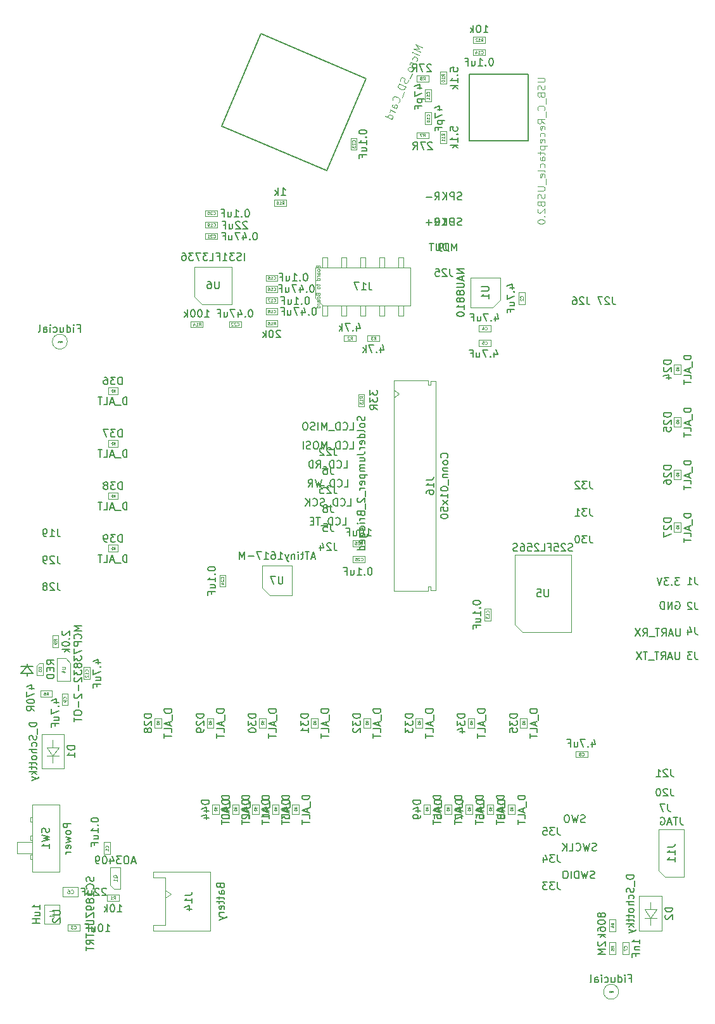
<source format=gbr>
G04 #@! TF.GenerationSoftware,KiCad,Pcbnew,(6.0.5)*
G04 #@! TF.CreationDate,2022-09-11T23:28:05-06:00*
G04 #@! TF.ProjectId,purplewizard,70757270-6c65-4776-997a-6172642e6b69,1.1*
G04 #@! TF.SameCoordinates,Original*
G04 #@! TF.FileFunction,AssemblyDrawing,Bot*
%FSLAX46Y46*%
G04 Gerber Fmt 4.6, Leading zero omitted, Abs format (unit mm)*
G04 Created by KiCad (PCBNEW (6.0.5)) date 2022-09-11 23:28:05*
%MOMM*%
%LPD*%
G01*
G04 APERTURE LIST*
%ADD10C,0.150000*%
%ADD11C,0.015000*%
%ADD12C,0.090000*%
%ADD13C,0.060000*%
%ADD14C,0.040000*%
%ADD15C,0.080000*%
%ADD16C,0.075000*%
%ADD17C,0.127000*%
%ADD18C,0.100000*%
%ADD19C,0.120000*%
G04 APERTURE END LIST*
D10*
X103325600Y-123273600D02*
X103325600Y-123633600D01*
X103325600Y-122373600D02*
X103325600Y-121963600D01*
X102465600Y-123263600D02*
X103315600Y-122363600D01*
X104105600Y-123263600D02*
X102465600Y-123263600D01*
X103325600Y-122363600D02*
X104105600Y-123263600D01*
X104115600Y-122373600D02*
X102475600Y-122373600D01*
D11*
X171523867Y-43737973D02*
X172336227Y-43737973D01*
X172431799Y-43785759D01*
X172479585Y-43833545D01*
X172527371Y-43929117D01*
X172527371Y-44120260D01*
X172479585Y-44215832D01*
X172431799Y-44263618D01*
X172336227Y-44311404D01*
X171523867Y-44311404D01*
X172479585Y-44741477D02*
X172527371Y-44884835D01*
X172527371Y-45123764D01*
X172479585Y-45219336D01*
X172431799Y-45267122D01*
X172336227Y-45314908D01*
X172240655Y-45314908D01*
X172145083Y-45267122D01*
X172097297Y-45219336D01*
X172049512Y-45123764D01*
X172001726Y-44932621D01*
X171953940Y-44837049D01*
X171906154Y-44789263D01*
X171810582Y-44741477D01*
X171715010Y-44741477D01*
X171619438Y-44789263D01*
X171571653Y-44837049D01*
X171523867Y-44932621D01*
X171523867Y-45171550D01*
X171571653Y-45314908D01*
X172001726Y-46079482D02*
X172049512Y-46222840D01*
X172097297Y-46270626D01*
X172192869Y-46318412D01*
X172336227Y-46318412D01*
X172431799Y-46270626D01*
X172479585Y-46222840D01*
X172527371Y-46127268D01*
X172527371Y-45744981D01*
X171523867Y-45744981D01*
X171523867Y-46079482D01*
X171571653Y-46175054D01*
X171619438Y-46222840D01*
X171715010Y-46270626D01*
X171810582Y-46270626D01*
X171906154Y-46222840D01*
X171953940Y-46175054D01*
X172001726Y-46079482D01*
X172001726Y-45744981D01*
X172622942Y-46509555D02*
X172622942Y-47274130D01*
X172431799Y-48086490D02*
X172479585Y-48038704D01*
X172527371Y-47895347D01*
X172527371Y-47799775D01*
X172479585Y-47656417D01*
X172384013Y-47560845D01*
X172288441Y-47513059D01*
X172097297Y-47465273D01*
X171953940Y-47465273D01*
X171762796Y-47513059D01*
X171667224Y-47560845D01*
X171571653Y-47656417D01*
X171523867Y-47799775D01*
X171523867Y-47895347D01*
X171571653Y-48038704D01*
X171619438Y-48086490D01*
X172622942Y-48277634D02*
X172622942Y-49042208D01*
X172527371Y-49854569D02*
X172049512Y-49520067D01*
X172527371Y-49281138D02*
X171523867Y-49281138D01*
X171523867Y-49663425D01*
X171571653Y-49758997D01*
X171619438Y-49806783D01*
X171715010Y-49854569D01*
X171858368Y-49854569D01*
X171953940Y-49806783D01*
X172001726Y-49758997D01*
X172049512Y-49663425D01*
X172049512Y-49281138D01*
X172479585Y-50666929D02*
X172527371Y-50571357D01*
X172527371Y-50380214D01*
X172479585Y-50284642D01*
X172384013Y-50236856D01*
X172001726Y-50236856D01*
X171906154Y-50284642D01*
X171858368Y-50380214D01*
X171858368Y-50571357D01*
X171906154Y-50666929D01*
X172001726Y-50714715D01*
X172097297Y-50714715D01*
X172192869Y-50236856D01*
X172479585Y-51574861D02*
X172527371Y-51479289D01*
X172527371Y-51288146D01*
X172479585Y-51192574D01*
X172431799Y-51144788D01*
X172336227Y-51097002D01*
X172049512Y-51097002D01*
X171953940Y-51144788D01*
X171906154Y-51192574D01*
X171858368Y-51288146D01*
X171858368Y-51479289D01*
X171906154Y-51574861D01*
X172479585Y-52387222D02*
X172527371Y-52291650D01*
X172527371Y-52100506D01*
X172479585Y-52004934D01*
X172384013Y-51957149D01*
X172001726Y-51957149D01*
X171906154Y-52004934D01*
X171858368Y-52100506D01*
X171858368Y-52291650D01*
X171906154Y-52387222D01*
X172001726Y-52435008D01*
X172097297Y-52435008D01*
X172192869Y-51957149D01*
X171858368Y-52865081D02*
X172861872Y-52865081D01*
X171906154Y-52865081D02*
X171858368Y-52960653D01*
X171858368Y-53151796D01*
X171906154Y-53247368D01*
X171953940Y-53295154D01*
X172049512Y-53342940D01*
X172336227Y-53342940D01*
X172431799Y-53295154D01*
X172479585Y-53247368D01*
X172527371Y-53151796D01*
X172527371Y-52960653D01*
X172479585Y-52865081D01*
X171858368Y-53629655D02*
X171858368Y-54011942D01*
X171523867Y-53773013D02*
X172384013Y-53773013D01*
X172479585Y-53820799D01*
X172527371Y-53916371D01*
X172527371Y-54011942D01*
X172527371Y-54776517D02*
X172001726Y-54776517D01*
X171906154Y-54728731D01*
X171858368Y-54633159D01*
X171858368Y-54442016D01*
X171906154Y-54346444D01*
X172479585Y-54776517D02*
X172527371Y-54680945D01*
X172527371Y-54442016D01*
X172479585Y-54346444D01*
X172384013Y-54298658D01*
X172288441Y-54298658D01*
X172192869Y-54346444D01*
X172145083Y-54442016D01*
X172145083Y-54680945D01*
X172097297Y-54776517D01*
X172479585Y-55684449D02*
X172527371Y-55588877D01*
X172527371Y-55397734D01*
X172479585Y-55302162D01*
X172431799Y-55254376D01*
X172336227Y-55206590D01*
X172049512Y-55206590D01*
X171953940Y-55254376D01*
X171906154Y-55302162D01*
X171858368Y-55397734D01*
X171858368Y-55588877D01*
X171906154Y-55684449D01*
X172527371Y-56257880D02*
X172479585Y-56162308D01*
X172384013Y-56114522D01*
X171523867Y-56114522D01*
X172479585Y-57022454D02*
X172527371Y-56926883D01*
X172527371Y-56735739D01*
X172479585Y-56640167D01*
X172384013Y-56592381D01*
X172001726Y-56592381D01*
X171906154Y-56640167D01*
X171858368Y-56735739D01*
X171858368Y-56926883D01*
X171906154Y-57022454D01*
X172001726Y-57070240D01*
X172097297Y-57070240D01*
X172192869Y-56592381D01*
X172622942Y-57261384D02*
X172622942Y-58025958D01*
X171523867Y-58264888D02*
X172336227Y-58264888D01*
X172431799Y-58312674D01*
X172479585Y-58360460D01*
X172527371Y-58456032D01*
X172527371Y-58647175D01*
X172479585Y-58742747D01*
X172431799Y-58790533D01*
X172336227Y-58838319D01*
X171523867Y-58838319D01*
X172479585Y-59268392D02*
X172527371Y-59411750D01*
X172527371Y-59650679D01*
X172479585Y-59746251D01*
X172431799Y-59794037D01*
X172336227Y-59841823D01*
X172240655Y-59841823D01*
X172145083Y-59794037D01*
X172097297Y-59746251D01*
X172049512Y-59650679D01*
X172001726Y-59459536D01*
X171953940Y-59363964D01*
X171906154Y-59316178D01*
X171810582Y-59268392D01*
X171715010Y-59268392D01*
X171619438Y-59316178D01*
X171571653Y-59363964D01*
X171523867Y-59459536D01*
X171523867Y-59698465D01*
X171571653Y-59841823D01*
X172001726Y-60606397D02*
X172049512Y-60749755D01*
X172097297Y-60797541D01*
X172192869Y-60845327D01*
X172336227Y-60845327D01*
X172431799Y-60797541D01*
X172479585Y-60749755D01*
X172527371Y-60654183D01*
X172527371Y-60271896D01*
X171523867Y-60271896D01*
X171523867Y-60606397D01*
X171571653Y-60701969D01*
X171619438Y-60749755D01*
X171715010Y-60797541D01*
X171810582Y-60797541D01*
X171906154Y-60749755D01*
X171953940Y-60701969D01*
X172001726Y-60606397D01*
X172001726Y-60271896D01*
X171619438Y-61227614D02*
X171571653Y-61275400D01*
X171523867Y-61370972D01*
X171523867Y-61609901D01*
X171571653Y-61705473D01*
X171619438Y-61753259D01*
X171715010Y-61801045D01*
X171810582Y-61801045D01*
X171953940Y-61753259D01*
X172527371Y-61179828D01*
X172527371Y-61801045D01*
X172431799Y-62231118D02*
X172479585Y-62278904D01*
X172527371Y-62231118D01*
X172479585Y-62183332D01*
X172431799Y-62231118D01*
X172527371Y-62231118D01*
X171523867Y-62900121D02*
X171523867Y-62995692D01*
X171571653Y-63091264D01*
X171619438Y-63139050D01*
X171715010Y-63186836D01*
X171906154Y-63234622D01*
X172145083Y-63234622D01*
X172336227Y-63186836D01*
X172431799Y-63139050D01*
X172479585Y-63091264D01*
X172527371Y-62995692D01*
X172527371Y-62900121D01*
X172479585Y-62804549D01*
X172431799Y-62756763D01*
X172336227Y-62708977D01*
X172145083Y-62661191D01*
X171906154Y-62661191D01*
X171715010Y-62708977D01*
X171619438Y-62756763D01*
X171571653Y-62804549D01*
X171523867Y-62900121D01*
D10*
X105017980Y-154733123D02*
X105017980Y-154161695D01*
X105017980Y-154447409D02*
X104017980Y-154447409D01*
X104160838Y-154352171D01*
X104256076Y-154256933D01*
X104303695Y-154161695D01*
X104351314Y-155590266D02*
X105017980Y-155590266D01*
X104351314Y-155161695D02*
X104875123Y-155161695D01*
X104970361Y-155209314D01*
X105017980Y-155304552D01*
X105017980Y-155447409D01*
X104970361Y-155542647D01*
X104922742Y-155590266D01*
X105017980Y-156066457D02*
X104017980Y-156066457D01*
X104494171Y-156066457D02*
X104494171Y-156637885D01*
X105017980Y-156637885D02*
X104017980Y-156637885D01*
D12*
X106896076Y-155320266D02*
X106896076Y-155025028D01*
X106276076Y-155025028D01*
X106896076Y-155851695D02*
X106896076Y-155497409D01*
X106896076Y-155674552D02*
X106276076Y-155674552D01*
X106364647Y-155615504D01*
X106423695Y-155556457D01*
X106453219Y-155497409D01*
D10*
X112167161Y-150452747D02*
X112214780Y-150595604D01*
X112214780Y-150833700D01*
X112167161Y-150928938D01*
X112119542Y-150976557D01*
X112024304Y-151024176D01*
X111929066Y-151024176D01*
X111833828Y-150976557D01*
X111786209Y-150928938D01*
X111738590Y-150833700D01*
X111690971Y-150643223D01*
X111643352Y-150547985D01*
X111595733Y-150500366D01*
X111500495Y-150452747D01*
X111405257Y-150452747D01*
X111310019Y-150500366D01*
X111262400Y-150547985D01*
X111214780Y-150643223D01*
X111214780Y-150881319D01*
X111262400Y-151024176D01*
X112119542Y-152024176D02*
X112167161Y-151976557D01*
X112214780Y-151833700D01*
X112214780Y-151738461D01*
X112167161Y-151595604D01*
X112071923Y-151500366D01*
X111976685Y-151452747D01*
X111786209Y-151405128D01*
X111643352Y-151405128D01*
X111452876Y-151452747D01*
X111357638Y-151500366D01*
X111262400Y-151595604D01*
X111214780Y-151738461D01*
X111214780Y-151833700D01*
X111262400Y-151976557D01*
X111310019Y-152024176D01*
X112214780Y-152976557D02*
X112214780Y-152405128D01*
X112214780Y-152690842D02*
X111214780Y-152690842D01*
X111357638Y-152595604D01*
X111452876Y-152500366D01*
X111500495Y-152405128D01*
X111643352Y-153547985D02*
X111595733Y-153452747D01*
X111548114Y-153405128D01*
X111452876Y-153357509D01*
X111405257Y-153357509D01*
X111310019Y-153405128D01*
X111262400Y-153452747D01*
X111214780Y-153547985D01*
X111214780Y-153738461D01*
X111262400Y-153833700D01*
X111310019Y-153881319D01*
X111405257Y-153928938D01*
X111452876Y-153928938D01*
X111548114Y-153881319D01*
X111595733Y-153833700D01*
X111643352Y-153738461D01*
X111643352Y-153547985D01*
X111690971Y-153452747D01*
X111738590Y-153405128D01*
X111833828Y-153357509D01*
X112024304Y-153357509D01*
X112119542Y-153405128D01*
X112167161Y-153452747D01*
X112214780Y-153547985D01*
X112214780Y-153738461D01*
X112167161Y-153833700D01*
X112119542Y-153881319D01*
X112024304Y-153928938D01*
X111833828Y-153928938D01*
X111738590Y-153881319D01*
X111690971Y-153833700D01*
X111643352Y-153738461D01*
X112214780Y-154405128D02*
X112214780Y-154595604D01*
X112167161Y-154690842D01*
X112119542Y-154738461D01*
X111976685Y-154833700D01*
X111786209Y-154881319D01*
X111405257Y-154881319D01*
X111310019Y-154833700D01*
X111262400Y-154786080D01*
X111214780Y-154690842D01*
X111214780Y-154500366D01*
X111262400Y-154405128D01*
X111310019Y-154357509D01*
X111405257Y-154309890D01*
X111643352Y-154309890D01*
X111738590Y-154357509D01*
X111786209Y-154405128D01*
X111833828Y-154500366D01*
X111833828Y-154690842D01*
X111786209Y-154786080D01*
X111738590Y-154833700D01*
X111643352Y-154881319D01*
X111214780Y-155214652D02*
X111214780Y-155881319D01*
X112214780Y-155214652D01*
X112214780Y-155881319D01*
X111214780Y-156262271D02*
X112024304Y-156262271D01*
X112119542Y-156309890D01*
X112167161Y-156357509D01*
X112214780Y-156452747D01*
X112214780Y-156643223D01*
X112167161Y-156738461D01*
X112119542Y-156786080D01*
X112024304Y-156833700D01*
X111214780Y-156833700D01*
X112214780Y-157786080D02*
X112214780Y-157309890D01*
X111214780Y-157309890D01*
X111214780Y-157976557D02*
X111214780Y-158547985D01*
X112214780Y-158262271D02*
X111214780Y-158262271D01*
X112214780Y-159452747D02*
X111738590Y-159119414D01*
X112214780Y-158881319D02*
X111214780Y-158881319D01*
X111214780Y-159262271D01*
X111262400Y-159357509D01*
X111310019Y-159405128D01*
X111405257Y-159452747D01*
X111548114Y-159452747D01*
X111643352Y-159405128D01*
X111690971Y-159357509D01*
X111738590Y-159262271D01*
X111738590Y-158881319D01*
X111214780Y-159738461D02*
X111214780Y-160309890D01*
X112214780Y-160024176D02*
X111214780Y-160024176D01*
X106718980Y-154952795D02*
X107528504Y-154952795D01*
X107623742Y-155000414D01*
X107671361Y-155048033D01*
X107718980Y-155143271D01*
X107718980Y-155333747D01*
X107671361Y-155428985D01*
X107623742Y-155476604D01*
X107528504Y-155524223D01*
X106718980Y-155524223D01*
X106814219Y-155952795D02*
X106766600Y-156000414D01*
X106718980Y-156095652D01*
X106718980Y-156333747D01*
X106766600Y-156428985D01*
X106814219Y-156476604D01*
X106909457Y-156524223D01*
X107004695Y-156524223D01*
X107147552Y-156476604D01*
X107718980Y-155905176D01*
X107718980Y-156524223D01*
X158603400Y-139570057D02*
X157603400Y-139570057D01*
X157603400Y-139808152D01*
X157651020Y-139951009D01*
X157746258Y-140046247D01*
X157841496Y-140093866D01*
X158031972Y-140141485D01*
X158174829Y-140141485D01*
X158365305Y-140093866D01*
X158460543Y-140046247D01*
X158555781Y-139951009D01*
X158603400Y-139808152D01*
X158603400Y-139570057D01*
X158698639Y-140331961D02*
X158698639Y-141093866D01*
X158317686Y-141284342D02*
X158317686Y-141760533D01*
X158603400Y-141189104D02*
X157603400Y-141522438D01*
X158603400Y-141855771D01*
X158603400Y-142665295D02*
X158603400Y-142189104D01*
X157603400Y-142189104D01*
X157603400Y-142855771D02*
X157603400Y-143427200D01*
X158603400Y-143141485D02*
X157603400Y-143141485D01*
X155903400Y-140212914D02*
X154903400Y-140212914D01*
X154903400Y-140451009D01*
X154951020Y-140593866D01*
X155046258Y-140689104D01*
X155141496Y-140736723D01*
X155331972Y-140784342D01*
X155474829Y-140784342D01*
X155665305Y-140736723D01*
X155760543Y-140689104D01*
X155855781Y-140593866D01*
X155903400Y-140451009D01*
X155903400Y-140212914D01*
X155236734Y-141641485D02*
X155903400Y-141641485D01*
X154855781Y-141403390D02*
X155570067Y-141165295D01*
X155570067Y-141784342D01*
X155903400Y-142212914D02*
X155903400Y-142403390D01*
X155855781Y-142498628D01*
X155808162Y-142546247D01*
X155665305Y-142641485D01*
X155474829Y-142689104D01*
X155093877Y-142689104D01*
X154998639Y-142641485D01*
X154951020Y-142593866D01*
X154903400Y-142498628D01*
X154903400Y-142308152D01*
X154951020Y-142212914D01*
X154998639Y-142165295D01*
X155093877Y-142117676D01*
X155331972Y-142117676D01*
X155427210Y-142165295D01*
X155474829Y-142212914D01*
X155522448Y-142308152D01*
X155522448Y-142498628D01*
X155474829Y-142593866D01*
X155427210Y-142641485D01*
X155331972Y-142689104D01*
X169898780Y-139570057D02*
X168898780Y-139570057D01*
X168898780Y-139808152D01*
X168946400Y-139951009D01*
X169041638Y-140046247D01*
X169136876Y-140093866D01*
X169327352Y-140141485D01*
X169470209Y-140141485D01*
X169660685Y-140093866D01*
X169755923Y-140046247D01*
X169851161Y-139951009D01*
X169898780Y-139808152D01*
X169898780Y-139570057D01*
X169994019Y-140331961D02*
X169994019Y-141093866D01*
X169613066Y-141284342D02*
X169613066Y-141760533D01*
X169898780Y-141189104D02*
X168898780Y-141522438D01*
X169898780Y-141855771D01*
X169898780Y-142665295D02*
X169898780Y-142189104D01*
X168898780Y-142189104D01*
X168898780Y-142855771D02*
X168898780Y-143427200D01*
X169898780Y-143141485D02*
X168898780Y-143141485D01*
X167198780Y-140212914D02*
X166198780Y-140212914D01*
X166198780Y-140451009D01*
X166246400Y-140593866D01*
X166341638Y-140689104D01*
X166436876Y-140736723D01*
X166627352Y-140784342D01*
X166770209Y-140784342D01*
X166960685Y-140736723D01*
X167055923Y-140689104D01*
X167151161Y-140593866D01*
X167198780Y-140451009D01*
X167198780Y-140212914D01*
X166532114Y-141641485D02*
X167198780Y-141641485D01*
X166151161Y-141403390D02*
X166865447Y-141165295D01*
X166865447Y-141784342D01*
X166627352Y-142308152D02*
X166579733Y-142212914D01*
X166532114Y-142165295D01*
X166436876Y-142117676D01*
X166389257Y-142117676D01*
X166294019Y-142165295D01*
X166246400Y-142212914D01*
X166198780Y-142308152D01*
X166198780Y-142498628D01*
X166246400Y-142593866D01*
X166294019Y-142641485D01*
X166389257Y-142689104D01*
X166436876Y-142689104D01*
X166532114Y-142641485D01*
X166579733Y-142593866D01*
X166627352Y-142498628D01*
X166627352Y-142308152D01*
X166674971Y-142212914D01*
X166722590Y-142165295D01*
X166817828Y-142117676D01*
X167008304Y-142117676D01*
X167103542Y-142165295D01*
X167151161Y-142212914D01*
X167198780Y-142308152D01*
X167198780Y-142498628D01*
X167151161Y-142593866D01*
X167103542Y-142641485D01*
X167008304Y-142689104D01*
X166817828Y-142689104D01*
X166722590Y-142641485D01*
X166674971Y-142593866D01*
X166627352Y-142498628D01*
X164251090Y-139570057D02*
X163251090Y-139570057D01*
X163251090Y-139808152D01*
X163298710Y-139951009D01*
X163393948Y-140046247D01*
X163489186Y-140093866D01*
X163679662Y-140141485D01*
X163822519Y-140141485D01*
X164012995Y-140093866D01*
X164108233Y-140046247D01*
X164203471Y-139951009D01*
X164251090Y-139808152D01*
X164251090Y-139570057D01*
X164346329Y-140331961D02*
X164346329Y-141093866D01*
X163965376Y-141284342D02*
X163965376Y-141760533D01*
X164251090Y-141189104D02*
X163251090Y-141522438D01*
X164251090Y-141855771D01*
X164251090Y-142665295D02*
X164251090Y-142189104D01*
X163251090Y-142189104D01*
X163251090Y-142855771D02*
X163251090Y-143427200D01*
X164251090Y-143141485D02*
X163251090Y-143141485D01*
X161551090Y-140212914D02*
X160551090Y-140212914D01*
X160551090Y-140451009D01*
X160598710Y-140593866D01*
X160693948Y-140689104D01*
X160789186Y-140736723D01*
X160979662Y-140784342D01*
X161122519Y-140784342D01*
X161312995Y-140736723D01*
X161408233Y-140689104D01*
X161503471Y-140593866D01*
X161551090Y-140451009D01*
X161551090Y-140212914D01*
X160884424Y-141641485D02*
X161551090Y-141641485D01*
X160503471Y-141403390D02*
X161217757Y-141165295D01*
X161217757Y-141784342D01*
X160551090Y-142070057D02*
X160551090Y-142736723D01*
X161551090Y-142308152D01*
X167074935Y-139570057D02*
X166074935Y-139570057D01*
X166074935Y-139808152D01*
X166122555Y-139951009D01*
X166217793Y-140046247D01*
X166313031Y-140093866D01*
X166503507Y-140141485D01*
X166646364Y-140141485D01*
X166836840Y-140093866D01*
X166932078Y-140046247D01*
X167027316Y-139951009D01*
X167074935Y-139808152D01*
X167074935Y-139570057D01*
X167170174Y-140331961D02*
X167170174Y-141093866D01*
X166789221Y-141284342D02*
X166789221Y-141760533D01*
X167074935Y-141189104D02*
X166074935Y-141522438D01*
X167074935Y-141855771D01*
X167074935Y-142665295D02*
X167074935Y-142189104D01*
X166074935Y-142189104D01*
X166074935Y-142855771D02*
X166074935Y-143427200D01*
X167074935Y-143141485D02*
X166074935Y-143141485D01*
X164374935Y-140212914D02*
X163374935Y-140212914D01*
X163374935Y-140451009D01*
X163422555Y-140593866D01*
X163517793Y-140689104D01*
X163613031Y-140736723D01*
X163803507Y-140784342D01*
X163946364Y-140784342D01*
X164136840Y-140736723D01*
X164232078Y-140689104D01*
X164327316Y-140593866D01*
X164374935Y-140451009D01*
X164374935Y-140212914D01*
X163708269Y-141641485D02*
X164374935Y-141641485D01*
X163327316Y-141403390D02*
X164041602Y-141165295D01*
X164041602Y-141784342D01*
X163374935Y-142593866D02*
X163374935Y-142403390D01*
X163422555Y-142308152D01*
X163470174Y-142260533D01*
X163613031Y-142165295D01*
X163803507Y-142117676D01*
X164184459Y-142117676D01*
X164279697Y-142165295D01*
X164327316Y-142212914D01*
X164374935Y-142308152D01*
X164374935Y-142498628D01*
X164327316Y-142593866D01*
X164279697Y-142641485D01*
X164184459Y-142689104D01*
X163946364Y-142689104D01*
X163851126Y-142641485D01*
X163803507Y-142593866D01*
X163755888Y-142498628D01*
X163755888Y-142308152D01*
X163803507Y-142212914D01*
X163851126Y-142165295D01*
X163946364Y-142117676D01*
X161427245Y-139570057D02*
X160427245Y-139570057D01*
X160427245Y-139808152D01*
X160474865Y-139951009D01*
X160570103Y-140046247D01*
X160665341Y-140093866D01*
X160855817Y-140141485D01*
X160998674Y-140141485D01*
X161189150Y-140093866D01*
X161284388Y-140046247D01*
X161379626Y-139951009D01*
X161427245Y-139808152D01*
X161427245Y-139570057D01*
X161522484Y-140331961D02*
X161522484Y-141093866D01*
X161141531Y-141284342D02*
X161141531Y-141760533D01*
X161427245Y-141189104D02*
X160427245Y-141522438D01*
X161427245Y-141855771D01*
X161427245Y-142665295D02*
X161427245Y-142189104D01*
X160427245Y-142189104D01*
X160427245Y-142855771D02*
X160427245Y-143427200D01*
X161427245Y-143141485D02*
X160427245Y-143141485D01*
X158727245Y-140212914D02*
X157727245Y-140212914D01*
X157727245Y-140451009D01*
X157774865Y-140593866D01*
X157870103Y-140689104D01*
X157965341Y-140736723D01*
X158155817Y-140784342D01*
X158298674Y-140784342D01*
X158489150Y-140736723D01*
X158584388Y-140689104D01*
X158679626Y-140593866D01*
X158727245Y-140451009D01*
X158727245Y-140212914D01*
X158060579Y-141641485D02*
X158727245Y-141641485D01*
X157679626Y-141403390D02*
X158393912Y-141165295D01*
X158393912Y-141784342D01*
X157727245Y-142641485D02*
X157727245Y-142165295D01*
X158203436Y-142117676D01*
X158155817Y-142165295D01*
X158108198Y-142260533D01*
X158108198Y-142498628D01*
X158155817Y-142593866D01*
X158203436Y-142641485D01*
X158298674Y-142689104D01*
X158536769Y-142689104D01*
X158632007Y-142641485D01*
X158679626Y-142593866D01*
X158727245Y-142498628D01*
X158727245Y-142260533D01*
X158679626Y-142165295D01*
X158632007Y-142117676D01*
X130335740Y-139570057D02*
X129335740Y-139570057D01*
X129335740Y-139808152D01*
X129383360Y-139951009D01*
X129478598Y-140046247D01*
X129573836Y-140093866D01*
X129764312Y-140141485D01*
X129907169Y-140141485D01*
X130097645Y-140093866D01*
X130192883Y-140046247D01*
X130288121Y-139951009D01*
X130335740Y-139808152D01*
X130335740Y-139570057D01*
X130430979Y-140331961D02*
X130430979Y-141093866D01*
X130050026Y-141284342D02*
X130050026Y-141760533D01*
X130335740Y-141189104D02*
X129335740Y-141522438D01*
X130335740Y-141855771D01*
X130335740Y-142665295D02*
X130335740Y-142189104D01*
X129335740Y-142189104D01*
X129335740Y-142855771D02*
X129335740Y-143427200D01*
X130335740Y-143141485D02*
X129335740Y-143141485D01*
X127635740Y-140212914D02*
X126635740Y-140212914D01*
X126635740Y-140451009D01*
X126683360Y-140593866D01*
X126778598Y-140689104D01*
X126873836Y-140736723D01*
X127064312Y-140784342D01*
X127207169Y-140784342D01*
X127397645Y-140736723D01*
X127492883Y-140689104D01*
X127588121Y-140593866D01*
X127635740Y-140451009D01*
X127635740Y-140212914D01*
X126969074Y-141641485D02*
X127635740Y-141641485D01*
X126588121Y-141403390D02*
X127302407Y-141165295D01*
X127302407Y-141784342D01*
X126969074Y-142593866D02*
X127635740Y-142593866D01*
X126588121Y-142355771D02*
X127302407Y-142117676D01*
X127302407Y-142736723D01*
X141046920Y-139570057D02*
X140046920Y-139570057D01*
X140046920Y-139808152D01*
X140094540Y-139951009D01*
X140189778Y-140046247D01*
X140285016Y-140093866D01*
X140475492Y-140141485D01*
X140618349Y-140141485D01*
X140808825Y-140093866D01*
X140904063Y-140046247D01*
X140999301Y-139951009D01*
X141046920Y-139808152D01*
X141046920Y-139570057D01*
X141142159Y-140331961D02*
X141142159Y-141093866D01*
X140761206Y-141284342D02*
X140761206Y-141760533D01*
X141046920Y-141189104D02*
X140046920Y-141522438D01*
X141046920Y-141855771D01*
X141046920Y-142665295D02*
X141046920Y-142189104D01*
X140046920Y-142189104D01*
X140046920Y-142855771D02*
X140046920Y-143427200D01*
X141046920Y-143141485D02*
X140046920Y-143141485D01*
X138346920Y-140212914D02*
X137346920Y-140212914D01*
X137346920Y-140451009D01*
X137394540Y-140593866D01*
X137489778Y-140689104D01*
X137585016Y-140736723D01*
X137775492Y-140784342D01*
X137918349Y-140784342D01*
X138108825Y-140736723D01*
X138204063Y-140689104D01*
X138299301Y-140593866D01*
X138346920Y-140451009D01*
X138346920Y-140212914D01*
X137680254Y-141641485D02*
X138346920Y-141641485D01*
X137299301Y-141403390D02*
X138013587Y-141165295D01*
X138013587Y-141784342D01*
X137346920Y-142070057D02*
X137346920Y-142689104D01*
X137727873Y-142355771D01*
X137727873Y-142498628D01*
X137775492Y-142593866D01*
X137823111Y-142641485D01*
X137918349Y-142689104D01*
X138156444Y-142689104D01*
X138251682Y-142641485D01*
X138299301Y-142593866D01*
X138346920Y-142498628D01*
X138346920Y-142212914D01*
X138299301Y-142117676D01*
X138251682Y-142070057D01*
X135691330Y-139570057D02*
X134691330Y-139570057D01*
X134691330Y-139808152D01*
X134738950Y-139951009D01*
X134834188Y-140046247D01*
X134929426Y-140093866D01*
X135119902Y-140141485D01*
X135262759Y-140141485D01*
X135453235Y-140093866D01*
X135548473Y-140046247D01*
X135643711Y-139951009D01*
X135691330Y-139808152D01*
X135691330Y-139570057D01*
X135786569Y-140331961D02*
X135786569Y-141093866D01*
X135405616Y-141284342D02*
X135405616Y-141760533D01*
X135691330Y-141189104D02*
X134691330Y-141522438D01*
X135691330Y-141855771D01*
X135691330Y-142665295D02*
X135691330Y-142189104D01*
X134691330Y-142189104D01*
X134691330Y-142855771D02*
X134691330Y-143427200D01*
X135691330Y-143141485D02*
X134691330Y-143141485D01*
X132991330Y-140212914D02*
X131991330Y-140212914D01*
X131991330Y-140451009D01*
X132038950Y-140593866D01*
X132134188Y-140689104D01*
X132229426Y-140736723D01*
X132419902Y-140784342D01*
X132562759Y-140784342D01*
X132753235Y-140736723D01*
X132848473Y-140689104D01*
X132943711Y-140593866D01*
X132991330Y-140451009D01*
X132991330Y-140212914D01*
X132324664Y-141641485D02*
X132991330Y-141641485D01*
X131943711Y-141403390D02*
X132657997Y-141165295D01*
X132657997Y-141784342D01*
X132086569Y-142117676D02*
X132038950Y-142165295D01*
X131991330Y-142260533D01*
X131991330Y-142498628D01*
X132038950Y-142593866D01*
X132086569Y-142641485D01*
X132181807Y-142689104D01*
X132277045Y-142689104D01*
X132419902Y-142641485D01*
X132991330Y-142070057D01*
X132991330Y-142689104D01*
X138369125Y-139570057D02*
X137369125Y-139570057D01*
X137369125Y-139808152D01*
X137416745Y-139951009D01*
X137511983Y-140046247D01*
X137607221Y-140093866D01*
X137797697Y-140141485D01*
X137940554Y-140141485D01*
X138131030Y-140093866D01*
X138226268Y-140046247D01*
X138321506Y-139951009D01*
X138369125Y-139808152D01*
X138369125Y-139570057D01*
X138464364Y-140331961D02*
X138464364Y-141093866D01*
X138083411Y-141284342D02*
X138083411Y-141760533D01*
X138369125Y-141189104D02*
X137369125Y-141522438D01*
X138369125Y-141855771D01*
X138369125Y-142665295D02*
X138369125Y-142189104D01*
X137369125Y-142189104D01*
X137369125Y-142855771D02*
X137369125Y-143427200D01*
X138369125Y-143141485D02*
X137369125Y-143141485D01*
X135669125Y-140212914D02*
X134669125Y-140212914D01*
X134669125Y-140451009D01*
X134716745Y-140593866D01*
X134811983Y-140689104D01*
X134907221Y-140736723D01*
X135097697Y-140784342D01*
X135240554Y-140784342D01*
X135431030Y-140736723D01*
X135526268Y-140689104D01*
X135621506Y-140593866D01*
X135669125Y-140451009D01*
X135669125Y-140212914D01*
X135002459Y-141641485D02*
X135669125Y-141641485D01*
X134621506Y-141403390D02*
X135335792Y-141165295D01*
X135335792Y-141784342D01*
X135669125Y-142689104D02*
X135669125Y-142117676D01*
X135669125Y-142403390D02*
X134669125Y-142403390D01*
X134811983Y-142308152D01*
X134907221Y-142212914D01*
X134954840Y-142117676D01*
X133013535Y-139570057D02*
X132013535Y-139570057D01*
X132013535Y-139808152D01*
X132061155Y-139951009D01*
X132156393Y-140046247D01*
X132251631Y-140093866D01*
X132442107Y-140141485D01*
X132584964Y-140141485D01*
X132775440Y-140093866D01*
X132870678Y-140046247D01*
X132965916Y-139951009D01*
X133013535Y-139808152D01*
X133013535Y-139570057D01*
X133108774Y-140331961D02*
X133108774Y-141093866D01*
X132727821Y-141284342D02*
X132727821Y-141760533D01*
X133013535Y-141189104D02*
X132013535Y-141522438D01*
X133013535Y-141855771D01*
X133013535Y-142665295D02*
X133013535Y-142189104D01*
X132013535Y-142189104D01*
X132013535Y-142855771D02*
X132013535Y-143427200D01*
X133013535Y-143141485D02*
X132013535Y-143141485D01*
X130313535Y-140212914D02*
X129313535Y-140212914D01*
X129313535Y-140451009D01*
X129361155Y-140593866D01*
X129456393Y-140689104D01*
X129551631Y-140736723D01*
X129742107Y-140784342D01*
X129884964Y-140784342D01*
X130075440Y-140736723D01*
X130170678Y-140689104D01*
X130265916Y-140593866D01*
X130313535Y-140451009D01*
X130313535Y-140212914D01*
X129646869Y-141641485D02*
X130313535Y-141641485D01*
X129265916Y-141403390D02*
X129980202Y-141165295D01*
X129980202Y-141784342D01*
X129313535Y-142355771D02*
X129313535Y-142451009D01*
X129361155Y-142546247D01*
X129408774Y-142593866D01*
X129504012Y-142641485D01*
X129694488Y-142689104D01*
X129932583Y-142689104D01*
X130123059Y-142641485D01*
X130218297Y-142593866D01*
X130265916Y-142546247D01*
X130313535Y-142451009D01*
X130313535Y-142355771D01*
X130265916Y-142260533D01*
X130218297Y-142212914D01*
X130123059Y-142165295D01*
X129932583Y-142117676D01*
X129694488Y-142117676D01*
X129504012Y-142165295D01*
X129408774Y-142212914D01*
X129361155Y-142260533D01*
X129313535Y-142355771D01*
X116632742Y-108425980D02*
X116632742Y-107425980D01*
X116394647Y-107425980D01*
X116251790Y-107473600D01*
X116156552Y-107568838D01*
X116108933Y-107664076D01*
X116061314Y-107854552D01*
X116061314Y-107997409D01*
X116108933Y-108187885D01*
X116156552Y-108283123D01*
X116251790Y-108378361D01*
X116394647Y-108425980D01*
X116632742Y-108425980D01*
X115870838Y-108521219D02*
X115108933Y-108521219D01*
X114918457Y-108140266D02*
X114442266Y-108140266D01*
X115013695Y-108425980D02*
X114680361Y-107425980D01*
X114347028Y-108425980D01*
X113537504Y-108425980D02*
X114013695Y-108425980D01*
X114013695Y-107425980D01*
X113347028Y-107425980D02*
X112775600Y-107425980D01*
X113061314Y-108425980D02*
X113061314Y-107425980D01*
X115989885Y-105725980D02*
X115989885Y-104725980D01*
X115751790Y-104725980D01*
X115608933Y-104773600D01*
X115513695Y-104868838D01*
X115466076Y-104964076D01*
X115418457Y-105154552D01*
X115418457Y-105297409D01*
X115466076Y-105487885D01*
X115513695Y-105583123D01*
X115608933Y-105678361D01*
X115751790Y-105725980D01*
X115989885Y-105725980D01*
X115085123Y-104725980D02*
X114466076Y-104725980D01*
X114799409Y-105106933D01*
X114656552Y-105106933D01*
X114561314Y-105154552D01*
X114513695Y-105202171D01*
X114466076Y-105297409D01*
X114466076Y-105535504D01*
X114513695Y-105630742D01*
X114561314Y-105678361D01*
X114656552Y-105725980D01*
X114942266Y-105725980D01*
X115037504Y-105678361D01*
X115085123Y-105630742D01*
X113989885Y-105725980D02*
X113799409Y-105725980D01*
X113704171Y-105678361D01*
X113656552Y-105630742D01*
X113561314Y-105487885D01*
X113513695Y-105297409D01*
X113513695Y-104916457D01*
X113561314Y-104821219D01*
X113608933Y-104773600D01*
X113704171Y-104725980D01*
X113894647Y-104725980D01*
X113989885Y-104773600D01*
X114037504Y-104821219D01*
X114085123Y-104916457D01*
X114085123Y-105154552D01*
X114037504Y-105249790D01*
X113989885Y-105297409D01*
X113894647Y-105345028D01*
X113704171Y-105345028D01*
X113608933Y-105297409D01*
X113561314Y-105249790D01*
X113513695Y-105154552D01*
X116632742Y-101415980D02*
X116632742Y-100415980D01*
X116394647Y-100415980D01*
X116251790Y-100463600D01*
X116156552Y-100558838D01*
X116108933Y-100654076D01*
X116061314Y-100844552D01*
X116061314Y-100987409D01*
X116108933Y-101177885D01*
X116156552Y-101273123D01*
X116251790Y-101368361D01*
X116394647Y-101415980D01*
X116632742Y-101415980D01*
X115870838Y-101511219D02*
X115108933Y-101511219D01*
X114918457Y-101130266D02*
X114442266Y-101130266D01*
X115013695Y-101415980D02*
X114680361Y-100415980D01*
X114347028Y-101415980D01*
X113537504Y-101415980D02*
X114013695Y-101415980D01*
X114013695Y-100415980D01*
X113347028Y-100415980D02*
X112775600Y-100415980D01*
X113061314Y-101415980D02*
X113061314Y-100415980D01*
X115989885Y-98715980D02*
X115989885Y-97715980D01*
X115751790Y-97715980D01*
X115608933Y-97763600D01*
X115513695Y-97858838D01*
X115466076Y-97954076D01*
X115418457Y-98144552D01*
X115418457Y-98287409D01*
X115466076Y-98477885D01*
X115513695Y-98573123D01*
X115608933Y-98668361D01*
X115751790Y-98715980D01*
X115989885Y-98715980D01*
X115085123Y-97715980D02*
X114466076Y-97715980D01*
X114799409Y-98096933D01*
X114656552Y-98096933D01*
X114561314Y-98144552D01*
X114513695Y-98192171D01*
X114466076Y-98287409D01*
X114466076Y-98525504D01*
X114513695Y-98620742D01*
X114561314Y-98668361D01*
X114656552Y-98715980D01*
X114942266Y-98715980D01*
X115037504Y-98668361D01*
X115085123Y-98620742D01*
X113894647Y-98144552D02*
X113989885Y-98096933D01*
X114037504Y-98049314D01*
X114085123Y-97954076D01*
X114085123Y-97906457D01*
X114037504Y-97811219D01*
X113989885Y-97763600D01*
X113894647Y-97715980D01*
X113704171Y-97715980D01*
X113608933Y-97763600D01*
X113561314Y-97811219D01*
X113513695Y-97906457D01*
X113513695Y-97954076D01*
X113561314Y-98049314D01*
X113608933Y-98096933D01*
X113704171Y-98144552D01*
X113894647Y-98144552D01*
X113989885Y-98192171D01*
X114037504Y-98239790D01*
X114085123Y-98335028D01*
X114085123Y-98525504D01*
X114037504Y-98620742D01*
X113989885Y-98668361D01*
X113894647Y-98715980D01*
X113704171Y-98715980D01*
X113608933Y-98668361D01*
X113561314Y-98620742D01*
X113513695Y-98525504D01*
X113513695Y-98335028D01*
X113561314Y-98239790D01*
X113608933Y-98192171D01*
X113704171Y-98144552D01*
X116632742Y-94405980D02*
X116632742Y-93405980D01*
X116394647Y-93405980D01*
X116251790Y-93453600D01*
X116156552Y-93548838D01*
X116108933Y-93644076D01*
X116061314Y-93834552D01*
X116061314Y-93977409D01*
X116108933Y-94167885D01*
X116156552Y-94263123D01*
X116251790Y-94358361D01*
X116394647Y-94405980D01*
X116632742Y-94405980D01*
X115870838Y-94501219D02*
X115108933Y-94501219D01*
X114918457Y-94120266D02*
X114442266Y-94120266D01*
X115013695Y-94405980D02*
X114680361Y-93405980D01*
X114347028Y-94405980D01*
X113537504Y-94405980D02*
X114013695Y-94405980D01*
X114013695Y-93405980D01*
X113347028Y-93405980D02*
X112775600Y-93405980D01*
X113061314Y-94405980D02*
X113061314Y-93405980D01*
X115989885Y-91705980D02*
X115989885Y-90705980D01*
X115751790Y-90705980D01*
X115608933Y-90753600D01*
X115513695Y-90848838D01*
X115466076Y-90944076D01*
X115418457Y-91134552D01*
X115418457Y-91277409D01*
X115466076Y-91467885D01*
X115513695Y-91563123D01*
X115608933Y-91658361D01*
X115751790Y-91705980D01*
X115989885Y-91705980D01*
X115085123Y-90705980D02*
X114466076Y-90705980D01*
X114799409Y-91086933D01*
X114656552Y-91086933D01*
X114561314Y-91134552D01*
X114513695Y-91182171D01*
X114466076Y-91277409D01*
X114466076Y-91515504D01*
X114513695Y-91610742D01*
X114561314Y-91658361D01*
X114656552Y-91705980D01*
X114942266Y-91705980D01*
X115037504Y-91658361D01*
X115085123Y-91610742D01*
X114132742Y-90705980D02*
X113466076Y-90705980D01*
X113894647Y-91705980D01*
X116632742Y-87395980D02*
X116632742Y-86395980D01*
X116394647Y-86395980D01*
X116251790Y-86443600D01*
X116156552Y-86538838D01*
X116108933Y-86634076D01*
X116061314Y-86824552D01*
X116061314Y-86967409D01*
X116108933Y-87157885D01*
X116156552Y-87253123D01*
X116251790Y-87348361D01*
X116394647Y-87395980D01*
X116632742Y-87395980D01*
X115870838Y-87491219D02*
X115108933Y-87491219D01*
X114918457Y-87110266D02*
X114442266Y-87110266D01*
X115013695Y-87395980D02*
X114680361Y-86395980D01*
X114347028Y-87395980D01*
X113537504Y-87395980D02*
X114013695Y-87395980D01*
X114013695Y-86395980D01*
X113347028Y-86395980D02*
X112775600Y-86395980D01*
X113061314Y-87395980D02*
X113061314Y-86395980D01*
X115989885Y-84695980D02*
X115989885Y-83695980D01*
X115751790Y-83695980D01*
X115608933Y-83743600D01*
X115513695Y-83838838D01*
X115466076Y-83934076D01*
X115418457Y-84124552D01*
X115418457Y-84267409D01*
X115466076Y-84457885D01*
X115513695Y-84553123D01*
X115608933Y-84648361D01*
X115751790Y-84695980D01*
X115989885Y-84695980D01*
X115085123Y-83695980D02*
X114466076Y-83695980D01*
X114799409Y-84076933D01*
X114656552Y-84076933D01*
X114561314Y-84124552D01*
X114513695Y-84172171D01*
X114466076Y-84267409D01*
X114466076Y-84505504D01*
X114513695Y-84600742D01*
X114561314Y-84648361D01*
X114656552Y-84695980D01*
X114942266Y-84695980D01*
X115037504Y-84648361D01*
X115085123Y-84600742D01*
X113608933Y-83695980D02*
X113799409Y-83695980D01*
X113894647Y-83743600D01*
X113942266Y-83791219D01*
X114037504Y-83934076D01*
X114085123Y-84124552D01*
X114085123Y-84505504D01*
X114037504Y-84600742D01*
X113989885Y-84648361D01*
X113894647Y-84695980D01*
X113704171Y-84695980D01*
X113608933Y-84648361D01*
X113561314Y-84600742D01*
X113513695Y-84505504D01*
X113513695Y-84267409D01*
X113561314Y-84172171D01*
X113608933Y-84124552D01*
X113704171Y-84076933D01*
X113894647Y-84076933D01*
X113989885Y-84124552D01*
X114037504Y-84172171D01*
X114085123Y-84267409D01*
X171514220Y-128043537D02*
X170514220Y-128043537D01*
X170514220Y-128281632D01*
X170561840Y-128424489D01*
X170657078Y-128519727D01*
X170752316Y-128567346D01*
X170942792Y-128614965D01*
X171085649Y-128614965D01*
X171276125Y-128567346D01*
X171371363Y-128519727D01*
X171466601Y-128424489D01*
X171514220Y-128281632D01*
X171514220Y-128043537D01*
X171609459Y-128805441D02*
X171609459Y-129567346D01*
X171228506Y-129757822D02*
X171228506Y-130234013D01*
X171514220Y-129662584D02*
X170514220Y-129995918D01*
X171514220Y-130329251D01*
X171514220Y-131138775D02*
X171514220Y-130662584D01*
X170514220Y-130662584D01*
X170514220Y-131329251D02*
X170514220Y-131900680D01*
X171514220Y-131614965D02*
X170514220Y-131614965D01*
X168814220Y-128686394D02*
X167814220Y-128686394D01*
X167814220Y-128924489D01*
X167861840Y-129067346D01*
X167957078Y-129162584D01*
X168052316Y-129210203D01*
X168242792Y-129257822D01*
X168385649Y-129257822D01*
X168576125Y-129210203D01*
X168671363Y-129162584D01*
X168766601Y-129067346D01*
X168814220Y-128924489D01*
X168814220Y-128686394D01*
X167814220Y-129591156D02*
X167814220Y-130210203D01*
X168195173Y-129876870D01*
X168195173Y-130019727D01*
X168242792Y-130114965D01*
X168290411Y-130162584D01*
X168385649Y-130210203D01*
X168623744Y-130210203D01*
X168718982Y-130162584D01*
X168766601Y-130114965D01*
X168814220Y-130019727D01*
X168814220Y-129734013D01*
X168766601Y-129638775D01*
X168718982Y-129591156D01*
X167814220Y-131114965D02*
X167814220Y-130638775D01*
X168290411Y-130591156D01*
X168242792Y-130638775D01*
X168195173Y-130734013D01*
X168195173Y-130972108D01*
X168242792Y-131067346D01*
X168290411Y-131114965D01*
X168385649Y-131162584D01*
X168623744Y-131162584D01*
X168718982Y-131114965D01*
X168766601Y-131067346D01*
X168814220Y-130972108D01*
X168814220Y-130734013D01*
X168766601Y-130638775D01*
X168718982Y-130591156D01*
X164532484Y-128043537D02*
X163532484Y-128043537D01*
X163532484Y-128281632D01*
X163580104Y-128424489D01*
X163675342Y-128519727D01*
X163770580Y-128567346D01*
X163961056Y-128614965D01*
X164103913Y-128614965D01*
X164294389Y-128567346D01*
X164389627Y-128519727D01*
X164484865Y-128424489D01*
X164532484Y-128281632D01*
X164532484Y-128043537D01*
X164627723Y-128805441D02*
X164627723Y-129567346D01*
X164246770Y-129757822D02*
X164246770Y-130234013D01*
X164532484Y-129662584D02*
X163532484Y-129995918D01*
X164532484Y-130329251D01*
X164532484Y-131138775D02*
X164532484Y-130662584D01*
X163532484Y-130662584D01*
X163532484Y-131329251D02*
X163532484Y-131900680D01*
X164532484Y-131614965D02*
X163532484Y-131614965D01*
X161832484Y-128686394D02*
X160832484Y-128686394D01*
X160832484Y-128924489D01*
X160880104Y-129067346D01*
X160975342Y-129162584D01*
X161070580Y-129210203D01*
X161261056Y-129257822D01*
X161403913Y-129257822D01*
X161594389Y-129210203D01*
X161689627Y-129162584D01*
X161784865Y-129067346D01*
X161832484Y-128924489D01*
X161832484Y-128686394D01*
X160832484Y-129591156D02*
X160832484Y-130210203D01*
X161213437Y-129876870D01*
X161213437Y-130019727D01*
X161261056Y-130114965D01*
X161308675Y-130162584D01*
X161403913Y-130210203D01*
X161642008Y-130210203D01*
X161737246Y-130162584D01*
X161784865Y-130114965D01*
X161832484Y-130019727D01*
X161832484Y-129734013D01*
X161784865Y-129638775D01*
X161737246Y-129591156D01*
X161165818Y-131067346D02*
X161832484Y-131067346D01*
X160784865Y-130829251D02*
X161499151Y-130591156D01*
X161499151Y-131210203D01*
X157550750Y-128043537D02*
X156550750Y-128043537D01*
X156550750Y-128281632D01*
X156598370Y-128424489D01*
X156693608Y-128519727D01*
X156788846Y-128567346D01*
X156979322Y-128614965D01*
X157122179Y-128614965D01*
X157312655Y-128567346D01*
X157407893Y-128519727D01*
X157503131Y-128424489D01*
X157550750Y-128281632D01*
X157550750Y-128043537D01*
X157645989Y-128805441D02*
X157645989Y-129567346D01*
X157265036Y-129757822D02*
X157265036Y-130234013D01*
X157550750Y-129662584D02*
X156550750Y-129995918D01*
X157550750Y-130329251D01*
X157550750Y-131138775D02*
X157550750Y-130662584D01*
X156550750Y-130662584D01*
X156550750Y-131329251D02*
X156550750Y-131900680D01*
X157550750Y-131614965D02*
X156550750Y-131614965D01*
X154850750Y-128686394D02*
X153850750Y-128686394D01*
X153850750Y-128924489D01*
X153898370Y-129067346D01*
X153993608Y-129162584D01*
X154088846Y-129210203D01*
X154279322Y-129257822D01*
X154422179Y-129257822D01*
X154612655Y-129210203D01*
X154707893Y-129162584D01*
X154803131Y-129067346D01*
X154850750Y-128924489D01*
X154850750Y-128686394D01*
X153850750Y-129591156D02*
X153850750Y-130210203D01*
X154231703Y-129876870D01*
X154231703Y-130019727D01*
X154279322Y-130114965D01*
X154326941Y-130162584D01*
X154422179Y-130210203D01*
X154660274Y-130210203D01*
X154755512Y-130162584D01*
X154803131Y-130114965D01*
X154850750Y-130019727D01*
X154850750Y-129734013D01*
X154803131Y-129638775D01*
X154755512Y-129591156D01*
X153850750Y-130543537D02*
X153850750Y-131162584D01*
X154231703Y-130829251D01*
X154231703Y-130972108D01*
X154279322Y-131067346D01*
X154326941Y-131114965D01*
X154422179Y-131162584D01*
X154660274Y-131162584D01*
X154755512Y-131114965D01*
X154803131Y-131067346D01*
X154850750Y-130972108D01*
X154850750Y-130686394D01*
X154803131Y-130591156D01*
X154755512Y-130543537D01*
X150569016Y-128043537D02*
X149569016Y-128043537D01*
X149569016Y-128281632D01*
X149616636Y-128424489D01*
X149711874Y-128519727D01*
X149807112Y-128567346D01*
X149997588Y-128614965D01*
X150140445Y-128614965D01*
X150330921Y-128567346D01*
X150426159Y-128519727D01*
X150521397Y-128424489D01*
X150569016Y-128281632D01*
X150569016Y-128043537D01*
X150664255Y-128805441D02*
X150664255Y-129567346D01*
X150283302Y-129757822D02*
X150283302Y-130234013D01*
X150569016Y-129662584D02*
X149569016Y-129995918D01*
X150569016Y-130329251D01*
X150569016Y-131138775D02*
X150569016Y-130662584D01*
X149569016Y-130662584D01*
X149569016Y-131329251D02*
X149569016Y-131900680D01*
X150569016Y-131614965D02*
X149569016Y-131614965D01*
X147869016Y-128686394D02*
X146869016Y-128686394D01*
X146869016Y-128924489D01*
X146916636Y-129067346D01*
X147011874Y-129162584D01*
X147107112Y-129210203D01*
X147297588Y-129257822D01*
X147440445Y-129257822D01*
X147630921Y-129210203D01*
X147726159Y-129162584D01*
X147821397Y-129067346D01*
X147869016Y-128924489D01*
X147869016Y-128686394D01*
X146869016Y-129591156D02*
X146869016Y-130210203D01*
X147249969Y-129876870D01*
X147249969Y-130019727D01*
X147297588Y-130114965D01*
X147345207Y-130162584D01*
X147440445Y-130210203D01*
X147678540Y-130210203D01*
X147773778Y-130162584D01*
X147821397Y-130114965D01*
X147869016Y-130019727D01*
X147869016Y-129734013D01*
X147821397Y-129638775D01*
X147773778Y-129591156D01*
X146964255Y-130591156D02*
X146916636Y-130638775D01*
X146869016Y-130734013D01*
X146869016Y-130972108D01*
X146916636Y-131067346D01*
X146964255Y-131114965D01*
X147059493Y-131162584D01*
X147154731Y-131162584D01*
X147297588Y-131114965D01*
X147869016Y-130543537D01*
X147869016Y-131162584D01*
X143587282Y-128043537D02*
X142587282Y-128043537D01*
X142587282Y-128281632D01*
X142634902Y-128424489D01*
X142730140Y-128519727D01*
X142825378Y-128567346D01*
X143015854Y-128614965D01*
X143158711Y-128614965D01*
X143349187Y-128567346D01*
X143444425Y-128519727D01*
X143539663Y-128424489D01*
X143587282Y-128281632D01*
X143587282Y-128043537D01*
X143682521Y-128805441D02*
X143682521Y-129567346D01*
X143301568Y-129757822D02*
X143301568Y-130234013D01*
X143587282Y-129662584D02*
X142587282Y-129995918D01*
X143587282Y-130329251D01*
X143587282Y-131138775D02*
X143587282Y-130662584D01*
X142587282Y-130662584D01*
X142587282Y-131329251D02*
X142587282Y-131900680D01*
X143587282Y-131614965D02*
X142587282Y-131614965D01*
X140887282Y-128686394D02*
X139887282Y-128686394D01*
X139887282Y-128924489D01*
X139934902Y-129067346D01*
X140030140Y-129162584D01*
X140125378Y-129210203D01*
X140315854Y-129257822D01*
X140458711Y-129257822D01*
X140649187Y-129210203D01*
X140744425Y-129162584D01*
X140839663Y-129067346D01*
X140887282Y-128924489D01*
X140887282Y-128686394D01*
X139887282Y-129591156D02*
X139887282Y-130210203D01*
X140268235Y-129876870D01*
X140268235Y-130019727D01*
X140315854Y-130114965D01*
X140363473Y-130162584D01*
X140458711Y-130210203D01*
X140696806Y-130210203D01*
X140792044Y-130162584D01*
X140839663Y-130114965D01*
X140887282Y-130019727D01*
X140887282Y-129734013D01*
X140839663Y-129638775D01*
X140792044Y-129591156D01*
X140887282Y-131162584D02*
X140887282Y-130591156D01*
X140887282Y-130876870D02*
X139887282Y-130876870D01*
X140030140Y-130781632D01*
X140125378Y-130686394D01*
X140172997Y-130591156D01*
X136605548Y-128043537D02*
X135605548Y-128043537D01*
X135605548Y-128281632D01*
X135653168Y-128424489D01*
X135748406Y-128519727D01*
X135843644Y-128567346D01*
X136034120Y-128614965D01*
X136176977Y-128614965D01*
X136367453Y-128567346D01*
X136462691Y-128519727D01*
X136557929Y-128424489D01*
X136605548Y-128281632D01*
X136605548Y-128043537D01*
X136700787Y-128805441D02*
X136700787Y-129567346D01*
X136319834Y-129757822D02*
X136319834Y-130234013D01*
X136605548Y-129662584D02*
X135605548Y-129995918D01*
X136605548Y-130329251D01*
X136605548Y-131138775D02*
X136605548Y-130662584D01*
X135605548Y-130662584D01*
X135605548Y-131329251D02*
X135605548Y-131900680D01*
X136605548Y-131614965D02*
X135605548Y-131614965D01*
X133905548Y-128686394D02*
X132905548Y-128686394D01*
X132905548Y-128924489D01*
X132953168Y-129067346D01*
X133048406Y-129162584D01*
X133143644Y-129210203D01*
X133334120Y-129257822D01*
X133476977Y-129257822D01*
X133667453Y-129210203D01*
X133762691Y-129162584D01*
X133857929Y-129067346D01*
X133905548Y-128924489D01*
X133905548Y-128686394D01*
X132905548Y-129591156D02*
X132905548Y-130210203D01*
X133286501Y-129876870D01*
X133286501Y-130019727D01*
X133334120Y-130114965D01*
X133381739Y-130162584D01*
X133476977Y-130210203D01*
X133715072Y-130210203D01*
X133810310Y-130162584D01*
X133857929Y-130114965D01*
X133905548Y-130019727D01*
X133905548Y-129734013D01*
X133857929Y-129638775D01*
X133810310Y-129591156D01*
X132905548Y-130829251D02*
X132905548Y-130924489D01*
X132953168Y-131019727D01*
X133000787Y-131067346D01*
X133096025Y-131114965D01*
X133286501Y-131162584D01*
X133524596Y-131162584D01*
X133715072Y-131114965D01*
X133810310Y-131067346D01*
X133857929Y-131019727D01*
X133905548Y-130924489D01*
X133905548Y-130829251D01*
X133857929Y-130734013D01*
X133810310Y-130686394D01*
X133715072Y-130638775D01*
X133524596Y-130591156D01*
X133286501Y-130591156D01*
X133096025Y-130638775D01*
X133000787Y-130686394D01*
X132953168Y-130734013D01*
X132905548Y-130829251D01*
X129623814Y-128043537D02*
X128623814Y-128043537D01*
X128623814Y-128281632D01*
X128671434Y-128424489D01*
X128766672Y-128519727D01*
X128861910Y-128567346D01*
X129052386Y-128614965D01*
X129195243Y-128614965D01*
X129385719Y-128567346D01*
X129480957Y-128519727D01*
X129576195Y-128424489D01*
X129623814Y-128281632D01*
X129623814Y-128043537D01*
X129719053Y-128805441D02*
X129719053Y-129567346D01*
X129338100Y-129757822D02*
X129338100Y-130234013D01*
X129623814Y-129662584D02*
X128623814Y-129995918D01*
X129623814Y-130329251D01*
X129623814Y-131138775D02*
X129623814Y-130662584D01*
X128623814Y-130662584D01*
X128623814Y-131329251D02*
X128623814Y-131900680D01*
X129623814Y-131614965D02*
X128623814Y-131614965D01*
X126923814Y-128686394D02*
X125923814Y-128686394D01*
X125923814Y-128924489D01*
X125971434Y-129067346D01*
X126066672Y-129162584D01*
X126161910Y-129210203D01*
X126352386Y-129257822D01*
X126495243Y-129257822D01*
X126685719Y-129210203D01*
X126780957Y-129162584D01*
X126876195Y-129067346D01*
X126923814Y-128924489D01*
X126923814Y-128686394D01*
X126019053Y-129638775D02*
X125971434Y-129686394D01*
X125923814Y-129781632D01*
X125923814Y-130019727D01*
X125971434Y-130114965D01*
X126019053Y-130162584D01*
X126114291Y-130210203D01*
X126209529Y-130210203D01*
X126352386Y-130162584D01*
X126923814Y-129591156D01*
X126923814Y-130210203D01*
X126923814Y-130686394D02*
X126923814Y-130876870D01*
X126876195Y-130972108D01*
X126828576Y-131019727D01*
X126685719Y-131114965D01*
X126495243Y-131162584D01*
X126114291Y-131162584D01*
X126019053Y-131114965D01*
X125971434Y-131067346D01*
X125923814Y-130972108D01*
X125923814Y-130781632D01*
X125971434Y-130686394D01*
X126019053Y-130638775D01*
X126114291Y-130591156D01*
X126352386Y-130591156D01*
X126447624Y-130638775D01*
X126495243Y-130686394D01*
X126542862Y-130781632D01*
X126542862Y-130972108D01*
X126495243Y-131067346D01*
X126447624Y-131114965D01*
X126352386Y-131162584D01*
X122642080Y-128043537D02*
X121642080Y-128043537D01*
X121642080Y-128281632D01*
X121689700Y-128424489D01*
X121784938Y-128519727D01*
X121880176Y-128567346D01*
X122070652Y-128614965D01*
X122213509Y-128614965D01*
X122403985Y-128567346D01*
X122499223Y-128519727D01*
X122594461Y-128424489D01*
X122642080Y-128281632D01*
X122642080Y-128043537D01*
X122737319Y-128805441D02*
X122737319Y-129567346D01*
X122356366Y-129757822D02*
X122356366Y-130234013D01*
X122642080Y-129662584D02*
X121642080Y-129995918D01*
X122642080Y-130329251D01*
X122642080Y-131138775D02*
X122642080Y-130662584D01*
X121642080Y-130662584D01*
X121642080Y-131329251D02*
X121642080Y-131900680D01*
X122642080Y-131614965D02*
X121642080Y-131614965D01*
X119942080Y-128686394D02*
X118942080Y-128686394D01*
X118942080Y-128924489D01*
X118989700Y-129067346D01*
X119084938Y-129162584D01*
X119180176Y-129210203D01*
X119370652Y-129257822D01*
X119513509Y-129257822D01*
X119703985Y-129210203D01*
X119799223Y-129162584D01*
X119894461Y-129067346D01*
X119942080Y-128924489D01*
X119942080Y-128686394D01*
X119037319Y-129638775D02*
X118989700Y-129686394D01*
X118942080Y-129781632D01*
X118942080Y-130019727D01*
X118989700Y-130114965D01*
X119037319Y-130162584D01*
X119132557Y-130210203D01*
X119227795Y-130210203D01*
X119370652Y-130162584D01*
X119942080Y-129591156D01*
X119942080Y-130210203D01*
X119370652Y-130781632D02*
X119323033Y-130686394D01*
X119275414Y-130638775D01*
X119180176Y-130591156D01*
X119132557Y-130591156D01*
X119037319Y-130638775D01*
X118989700Y-130686394D01*
X118942080Y-130781632D01*
X118942080Y-130972108D01*
X118989700Y-131067346D01*
X119037319Y-131114965D01*
X119132557Y-131162584D01*
X119180176Y-131162584D01*
X119275414Y-131114965D01*
X119323033Y-131067346D01*
X119370652Y-130972108D01*
X119370652Y-130781632D01*
X119418271Y-130686394D01*
X119465890Y-130638775D01*
X119561128Y-130591156D01*
X119751604Y-130591156D01*
X119846842Y-130638775D01*
X119894461Y-130686394D01*
X119942080Y-130781632D01*
X119942080Y-130972108D01*
X119894461Y-131067346D01*
X119846842Y-131114965D01*
X119751604Y-131162584D01*
X119561128Y-131162584D01*
X119465890Y-131114965D01*
X119418271Y-131067346D01*
X119370652Y-130972108D01*
X192087980Y-101916457D02*
X191087980Y-101916457D01*
X191087980Y-102154552D01*
X191135600Y-102297409D01*
X191230838Y-102392647D01*
X191326076Y-102440266D01*
X191516552Y-102487885D01*
X191659409Y-102487885D01*
X191849885Y-102440266D01*
X191945123Y-102392647D01*
X192040361Y-102297409D01*
X192087980Y-102154552D01*
X192087980Y-101916457D01*
X192183219Y-102678361D02*
X192183219Y-103440266D01*
X191802266Y-103630742D02*
X191802266Y-104106933D01*
X192087980Y-103535504D02*
X191087980Y-103868838D01*
X192087980Y-104202171D01*
X192087980Y-105011695D02*
X192087980Y-104535504D01*
X191087980Y-104535504D01*
X191087980Y-105202171D02*
X191087980Y-105773600D01*
X192087980Y-105487885D02*
X191087980Y-105487885D01*
X189387980Y-102559314D02*
X188387980Y-102559314D01*
X188387980Y-102797409D01*
X188435600Y-102940266D01*
X188530838Y-103035504D01*
X188626076Y-103083123D01*
X188816552Y-103130742D01*
X188959409Y-103130742D01*
X189149885Y-103083123D01*
X189245123Y-103035504D01*
X189340361Y-102940266D01*
X189387980Y-102797409D01*
X189387980Y-102559314D01*
X188483219Y-103511695D02*
X188435600Y-103559314D01*
X188387980Y-103654552D01*
X188387980Y-103892647D01*
X188435600Y-103987885D01*
X188483219Y-104035504D01*
X188578457Y-104083123D01*
X188673695Y-104083123D01*
X188816552Y-104035504D01*
X189387980Y-103464076D01*
X189387980Y-104083123D01*
X188387980Y-104416457D02*
X188387980Y-105083123D01*
X189387980Y-104654552D01*
X192087980Y-94883123D02*
X191087980Y-94883123D01*
X191087980Y-95121218D01*
X191135600Y-95264075D01*
X191230838Y-95359313D01*
X191326076Y-95406932D01*
X191516552Y-95454551D01*
X191659409Y-95454551D01*
X191849885Y-95406932D01*
X191945123Y-95359313D01*
X192040361Y-95264075D01*
X192087980Y-95121218D01*
X192087980Y-94883123D01*
X192183219Y-95645027D02*
X192183219Y-96406932D01*
X191802266Y-96597408D02*
X191802266Y-97073599D01*
X192087980Y-96502170D02*
X191087980Y-96835504D01*
X192087980Y-97168837D01*
X192087980Y-97978361D02*
X192087980Y-97502170D01*
X191087980Y-97502170D01*
X191087980Y-98168837D02*
X191087980Y-98740266D01*
X192087980Y-98454551D02*
X191087980Y-98454551D01*
X189387980Y-95525980D02*
X188387980Y-95525980D01*
X188387980Y-95764075D01*
X188435600Y-95906932D01*
X188530838Y-96002170D01*
X188626076Y-96049789D01*
X188816552Y-96097408D01*
X188959409Y-96097408D01*
X189149885Y-96049789D01*
X189245123Y-96002170D01*
X189340361Y-95906932D01*
X189387980Y-95764075D01*
X189387980Y-95525980D01*
X188483219Y-96478361D02*
X188435600Y-96525980D01*
X188387980Y-96621218D01*
X188387980Y-96859313D01*
X188435600Y-96954551D01*
X188483219Y-97002170D01*
X188578457Y-97049789D01*
X188673695Y-97049789D01*
X188816552Y-97002170D01*
X189387980Y-96430742D01*
X189387980Y-97049789D01*
X188387980Y-97906932D02*
X188387980Y-97716456D01*
X188435600Y-97621218D01*
X188483219Y-97573599D01*
X188626076Y-97478361D01*
X188816552Y-97430742D01*
X189197504Y-97430742D01*
X189292742Y-97478361D01*
X189340361Y-97525980D01*
X189387980Y-97621218D01*
X189387980Y-97811694D01*
X189340361Y-97906932D01*
X189292742Y-97954551D01*
X189197504Y-98002170D01*
X188959409Y-98002170D01*
X188864171Y-97954551D01*
X188816552Y-97906932D01*
X188768933Y-97811694D01*
X188768933Y-97621218D01*
X188816552Y-97525980D01*
X188864171Y-97478361D01*
X188959409Y-97430742D01*
X192087980Y-87849790D02*
X191087980Y-87849790D01*
X191087980Y-88087885D01*
X191135600Y-88230742D01*
X191230838Y-88325980D01*
X191326076Y-88373599D01*
X191516552Y-88421218D01*
X191659409Y-88421218D01*
X191849885Y-88373599D01*
X191945123Y-88325980D01*
X192040361Y-88230742D01*
X192087980Y-88087885D01*
X192087980Y-87849790D01*
X192183219Y-88611694D02*
X192183219Y-89373599D01*
X191802266Y-89564075D02*
X191802266Y-90040266D01*
X192087980Y-89468837D02*
X191087980Y-89802171D01*
X192087980Y-90135504D01*
X192087980Y-90945028D02*
X192087980Y-90468837D01*
X191087980Y-90468837D01*
X191087980Y-91135504D02*
X191087980Y-91706933D01*
X192087980Y-91421218D02*
X191087980Y-91421218D01*
X189387980Y-88492647D02*
X188387980Y-88492647D01*
X188387980Y-88730742D01*
X188435600Y-88873599D01*
X188530838Y-88968837D01*
X188626076Y-89016456D01*
X188816552Y-89064075D01*
X188959409Y-89064075D01*
X189149885Y-89016456D01*
X189245123Y-88968837D01*
X189340361Y-88873599D01*
X189387980Y-88730742D01*
X189387980Y-88492647D01*
X188483219Y-89445028D02*
X188435600Y-89492647D01*
X188387980Y-89587885D01*
X188387980Y-89825980D01*
X188435600Y-89921218D01*
X188483219Y-89968837D01*
X188578457Y-90016456D01*
X188673695Y-90016456D01*
X188816552Y-89968837D01*
X189387980Y-89397409D01*
X189387980Y-90016456D01*
X188387980Y-90921218D02*
X188387980Y-90445028D01*
X188864171Y-90397409D01*
X188816552Y-90445028D01*
X188768933Y-90540266D01*
X188768933Y-90778361D01*
X188816552Y-90873599D01*
X188864171Y-90921218D01*
X188959409Y-90968837D01*
X189197504Y-90968837D01*
X189292742Y-90921218D01*
X189340361Y-90873599D01*
X189387980Y-90778361D01*
X189387980Y-90540266D01*
X189340361Y-90445028D01*
X189292742Y-90397409D01*
X192087980Y-80816457D02*
X191087980Y-80816457D01*
X191087980Y-81054552D01*
X191135600Y-81197409D01*
X191230838Y-81292647D01*
X191326076Y-81340266D01*
X191516552Y-81387885D01*
X191659409Y-81387885D01*
X191849885Y-81340266D01*
X191945123Y-81292647D01*
X192040361Y-81197409D01*
X192087980Y-81054552D01*
X192087980Y-80816457D01*
X192183219Y-81578361D02*
X192183219Y-82340266D01*
X191802266Y-82530742D02*
X191802266Y-83006933D01*
X192087980Y-82435504D02*
X191087980Y-82768838D01*
X192087980Y-83102171D01*
X192087980Y-83911695D02*
X192087980Y-83435504D01*
X191087980Y-83435504D01*
X191087980Y-84102171D02*
X191087980Y-84673600D01*
X192087980Y-84387885D02*
X191087980Y-84387885D01*
X189387980Y-81459314D02*
X188387980Y-81459314D01*
X188387980Y-81697409D01*
X188435600Y-81840266D01*
X188530838Y-81935504D01*
X188626076Y-81983123D01*
X188816552Y-82030742D01*
X188959409Y-82030742D01*
X189149885Y-81983123D01*
X189245123Y-81935504D01*
X189340361Y-81840266D01*
X189387980Y-81697409D01*
X189387980Y-81459314D01*
X188483219Y-82411695D02*
X188435600Y-82459314D01*
X188387980Y-82554552D01*
X188387980Y-82792647D01*
X188435600Y-82887885D01*
X188483219Y-82935504D01*
X188578457Y-82983123D01*
X188673695Y-82983123D01*
X188816552Y-82935504D01*
X189387980Y-82364076D01*
X189387980Y-82983123D01*
X188721314Y-83840266D02*
X189387980Y-83840266D01*
X188340361Y-83602171D02*
X189054647Y-83364076D01*
X189054647Y-83983123D01*
D11*
X156146724Y-39666068D02*
X155226132Y-39275300D01*
X155753442Y-39861284D01*
X154965620Y-39889028D01*
X155886212Y-40279796D01*
X155700132Y-40718172D02*
X155086404Y-40457660D01*
X154779541Y-40327405D02*
X154841986Y-40302175D01*
X154867216Y-40364621D01*
X154804770Y-40389850D01*
X154779541Y-40327405D01*
X154867216Y-40364621D01*
X155302742Y-41532480D02*
X155383796Y-41463413D01*
X155458228Y-41288062D01*
X155451606Y-41181779D01*
X155426377Y-41119333D01*
X155357309Y-41038280D01*
X155094283Y-40926632D01*
X154988000Y-40933253D01*
X154925554Y-40958483D01*
X154844500Y-41027550D01*
X154770068Y-41202901D01*
X154776690Y-41309184D01*
X155179108Y-41945628D02*
X154565381Y-41685116D01*
X154740731Y-41759548D02*
X154634448Y-41766169D01*
X154572002Y-41791399D01*
X154490949Y-41860466D01*
X154453733Y-41948142D01*
X154881380Y-42647031D02*
X154874759Y-42540747D01*
X154849529Y-42478301D01*
X154780461Y-42397248D01*
X154517435Y-42285600D01*
X154411152Y-42292222D01*
X154348706Y-42317451D01*
X154267653Y-42386519D01*
X154211829Y-42518032D01*
X154218450Y-42624315D01*
X154243680Y-42686761D01*
X154312747Y-42767814D01*
X154575774Y-42879462D01*
X154682057Y-42872841D01*
X154744503Y-42847611D01*
X154825556Y-42778544D01*
X154881380Y-42647031D01*
X154764368Y-43166461D02*
X154466640Y-43867864D01*
X154260695Y-43987391D02*
X154248708Y-44137512D01*
X154155668Y-44356700D01*
X154074615Y-44425768D01*
X154012169Y-44450997D01*
X153905886Y-44457619D01*
X153818210Y-44420403D01*
X153749143Y-44339349D01*
X153723913Y-44276904D01*
X153717292Y-44170620D01*
X153747886Y-43976662D01*
X153741264Y-43870378D01*
X153716035Y-43807933D01*
X153646967Y-43726879D01*
X153559292Y-43689663D01*
X153453008Y-43696285D01*
X153390563Y-43721514D01*
X153309509Y-43790582D01*
X153216469Y-44009770D01*
X153204483Y-44159891D01*
X153913765Y-44926590D02*
X152993173Y-44535822D01*
X152900133Y-44755011D01*
X152888147Y-44905132D01*
X152938606Y-45030023D01*
X153007674Y-45111077D01*
X153164416Y-45229346D01*
X153295929Y-45285170D01*
X153489888Y-45315765D01*
X153596172Y-45309143D01*
X153721063Y-45258684D01*
X153820725Y-45145779D01*
X153913765Y-44926590D01*
X153703712Y-45665209D02*
X153405984Y-46366612D01*
X152914298Y-47037421D02*
X152976743Y-47012191D01*
X153076405Y-46899286D01*
X153113621Y-46811611D01*
X153125607Y-46661490D01*
X153075148Y-46536598D01*
X153006080Y-46455544D01*
X152849338Y-46337275D01*
X152717825Y-46281451D01*
X152523866Y-46250857D01*
X152417583Y-46257478D01*
X152292691Y-46307938D01*
X152193029Y-46420843D01*
X152155814Y-46508518D01*
X152143827Y-46658639D01*
X152169057Y-46721085D01*
X152667029Y-47863715D02*
X152184814Y-47659027D01*
X152115747Y-47577973D01*
X152109125Y-47471690D01*
X152183557Y-47296339D01*
X152264611Y-47227272D01*
X152623191Y-47845107D02*
X152704245Y-47776040D01*
X152797285Y-47556851D01*
X152790663Y-47450568D01*
X152721596Y-47369514D01*
X152633921Y-47332298D01*
X152527637Y-47338920D01*
X152446584Y-47407987D01*
X152353544Y-47627176D01*
X152272490Y-47696243D01*
X152480949Y-48302092D02*
X151867222Y-48041580D01*
X152042572Y-48116012D02*
X151936289Y-48122634D01*
X151873843Y-48147863D01*
X151792790Y-48216931D01*
X151755574Y-48304606D01*
X152071573Y-49266521D02*
X151150982Y-48875753D01*
X152027736Y-49247913D02*
X152108789Y-49178846D01*
X152183221Y-49003495D01*
X152176600Y-48897211D01*
X152151370Y-48834766D01*
X152082302Y-48753712D01*
X151819276Y-48642064D01*
X151712993Y-48648686D01*
X151650547Y-48673916D01*
X151569494Y-48742983D01*
X151495062Y-48918334D01*
X151501683Y-49024617D01*
D10*
X146436552Y-90765980D02*
X146912742Y-90765980D01*
X146912742Y-89765980D01*
X145531790Y-90670742D02*
X145579409Y-90718361D01*
X145722266Y-90765980D01*
X145817504Y-90765980D01*
X145960361Y-90718361D01*
X146055600Y-90623123D01*
X146103219Y-90527885D01*
X146150838Y-90337409D01*
X146150838Y-90194552D01*
X146103219Y-90004076D01*
X146055600Y-89908838D01*
X145960361Y-89813600D01*
X145817504Y-89765980D01*
X145722266Y-89765980D01*
X145579409Y-89813600D01*
X145531790Y-89861219D01*
X145103219Y-90765980D02*
X145103219Y-89765980D01*
X144865123Y-89765980D01*
X144722266Y-89813600D01*
X144627028Y-89908838D01*
X144579409Y-90004076D01*
X144531790Y-90194552D01*
X144531790Y-90337409D01*
X144579409Y-90527885D01*
X144627028Y-90623123D01*
X144722266Y-90718361D01*
X144865123Y-90765980D01*
X145103219Y-90765980D01*
X144341314Y-90861219D02*
X143579409Y-90861219D01*
X143341314Y-90765980D02*
X143341314Y-89765980D01*
X143007980Y-90480266D01*
X142674647Y-89765980D01*
X142674647Y-90765980D01*
X142198457Y-90765980D02*
X142198457Y-89765980D01*
X141769885Y-90718361D02*
X141627028Y-90765980D01*
X141388933Y-90765980D01*
X141293695Y-90718361D01*
X141246076Y-90670742D01*
X141198457Y-90575504D01*
X141198457Y-90480266D01*
X141246076Y-90385028D01*
X141293695Y-90337409D01*
X141388933Y-90289790D01*
X141579409Y-90242171D01*
X141674647Y-90194552D01*
X141722266Y-90146933D01*
X141769885Y-90051695D01*
X141769885Y-89956457D01*
X141722266Y-89861219D01*
X141674647Y-89813600D01*
X141579409Y-89765980D01*
X141341314Y-89765980D01*
X141198457Y-89813600D01*
X140579409Y-89765980D02*
X140388933Y-89765980D01*
X140293695Y-89813600D01*
X140198457Y-89908838D01*
X140150838Y-90099314D01*
X140150838Y-90432647D01*
X140198457Y-90623123D01*
X140293695Y-90718361D01*
X140388933Y-90765980D01*
X140579409Y-90765980D01*
X140674647Y-90718361D01*
X140769885Y-90623123D01*
X140817504Y-90432647D01*
X140817504Y-90099314D01*
X140769885Y-89908838D01*
X140674647Y-89813600D01*
X140579409Y-89765980D01*
X144365123Y-93165980D02*
X144365123Y-93880266D01*
X144412742Y-94023123D01*
X144507980Y-94118361D01*
X144650838Y-94165980D01*
X144746076Y-94165980D01*
X143936552Y-93261219D02*
X143888933Y-93213600D01*
X143793695Y-93165980D01*
X143555600Y-93165980D01*
X143460361Y-93213600D01*
X143412742Y-93261219D01*
X143365123Y-93356457D01*
X143365123Y-93451695D01*
X143412742Y-93594552D01*
X143984171Y-94165980D01*
X143365123Y-94165980D01*
X142984171Y-93261219D02*
X142936552Y-93213600D01*
X142841314Y-93165980D01*
X142603219Y-93165980D01*
X142507980Y-93213600D01*
X142460361Y-93261219D01*
X142412742Y-93356457D01*
X142412742Y-93451695D01*
X142460361Y-93594552D01*
X143031790Y-94165980D01*
X142412742Y-94165980D01*
X145627028Y-95841980D02*
X146103219Y-95841980D01*
X146103219Y-94841980D01*
X144722266Y-95746742D02*
X144769885Y-95794361D01*
X144912742Y-95841980D01*
X145007980Y-95841980D01*
X145150838Y-95794361D01*
X145246076Y-95699123D01*
X145293695Y-95603885D01*
X145341314Y-95413409D01*
X145341314Y-95270552D01*
X145293695Y-95080076D01*
X145246076Y-94984838D01*
X145150838Y-94889600D01*
X145007980Y-94841980D01*
X144912742Y-94841980D01*
X144769885Y-94889600D01*
X144722266Y-94937219D01*
X144293695Y-95841980D02*
X144293695Y-94841980D01*
X144055600Y-94841980D01*
X143912742Y-94889600D01*
X143817504Y-94984838D01*
X143769885Y-95080076D01*
X143722266Y-95270552D01*
X143722266Y-95413409D01*
X143769885Y-95603885D01*
X143817504Y-95699123D01*
X143912742Y-95794361D01*
X144055600Y-95841980D01*
X144293695Y-95841980D01*
X143531790Y-95937219D02*
X142769885Y-95937219D01*
X141960361Y-95841980D02*
X142293695Y-95365790D01*
X142531790Y-95841980D02*
X142531790Y-94841980D01*
X142150838Y-94841980D01*
X142055600Y-94889600D01*
X142007980Y-94937219D01*
X141960361Y-95032457D01*
X141960361Y-95175314D01*
X142007980Y-95270552D01*
X142055600Y-95318171D01*
X142150838Y-95365790D01*
X142531790Y-95365790D01*
X141531790Y-95841980D02*
X141531790Y-94841980D01*
X141293695Y-94841980D01*
X141150838Y-94889600D01*
X141055600Y-94984838D01*
X141007980Y-95080076D01*
X140960361Y-95270552D01*
X140960361Y-95413409D01*
X141007980Y-95603885D01*
X141055600Y-95699123D01*
X141150838Y-95794361D01*
X141293695Y-95841980D01*
X141531790Y-95841980D01*
X144365123Y-98241980D02*
X144365123Y-98956266D01*
X144412742Y-99099123D01*
X144507980Y-99194361D01*
X144650838Y-99241980D01*
X144746076Y-99241980D01*
X143936552Y-98337219D02*
X143888933Y-98289600D01*
X143793695Y-98241980D01*
X143555600Y-98241980D01*
X143460361Y-98289600D01*
X143412742Y-98337219D01*
X143365123Y-98432457D01*
X143365123Y-98527695D01*
X143412742Y-98670552D01*
X143984171Y-99241980D01*
X143365123Y-99241980D01*
X143031790Y-98241980D02*
X142412742Y-98241980D01*
X142746076Y-98622933D01*
X142603219Y-98622933D01*
X142507980Y-98670552D01*
X142460361Y-98718171D01*
X142412742Y-98813409D01*
X142412742Y-99051504D01*
X142460361Y-99146742D01*
X142507980Y-99194361D01*
X142603219Y-99241980D01*
X142888933Y-99241980D01*
X142984171Y-99194361D01*
X143031790Y-99146742D01*
X148697028Y-104915980D02*
X149268457Y-104915980D01*
X148982742Y-104915980D02*
X148982742Y-103915980D01*
X149077980Y-104058838D01*
X149173219Y-104154076D01*
X149268457Y-104201695D01*
X148077980Y-103915980D02*
X147982742Y-103915980D01*
X147887504Y-103963600D01*
X147839885Y-104011219D01*
X147792266Y-104106457D01*
X147744647Y-104296933D01*
X147744647Y-104535028D01*
X147792266Y-104725504D01*
X147839885Y-104820742D01*
X147887504Y-104868361D01*
X147982742Y-104915980D01*
X148077980Y-104915980D01*
X148173219Y-104868361D01*
X148220838Y-104820742D01*
X148268457Y-104725504D01*
X148316076Y-104535028D01*
X148316076Y-104296933D01*
X148268457Y-104106457D01*
X148220838Y-104011219D01*
X148173219Y-103963600D01*
X148077980Y-103915980D01*
X146887504Y-104249314D02*
X146887504Y-104915980D01*
X147316076Y-104249314D02*
X147316076Y-104773123D01*
X147268457Y-104868361D01*
X147173219Y-104915980D01*
X147030361Y-104915980D01*
X146935123Y-104868361D01*
X146887504Y-104820742D01*
X146077980Y-104392171D02*
X146411314Y-104392171D01*
X146411314Y-104915980D02*
X146411314Y-103915980D01*
X145935123Y-103915980D01*
D13*
X147882742Y-106036457D02*
X147901790Y-106055504D01*
X147958933Y-106074552D01*
X147997028Y-106074552D01*
X148054171Y-106055504D01*
X148092266Y-106017409D01*
X148111314Y-105979314D01*
X148130361Y-105903123D01*
X148130361Y-105845980D01*
X148111314Y-105769790D01*
X148092266Y-105731695D01*
X148054171Y-105693600D01*
X147997028Y-105674552D01*
X147958933Y-105674552D01*
X147901790Y-105693600D01*
X147882742Y-105712647D01*
X147730361Y-105712647D02*
X147711314Y-105693600D01*
X147673219Y-105674552D01*
X147577980Y-105674552D01*
X147539885Y-105693600D01*
X147520838Y-105712647D01*
X147501790Y-105750742D01*
X147501790Y-105788838D01*
X147520838Y-105845980D01*
X147749409Y-106074552D01*
X147501790Y-106074552D01*
X147158933Y-105674552D02*
X147235123Y-105674552D01*
X147273219Y-105693600D01*
X147292266Y-105712647D01*
X147330361Y-105769790D01*
X147349409Y-105845980D01*
X147349409Y-105998361D01*
X147330361Y-106036457D01*
X147311314Y-106055504D01*
X147273219Y-106074552D01*
X147197028Y-106074552D01*
X147158933Y-106055504D01*
X147139885Y-106036457D01*
X147120838Y-105998361D01*
X147120838Y-105903123D01*
X147139885Y-105865028D01*
X147158933Y-105845980D01*
X147197028Y-105826933D01*
X147273219Y-105826933D01*
X147311314Y-105845980D01*
X147330361Y-105865028D01*
X147349409Y-105903123D01*
D10*
X148410361Y-88941219D02*
X148457980Y-89084076D01*
X148457980Y-89322171D01*
X148410361Y-89417409D01*
X148362742Y-89465028D01*
X148267504Y-89512647D01*
X148172266Y-89512647D01*
X148077028Y-89465028D01*
X148029409Y-89417409D01*
X147981790Y-89322171D01*
X147934171Y-89131695D01*
X147886552Y-89036457D01*
X147838933Y-88988838D01*
X147743695Y-88941219D01*
X147648457Y-88941219D01*
X147553219Y-88988838D01*
X147505600Y-89036457D01*
X147457980Y-89131695D01*
X147457980Y-89369790D01*
X147505600Y-89512647D01*
X148457980Y-90084076D02*
X148410361Y-89988838D01*
X148362742Y-89941219D01*
X148267504Y-89893600D01*
X147981790Y-89893600D01*
X147886552Y-89941219D01*
X147838933Y-89988838D01*
X147791314Y-90084076D01*
X147791314Y-90226933D01*
X147838933Y-90322171D01*
X147886552Y-90369790D01*
X147981790Y-90417409D01*
X148267504Y-90417409D01*
X148362742Y-90369790D01*
X148410361Y-90322171D01*
X148457980Y-90226933D01*
X148457980Y-90084076D01*
X148457980Y-90988838D02*
X148410361Y-90893600D01*
X148315123Y-90845980D01*
X147457980Y-90845980D01*
X148457980Y-91798361D02*
X147457980Y-91798361D01*
X148410361Y-91798361D02*
X148457980Y-91703123D01*
X148457980Y-91512647D01*
X148410361Y-91417409D01*
X148362742Y-91369790D01*
X148267504Y-91322171D01*
X147981790Y-91322171D01*
X147886552Y-91369790D01*
X147838933Y-91417409D01*
X147791314Y-91512647D01*
X147791314Y-91703123D01*
X147838933Y-91798361D01*
X148410361Y-92655504D02*
X148457980Y-92560266D01*
X148457980Y-92369790D01*
X148410361Y-92274552D01*
X148315123Y-92226933D01*
X147934171Y-92226933D01*
X147838933Y-92274552D01*
X147791314Y-92369790D01*
X147791314Y-92560266D01*
X147838933Y-92655504D01*
X147934171Y-92703123D01*
X148029409Y-92703123D01*
X148124647Y-92226933D01*
X148457980Y-93131695D02*
X147791314Y-93131695D01*
X147981790Y-93131695D02*
X147886552Y-93179314D01*
X147838933Y-93226933D01*
X147791314Y-93322171D01*
X147791314Y-93417409D01*
X147457980Y-94036457D02*
X148172266Y-94036457D01*
X148315123Y-93988838D01*
X148410361Y-93893600D01*
X148457980Y-93750742D01*
X148457980Y-93655504D01*
X147791314Y-94941219D02*
X148457980Y-94941219D01*
X147791314Y-94512647D02*
X148315123Y-94512647D01*
X148410361Y-94560266D01*
X148457980Y-94655504D01*
X148457980Y-94798361D01*
X148410361Y-94893600D01*
X148362742Y-94941219D01*
X148457980Y-95417409D02*
X147791314Y-95417409D01*
X147886552Y-95417409D02*
X147838933Y-95465028D01*
X147791314Y-95560266D01*
X147791314Y-95703123D01*
X147838933Y-95798361D01*
X147934171Y-95845980D01*
X148457980Y-95845980D01*
X147934171Y-95845980D02*
X147838933Y-95893600D01*
X147791314Y-95988838D01*
X147791314Y-96131695D01*
X147838933Y-96226933D01*
X147934171Y-96274552D01*
X148457980Y-96274552D01*
X147791314Y-96750742D02*
X148791314Y-96750742D01*
X147838933Y-96750742D02*
X147791314Y-96845980D01*
X147791314Y-97036457D01*
X147838933Y-97131695D01*
X147886552Y-97179314D01*
X147981790Y-97226933D01*
X148267504Y-97226933D01*
X148362742Y-97179314D01*
X148410361Y-97131695D01*
X148457980Y-97036457D01*
X148457980Y-96845980D01*
X148410361Y-96750742D01*
X148410361Y-98036457D02*
X148457980Y-97941219D01*
X148457980Y-97750742D01*
X148410361Y-97655504D01*
X148315123Y-97607885D01*
X147934171Y-97607885D01*
X147838933Y-97655504D01*
X147791314Y-97750742D01*
X147791314Y-97941219D01*
X147838933Y-98036457D01*
X147934171Y-98084076D01*
X148029409Y-98084076D01*
X148124647Y-97607885D01*
X148457980Y-98512647D02*
X147791314Y-98512647D01*
X147981790Y-98512647D02*
X147886552Y-98560266D01*
X147838933Y-98607885D01*
X147791314Y-98703123D01*
X147791314Y-98798361D01*
X148553219Y-98893600D02*
X148553219Y-99655504D01*
X147553219Y-99845980D02*
X147505600Y-99893600D01*
X147457980Y-99988838D01*
X147457980Y-100226933D01*
X147505600Y-100322171D01*
X147553219Y-100369790D01*
X147648457Y-100417409D01*
X147743695Y-100417409D01*
X147886552Y-100369790D01*
X148457980Y-99798361D01*
X148457980Y-100417409D01*
X148553219Y-100607885D02*
X148553219Y-101369790D01*
X147934171Y-101941219D02*
X147981790Y-102084076D01*
X148029409Y-102131695D01*
X148124647Y-102179314D01*
X148267504Y-102179314D01*
X148362742Y-102131695D01*
X148410361Y-102084076D01*
X148457980Y-101988838D01*
X148457980Y-101607885D01*
X147457980Y-101607885D01*
X147457980Y-101941219D01*
X147505600Y-102036457D01*
X147553219Y-102084076D01*
X147648457Y-102131695D01*
X147743695Y-102131695D01*
X147838933Y-102084076D01*
X147886552Y-102036457D01*
X147934171Y-101941219D01*
X147934171Y-101607885D01*
X148457980Y-102607885D02*
X147791314Y-102607885D01*
X147981790Y-102607885D02*
X147886552Y-102655504D01*
X147838933Y-102703123D01*
X147791314Y-102798361D01*
X147791314Y-102893600D01*
X148457980Y-103226933D02*
X147791314Y-103226933D01*
X147457980Y-103226933D02*
X147505600Y-103179314D01*
X147553219Y-103226933D01*
X147505600Y-103274552D01*
X147457980Y-103226933D01*
X147553219Y-103226933D01*
X148457980Y-104131695D02*
X147457980Y-104131695D01*
X148410361Y-104131695D02*
X148457980Y-104036457D01*
X148457980Y-103845980D01*
X148410361Y-103750742D01*
X148362742Y-103703123D01*
X148267504Y-103655504D01*
X147981790Y-103655504D01*
X147886552Y-103703123D01*
X147838933Y-103750742D01*
X147791314Y-103845980D01*
X147791314Y-104036457D01*
X147838933Y-104131695D01*
X147791314Y-105036457D02*
X148600838Y-105036457D01*
X148696076Y-104988838D01*
X148743695Y-104941219D01*
X148791314Y-104845980D01*
X148791314Y-104703123D01*
X148743695Y-104607885D01*
X148410361Y-105036457D02*
X148457980Y-104941219D01*
X148457980Y-104750742D01*
X148410361Y-104655504D01*
X148362742Y-104607885D01*
X148267504Y-104560266D01*
X147981790Y-104560266D01*
X147886552Y-104607885D01*
X147838933Y-104655504D01*
X147791314Y-104750742D01*
X147791314Y-104941219D01*
X147838933Y-105036457D01*
X148410361Y-105893600D02*
X148457980Y-105798361D01*
X148457980Y-105607885D01*
X148410361Y-105512647D01*
X148315123Y-105465028D01*
X147934171Y-105465028D01*
X147838933Y-105512647D01*
X147791314Y-105607885D01*
X147791314Y-105798361D01*
X147838933Y-105893600D01*
X147934171Y-105941219D01*
X148029409Y-105941219D01*
X148124647Y-105465028D01*
X148457980Y-106798361D02*
X147457980Y-106798361D01*
X148410361Y-106798361D02*
X148457980Y-106703123D01*
X148457980Y-106512647D01*
X148410361Y-106417409D01*
X148362742Y-106369790D01*
X148267504Y-106322171D01*
X147981790Y-106322171D01*
X147886552Y-106369790D01*
X147838933Y-106417409D01*
X147791314Y-106512647D01*
X147791314Y-106703123D01*
X147838933Y-106798361D01*
X145460361Y-103455980D02*
X145936552Y-103455980D01*
X145936552Y-102455980D01*
X144555600Y-103360742D02*
X144603219Y-103408361D01*
X144746076Y-103455980D01*
X144841314Y-103455980D01*
X144984171Y-103408361D01*
X145079409Y-103313123D01*
X145127028Y-103217885D01*
X145174647Y-103027409D01*
X145174647Y-102884552D01*
X145127028Y-102694076D01*
X145079409Y-102598838D01*
X144984171Y-102503600D01*
X144841314Y-102455980D01*
X144746076Y-102455980D01*
X144603219Y-102503600D01*
X144555600Y-102551219D01*
X144127028Y-103455980D02*
X144127028Y-102455980D01*
X143888933Y-102455980D01*
X143746076Y-102503600D01*
X143650838Y-102598838D01*
X143603219Y-102694076D01*
X143555600Y-102884552D01*
X143555600Y-103027409D01*
X143603219Y-103217885D01*
X143650838Y-103313123D01*
X143746076Y-103408361D01*
X143888933Y-103455980D01*
X144127028Y-103455980D01*
X143365123Y-103551219D02*
X142603219Y-103551219D01*
X142507980Y-102455980D02*
X141936552Y-102455980D01*
X142222266Y-103455980D02*
X142222266Y-102455980D01*
X141603219Y-102932171D02*
X141269885Y-102932171D01*
X141127028Y-103455980D02*
X141603219Y-103455980D01*
X141603219Y-102455980D01*
X141127028Y-102455980D01*
X144365123Y-105855980D02*
X144365123Y-106570266D01*
X144412742Y-106713123D01*
X144507980Y-106808361D01*
X144650838Y-106855980D01*
X144746076Y-106855980D01*
X143936552Y-105951219D02*
X143888933Y-105903600D01*
X143793695Y-105855980D01*
X143555600Y-105855980D01*
X143460361Y-105903600D01*
X143412742Y-105951219D01*
X143365123Y-106046457D01*
X143365123Y-106141695D01*
X143412742Y-106284552D01*
X143984171Y-106855980D01*
X143365123Y-106855980D01*
X142507980Y-106189314D02*
X142507980Y-106855980D01*
X142746076Y-105808361D02*
X142984171Y-106522647D01*
X142365123Y-106522647D01*
X183756552Y-163997671D02*
X184089885Y-163997671D01*
X184089885Y-164521480D02*
X184089885Y-163521480D01*
X183613695Y-163521480D01*
X183232742Y-164521480D02*
X183232742Y-163854814D01*
X183232742Y-163521480D02*
X183280361Y-163569100D01*
X183232742Y-163616719D01*
X183185123Y-163569100D01*
X183232742Y-163521480D01*
X183232742Y-163616719D01*
X182327980Y-164521480D02*
X182327980Y-163521480D01*
X182327980Y-164473861D02*
X182423219Y-164521480D01*
X182613695Y-164521480D01*
X182708933Y-164473861D01*
X182756552Y-164426242D01*
X182804171Y-164331004D01*
X182804171Y-164045290D01*
X182756552Y-163950052D01*
X182708933Y-163902433D01*
X182613695Y-163854814D01*
X182423219Y-163854814D01*
X182327980Y-163902433D01*
X181423219Y-163854814D02*
X181423219Y-164521480D01*
X181851790Y-163854814D02*
X181851790Y-164378623D01*
X181804171Y-164473861D01*
X181708933Y-164521480D01*
X181566076Y-164521480D01*
X181470838Y-164473861D01*
X181423219Y-164426242D01*
X180518457Y-164473861D02*
X180613695Y-164521480D01*
X180804171Y-164521480D01*
X180899409Y-164473861D01*
X180947028Y-164426242D01*
X180994647Y-164331004D01*
X180994647Y-164045290D01*
X180947028Y-163950052D01*
X180899409Y-163902433D01*
X180804171Y-163854814D01*
X180613695Y-163854814D01*
X180518457Y-163902433D01*
X180089885Y-164521480D02*
X180089885Y-163854814D01*
X180089885Y-163521480D02*
X180137504Y-163569100D01*
X180089885Y-163616719D01*
X180042266Y-163569100D01*
X180089885Y-163521480D01*
X180089885Y-163616719D01*
X179185123Y-164521480D02*
X179185123Y-163997671D01*
X179232742Y-163902433D01*
X179327980Y-163854814D01*
X179518457Y-163854814D01*
X179613695Y-163902433D01*
X179185123Y-164473861D02*
X179280361Y-164521480D01*
X179518457Y-164521480D01*
X179613695Y-164473861D01*
X179661314Y-164378623D01*
X179661314Y-164283385D01*
X179613695Y-164188147D01*
X179518457Y-164140528D01*
X179280361Y-164140528D01*
X179185123Y-164092909D01*
X178566076Y-164521480D02*
X178661314Y-164473861D01*
X178708933Y-164378623D01*
X178708933Y-163521480D01*
D14*
X181589885Y-165769314D02*
X181656552Y-165769314D01*
X181656552Y-165874076D02*
X181656552Y-165674076D01*
X181561314Y-165674076D01*
X181485123Y-165874076D02*
X181485123Y-165674076D01*
X181389885Y-165874076D02*
X181389885Y-165674076D01*
X181342266Y-165674076D01*
X181313695Y-165683600D01*
X181294647Y-165702647D01*
X181285123Y-165721695D01*
X181275600Y-165759790D01*
X181275600Y-165788361D01*
X181285123Y-165826457D01*
X181294647Y-165845504D01*
X181313695Y-165864552D01*
X181342266Y-165874076D01*
X181389885Y-165874076D01*
X181199409Y-165693123D02*
X181189885Y-165683600D01*
X181170838Y-165674076D01*
X181123219Y-165674076D01*
X181104171Y-165683600D01*
X181094647Y-165693123D01*
X181085123Y-165712171D01*
X181085123Y-165731219D01*
X181094647Y-165759790D01*
X181208933Y-165874076D01*
X181085123Y-165874076D01*
D10*
X110056552Y-77187671D02*
X110389885Y-77187671D01*
X110389885Y-77711480D02*
X110389885Y-76711480D01*
X109913695Y-76711480D01*
X109532742Y-77711480D02*
X109532742Y-77044814D01*
X109532742Y-76711480D02*
X109580361Y-76759100D01*
X109532742Y-76806719D01*
X109485123Y-76759100D01*
X109532742Y-76711480D01*
X109532742Y-76806719D01*
X108627980Y-77711480D02*
X108627980Y-76711480D01*
X108627980Y-77663861D02*
X108723219Y-77711480D01*
X108913695Y-77711480D01*
X109008933Y-77663861D01*
X109056552Y-77616242D01*
X109104171Y-77521004D01*
X109104171Y-77235290D01*
X109056552Y-77140052D01*
X109008933Y-77092433D01*
X108913695Y-77044814D01*
X108723219Y-77044814D01*
X108627980Y-77092433D01*
X107723219Y-77044814D02*
X107723219Y-77711480D01*
X108151790Y-77044814D02*
X108151790Y-77568623D01*
X108104171Y-77663861D01*
X108008933Y-77711480D01*
X107866076Y-77711480D01*
X107770838Y-77663861D01*
X107723219Y-77616242D01*
X106818457Y-77663861D02*
X106913695Y-77711480D01*
X107104171Y-77711480D01*
X107199409Y-77663861D01*
X107247028Y-77616242D01*
X107294647Y-77521004D01*
X107294647Y-77235290D01*
X107247028Y-77140052D01*
X107199409Y-77092433D01*
X107104171Y-77044814D01*
X106913695Y-77044814D01*
X106818457Y-77092433D01*
X106389885Y-77711480D02*
X106389885Y-77044814D01*
X106389885Y-76711480D02*
X106437504Y-76759100D01*
X106389885Y-76806719D01*
X106342266Y-76759100D01*
X106389885Y-76711480D01*
X106389885Y-76806719D01*
X105485123Y-77711480D02*
X105485123Y-77187671D01*
X105532742Y-77092433D01*
X105627980Y-77044814D01*
X105818457Y-77044814D01*
X105913695Y-77092433D01*
X105485123Y-77663861D02*
X105580361Y-77711480D01*
X105818457Y-77711480D01*
X105913695Y-77663861D01*
X105961314Y-77568623D01*
X105961314Y-77473385D01*
X105913695Y-77378147D01*
X105818457Y-77330528D01*
X105580361Y-77330528D01*
X105485123Y-77282909D01*
X104866076Y-77711480D02*
X104961314Y-77663861D01*
X105008933Y-77568623D01*
X105008933Y-76711480D01*
D14*
X107889885Y-78959314D02*
X107956552Y-78959314D01*
X107956552Y-79064076D02*
X107956552Y-78864076D01*
X107861314Y-78864076D01*
X107785123Y-79064076D02*
X107785123Y-78864076D01*
X107689885Y-79064076D02*
X107689885Y-78864076D01*
X107642266Y-78864076D01*
X107613695Y-78873600D01*
X107594647Y-78892647D01*
X107585123Y-78911695D01*
X107575600Y-78949790D01*
X107575600Y-78978361D01*
X107585123Y-79016457D01*
X107594647Y-79035504D01*
X107613695Y-79054552D01*
X107642266Y-79064076D01*
X107689885Y-79064076D01*
X107385123Y-79064076D02*
X107499409Y-79064076D01*
X107442266Y-79064076D02*
X107442266Y-78864076D01*
X107461314Y-78892647D01*
X107480361Y-78911695D01*
X107499409Y-78921219D01*
D10*
X132352266Y-68115980D02*
X132352266Y-67115980D01*
X131923695Y-68068361D02*
X131780838Y-68115980D01*
X131542742Y-68115980D01*
X131447504Y-68068361D01*
X131399885Y-68020742D01*
X131352266Y-67925504D01*
X131352266Y-67830266D01*
X131399885Y-67735028D01*
X131447504Y-67687409D01*
X131542742Y-67639790D01*
X131733219Y-67592171D01*
X131828457Y-67544552D01*
X131876076Y-67496933D01*
X131923695Y-67401695D01*
X131923695Y-67306457D01*
X131876076Y-67211219D01*
X131828457Y-67163600D01*
X131733219Y-67115980D01*
X131495123Y-67115980D01*
X131352266Y-67163600D01*
X131018933Y-67115980D02*
X130399885Y-67115980D01*
X130733219Y-67496933D01*
X130590361Y-67496933D01*
X130495123Y-67544552D01*
X130447504Y-67592171D01*
X130399885Y-67687409D01*
X130399885Y-67925504D01*
X130447504Y-68020742D01*
X130495123Y-68068361D01*
X130590361Y-68115980D01*
X130876076Y-68115980D01*
X130971314Y-68068361D01*
X131018933Y-68020742D01*
X129447504Y-68115980D02*
X130018933Y-68115980D01*
X129733219Y-68115980D02*
X129733219Y-67115980D01*
X129828457Y-67258838D01*
X129923695Y-67354076D01*
X130018933Y-67401695D01*
X128685600Y-67592171D02*
X129018933Y-67592171D01*
X129018933Y-68115980D02*
X129018933Y-67115980D01*
X128542742Y-67115980D01*
X127685600Y-68115980D02*
X128161790Y-68115980D01*
X128161790Y-67115980D01*
X127447504Y-67115980D02*
X126828457Y-67115980D01*
X127161790Y-67496933D01*
X127018933Y-67496933D01*
X126923695Y-67544552D01*
X126876076Y-67592171D01*
X126828457Y-67687409D01*
X126828457Y-67925504D01*
X126876076Y-68020742D01*
X126923695Y-68068361D01*
X127018933Y-68115980D01*
X127304647Y-68115980D01*
X127399885Y-68068361D01*
X127447504Y-68020742D01*
X126495123Y-67115980D02*
X125828457Y-67115980D01*
X126257028Y-68115980D01*
X125542742Y-67115980D02*
X124923695Y-67115980D01*
X125257028Y-67496933D01*
X125114171Y-67496933D01*
X125018933Y-67544552D01*
X124971314Y-67592171D01*
X124923695Y-67687409D01*
X124923695Y-67925504D01*
X124971314Y-68020742D01*
X125018933Y-68068361D01*
X125114171Y-68115980D01*
X125399885Y-68115980D01*
X125495123Y-68068361D01*
X125542742Y-68020742D01*
X124066552Y-67115980D02*
X124257028Y-67115980D01*
X124352266Y-67163600D01*
X124399885Y-67211219D01*
X124495123Y-67354076D01*
X124542742Y-67544552D01*
X124542742Y-67925504D01*
X124495123Y-68020742D01*
X124447504Y-68068361D01*
X124352266Y-68115980D01*
X124161790Y-68115980D01*
X124066552Y-68068361D01*
X124018933Y-68020742D01*
X123971314Y-67925504D01*
X123971314Y-67687409D01*
X124018933Y-67592171D01*
X124066552Y-67544552D01*
X124161790Y-67496933D01*
X124352266Y-67496933D01*
X124447504Y-67544552D01*
X124495123Y-67592171D01*
X124542742Y-67687409D01*
X128947504Y-70915980D02*
X128947504Y-71725504D01*
X128899885Y-71820742D01*
X128852266Y-71868361D01*
X128757028Y-71915980D01*
X128566552Y-71915980D01*
X128471314Y-71868361D01*
X128423695Y-71820742D01*
X128376076Y-71725504D01*
X128376076Y-70915980D01*
X127471314Y-70915980D02*
X127661790Y-70915980D01*
X127757028Y-70963600D01*
X127804647Y-71011219D01*
X127899885Y-71154076D01*
X127947504Y-71344552D01*
X127947504Y-71725504D01*
X127899885Y-71820742D01*
X127852266Y-71868361D01*
X127757028Y-71915980D01*
X127566552Y-71915980D01*
X127471314Y-71868361D01*
X127423695Y-71820742D01*
X127376076Y-71725504D01*
X127376076Y-71487409D01*
X127423695Y-71392171D01*
X127471314Y-71344552D01*
X127566552Y-71296933D01*
X127757028Y-71296933D01*
X127852266Y-71344552D01*
X127899885Y-71392171D01*
X127947504Y-71487409D01*
X159472742Y-94475504D02*
X159520361Y-94427885D01*
X159567980Y-94285028D01*
X159567980Y-94189790D01*
X159520361Y-94046933D01*
X159425123Y-93951695D01*
X159329885Y-93904076D01*
X159139409Y-93856457D01*
X158996552Y-93856457D01*
X158806076Y-93904076D01*
X158710838Y-93951695D01*
X158615600Y-94046933D01*
X158567980Y-94189790D01*
X158567980Y-94285028D01*
X158615600Y-94427885D01*
X158663219Y-94475504D01*
X159567980Y-95046933D02*
X159520361Y-94951695D01*
X159472742Y-94904076D01*
X159377504Y-94856457D01*
X159091790Y-94856457D01*
X158996552Y-94904076D01*
X158948933Y-94951695D01*
X158901314Y-95046933D01*
X158901314Y-95189790D01*
X158948933Y-95285028D01*
X158996552Y-95332647D01*
X159091790Y-95380266D01*
X159377504Y-95380266D01*
X159472742Y-95332647D01*
X159520361Y-95285028D01*
X159567980Y-95189790D01*
X159567980Y-95046933D01*
X158901314Y-95808838D02*
X159567980Y-95808838D01*
X158996552Y-95808838D02*
X158948933Y-95856457D01*
X158901314Y-95951695D01*
X158901314Y-96094552D01*
X158948933Y-96189790D01*
X159044171Y-96237409D01*
X159567980Y-96237409D01*
X158901314Y-96713600D02*
X159567980Y-96713600D01*
X158996552Y-96713600D02*
X158948933Y-96761219D01*
X158901314Y-96856457D01*
X158901314Y-96999314D01*
X158948933Y-97094552D01*
X159044171Y-97142171D01*
X159567980Y-97142171D01*
X159663219Y-97380266D02*
X159663219Y-98142171D01*
X158567980Y-98570742D02*
X158567980Y-98665980D01*
X158615600Y-98761219D01*
X158663219Y-98808838D01*
X158758457Y-98856457D01*
X158948933Y-98904076D01*
X159187028Y-98904076D01*
X159377504Y-98856457D01*
X159472742Y-98808838D01*
X159520361Y-98761219D01*
X159567980Y-98665980D01*
X159567980Y-98570742D01*
X159520361Y-98475504D01*
X159472742Y-98427885D01*
X159377504Y-98380266D01*
X159187028Y-98332647D01*
X158948933Y-98332647D01*
X158758457Y-98380266D01*
X158663219Y-98427885D01*
X158615600Y-98475504D01*
X158567980Y-98570742D01*
X159567980Y-99856457D02*
X159567980Y-99285028D01*
X159567980Y-99570742D02*
X158567980Y-99570742D01*
X158710838Y-99475504D01*
X158806076Y-99380266D01*
X158853695Y-99285028D01*
X159567980Y-100189790D02*
X158901314Y-100713600D01*
X158901314Y-100189790D02*
X159567980Y-100713600D01*
X158567980Y-101570742D02*
X158567980Y-101094552D01*
X159044171Y-101046933D01*
X158996552Y-101094552D01*
X158948933Y-101189790D01*
X158948933Y-101427885D01*
X158996552Y-101523123D01*
X159044171Y-101570742D01*
X159139409Y-101618361D01*
X159377504Y-101618361D01*
X159472742Y-101570742D01*
X159520361Y-101523123D01*
X159567980Y-101427885D01*
X159567980Y-101189790D01*
X159520361Y-101094552D01*
X159472742Y-101046933D01*
X158567980Y-102237409D02*
X158567980Y-102332647D01*
X158615600Y-102427885D01*
X158663219Y-102475504D01*
X158758457Y-102523123D01*
X158948933Y-102570742D01*
X159187028Y-102570742D01*
X159377504Y-102523123D01*
X159472742Y-102475504D01*
X159520361Y-102427885D01*
X159567980Y-102332647D01*
X159567980Y-102237409D01*
X159520361Y-102142171D01*
X159472742Y-102094552D01*
X159377504Y-102046933D01*
X159187028Y-101999314D01*
X158948933Y-101999314D01*
X158758457Y-102046933D01*
X158663219Y-102094552D01*
X158615600Y-102142171D01*
X158567980Y-102237409D01*
X156667980Y-97404076D02*
X157382266Y-97404076D01*
X157525123Y-97356457D01*
X157620361Y-97261219D01*
X157667980Y-97118361D01*
X157667980Y-97023123D01*
X157667980Y-98404076D02*
X157667980Y-97832647D01*
X157667980Y-98118361D02*
X156667980Y-98118361D01*
X156810838Y-98023123D01*
X156906076Y-97927885D01*
X156953695Y-97832647D01*
X156667980Y-99261219D02*
X156667980Y-99070742D01*
X156715600Y-98975504D01*
X156763219Y-98927885D01*
X156906076Y-98832647D01*
X157096552Y-98785028D01*
X157477504Y-98785028D01*
X157572742Y-98832647D01*
X157620361Y-98880266D01*
X157667980Y-98975504D01*
X157667980Y-99165980D01*
X157620361Y-99261219D01*
X157572742Y-99308838D01*
X157477504Y-99356457D01*
X157239409Y-99356457D01*
X157144171Y-99308838D01*
X157096552Y-99261219D01*
X157048933Y-99165980D01*
X157048933Y-98975504D01*
X157096552Y-98880266D01*
X157144171Y-98832647D01*
X157239409Y-98785028D01*
X184407980Y-150214076D02*
X183407980Y-150214076D01*
X183407980Y-150452171D01*
X183455600Y-150595028D01*
X183550838Y-150690266D01*
X183646076Y-150737885D01*
X183836552Y-150785504D01*
X183979409Y-150785504D01*
X184169885Y-150737885D01*
X184265123Y-150690266D01*
X184360361Y-150595028D01*
X184407980Y-150452171D01*
X184407980Y-150214076D01*
X184503219Y-150975980D02*
X184503219Y-151737885D01*
X184360361Y-151928361D02*
X184407980Y-152071219D01*
X184407980Y-152309314D01*
X184360361Y-152404552D01*
X184312742Y-152452171D01*
X184217504Y-152499790D01*
X184122266Y-152499790D01*
X184027028Y-152452171D01*
X183979409Y-152404552D01*
X183931790Y-152309314D01*
X183884171Y-152118838D01*
X183836552Y-152023600D01*
X183788933Y-151975980D01*
X183693695Y-151928361D01*
X183598457Y-151928361D01*
X183503219Y-151975980D01*
X183455600Y-152023600D01*
X183407980Y-152118838D01*
X183407980Y-152356933D01*
X183455600Y-152499790D01*
X184360361Y-153356933D02*
X184407980Y-153261695D01*
X184407980Y-153071219D01*
X184360361Y-152975980D01*
X184312742Y-152928361D01*
X184217504Y-152880742D01*
X183931790Y-152880742D01*
X183836552Y-152928361D01*
X183788933Y-152975980D01*
X183741314Y-153071219D01*
X183741314Y-153261695D01*
X183788933Y-153356933D01*
X184407980Y-153785504D02*
X183407980Y-153785504D01*
X184407980Y-154214076D02*
X183884171Y-154214076D01*
X183788933Y-154166457D01*
X183741314Y-154071219D01*
X183741314Y-153928361D01*
X183788933Y-153833123D01*
X183836552Y-153785504D01*
X184407980Y-154833123D02*
X184360361Y-154737885D01*
X184312742Y-154690266D01*
X184217504Y-154642647D01*
X183931790Y-154642647D01*
X183836552Y-154690266D01*
X183788933Y-154737885D01*
X183741314Y-154833123D01*
X183741314Y-154975980D01*
X183788933Y-155071219D01*
X183836552Y-155118838D01*
X183931790Y-155166457D01*
X184217504Y-155166457D01*
X184312742Y-155118838D01*
X184360361Y-155071219D01*
X184407980Y-154975980D01*
X184407980Y-154833123D01*
X183741314Y-155452171D02*
X183741314Y-155833123D01*
X183407980Y-155595028D02*
X184265123Y-155595028D01*
X184360361Y-155642647D01*
X184407980Y-155737885D01*
X184407980Y-155833123D01*
X183741314Y-156023600D02*
X183741314Y-156404552D01*
X183407980Y-156166457D02*
X184265123Y-156166457D01*
X184360361Y-156214076D01*
X184407980Y-156309314D01*
X184407980Y-156404552D01*
X184407980Y-156737885D02*
X183407980Y-156737885D01*
X184027028Y-156833123D02*
X184407980Y-157118838D01*
X183741314Y-157118838D02*
X184122266Y-156737885D01*
X183741314Y-157452171D02*
X184407980Y-157690266D01*
X183741314Y-157928361D02*
X184407980Y-157690266D01*
X184646076Y-157595028D01*
X184693695Y-157547409D01*
X184741314Y-157452171D01*
X189596660Y-154567664D02*
X188596660Y-154567664D01*
X188596660Y-154805760D01*
X188644280Y-154948617D01*
X188739518Y-155043855D01*
X188834756Y-155091474D01*
X189025232Y-155139093D01*
X189168089Y-155139093D01*
X189358565Y-155091474D01*
X189453803Y-155043855D01*
X189549041Y-154948617D01*
X189596660Y-154805760D01*
X189596660Y-154567664D01*
X188691899Y-155520045D02*
X188644280Y-155567664D01*
X188596660Y-155662902D01*
X188596660Y-155900998D01*
X188644280Y-155996236D01*
X188691899Y-156043855D01*
X188787137Y-156091474D01*
X188882375Y-156091474D01*
X189025232Y-156043855D01*
X189596660Y-155472426D01*
X189596660Y-156091474D01*
X158141314Y-47970265D02*
X158807980Y-47970265D01*
X157760361Y-47732170D02*
X158474647Y-47494074D01*
X158474647Y-48113122D01*
X157807980Y-48398836D02*
X157807980Y-49065503D01*
X158807980Y-48636932D01*
X158141314Y-49446455D02*
X159141314Y-49446455D01*
X158188933Y-49446455D02*
X158141314Y-49541693D01*
X158141314Y-49732170D01*
X158188933Y-49827408D01*
X158236552Y-49875027D01*
X158331790Y-49922646D01*
X158617504Y-49922646D01*
X158712742Y-49875027D01*
X158760361Y-49827408D01*
X158807980Y-49732170D01*
X158807980Y-49541693D01*
X158760361Y-49446455D01*
X158284171Y-50684551D02*
X158284171Y-50351217D01*
X158807980Y-50351217D02*
X157807980Y-50351217D01*
X157807980Y-50827408D01*
D13*
X157068457Y-48879789D02*
X157087504Y-48860741D01*
X157106552Y-48803598D01*
X157106552Y-48765503D01*
X157087504Y-48708360D01*
X157049409Y-48670265D01*
X157011314Y-48651217D01*
X156935123Y-48632170D01*
X156877980Y-48632170D01*
X156801790Y-48651217D01*
X156763695Y-48670265D01*
X156725600Y-48708360D01*
X156706552Y-48765503D01*
X156706552Y-48803598D01*
X156725600Y-48860741D01*
X156744647Y-48879789D01*
X157106552Y-49260741D02*
X157106552Y-49032170D01*
X157106552Y-49146455D02*
X156706552Y-49146455D01*
X156763695Y-49108360D01*
X156801790Y-49070265D01*
X156820838Y-49032170D01*
X156706552Y-49508360D02*
X156706552Y-49546455D01*
X156725600Y-49584551D01*
X156744647Y-49603598D01*
X156782742Y-49622646D01*
X156858933Y-49641693D01*
X156954171Y-49641693D01*
X157030361Y-49622646D01*
X157068457Y-49603598D01*
X157087504Y-49584551D01*
X157106552Y-49546455D01*
X157106552Y-49508360D01*
X157087504Y-49470265D01*
X157068457Y-49451217D01*
X157030361Y-49432170D01*
X156954171Y-49413122D01*
X156858933Y-49413122D01*
X156782742Y-49432170D01*
X156744647Y-49451217D01*
X156725600Y-49470265D01*
X156706552Y-49508360D01*
D10*
X112490574Y-121858898D02*
X113157240Y-121858898D01*
X112109621Y-121620802D02*
X112823907Y-121382707D01*
X112823907Y-122001755D01*
X113062002Y-122382707D02*
X113109621Y-122430326D01*
X113157240Y-122382707D01*
X113109621Y-122335088D01*
X113062002Y-122382707D01*
X113157240Y-122382707D01*
X112157240Y-122763660D02*
X112157240Y-123430326D01*
X113157240Y-123001755D01*
X112490574Y-124239850D02*
X113157240Y-124239850D01*
X112490574Y-123811279D02*
X113014383Y-123811279D01*
X113109621Y-123858898D01*
X113157240Y-123954136D01*
X113157240Y-124096993D01*
X113109621Y-124192231D01*
X113062002Y-124239850D01*
X112633431Y-125049374D02*
X112633431Y-124716040D01*
X113157240Y-124716040D02*
X112157240Y-124716040D01*
X112157240Y-125192231D01*
D13*
X111417717Y-123006517D02*
X111436764Y-122987469D01*
X111455812Y-122930326D01*
X111455812Y-122892231D01*
X111436764Y-122835088D01*
X111398669Y-122796993D01*
X111360574Y-122777945D01*
X111284383Y-122758898D01*
X111227240Y-122758898D01*
X111151050Y-122777945D01*
X111112955Y-122796993D01*
X111074860Y-122835088D01*
X111055812Y-122892231D01*
X111055812Y-122930326D01*
X111074860Y-122987469D01*
X111093907Y-123006517D01*
X111455812Y-123387469D02*
X111455812Y-123158898D01*
X111455812Y-123273183D02*
X111055812Y-123273183D01*
X111112955Y-123235088D01*
X111151050Y-123196993D01*
X111170098Y-123158898D01*
X111093907Y-123539850D02*
X111074860Y-123558898D01*
X111055812Y-123596993D01*
X111055812Y-123692231D01*
X111074860Y-123730326D01*
X111093907Y-123749374D01*
X111132002Y-123768421D01*
X111170098Y-123768421D01*
X111227240Y-123749374D01*
X111455812Y-123520802D01*
X111455812Y-123768421D01*
D10*
X106911314Y-127128838D02*
X107577980Y-127128838D01*
X106530361Y-126890742D02*
X107244647Y-126652647D01*
X107244647Y-127271695D01*
X107482742Y-127652647D02*
X107530361Y-127700266D01*
X107577980Y-127652647D01*
X107530361Y-127605028D01*
X107482742Y-127652647D01*
X107577980Y-127652647D01*
X106577980Y-128033600D02*
X106577980Y-128700266D01*
X107577980Y-128271695D01*
X106911314Y-129509790D02*
X107577980Y-129509790D01*
X106911314Y-129081219D02*
X107435123Y-129081219D01*
X107530361Y-129128838D01*
X107577980Y-129224076D01*
X107577980Y-129366933D01*
X107530361Y-129462171D01*
X107482742Y-129509790D01*
X107054171Y-130319314D02*
X107054171Y-129985980D01*
X107577980Y-129985980D02*
X106577980Y-129985980D01*
X106577980Y-130462171D01*
D13*
X108494177Y-126671713D02*
X108513224Y-126652665D01*
X108532272Y-126595522D01*
X108532272Y-126557427D01*
X108513224Y-126500284D01*
X108475129Y-126462189D01*
X108437034Y-126443141D01*
X108360843Y-126424094D01*
X108303700Y-126424094D01*
X108227510Y-126443141D01*
X108189415Y-126462189D01*
X108151320Y-126500284D01*
X108132272Y-126557427D01*
X108132272Y-126595522D01*
X108151320Y-126652665D01*
X108170367Y-126671713D01*
X108532272Y-126862189D02*
X108532272Y-126938380D01*
X108513224Y-126976475D01*
X108494177Y-126995522D01*
X108437034Y-127033618D01*
X108360843Y-127052665D01*
X108208462Y-127052665D01*
X108170367Y-127033618D01*
X108151320Y-127014570D01*
X108132272Y-126976475D01*
X108132272Y-126900284D01*
X108151320Y-126862189D01*
X108170367Y-126843141D01*
X108208462Y-126824094D01*
X108303700Y-126824094D01*
X108341796Y-126843141D01*
X108360843Y-126862189D01*
X108379891Y-126900284D01*
X108379891Y-126976475D01*
X108360843Y-127014570D01*
X108341796Y-127033618D01*
X108303700Y-127052665D01*
D10*
X140558457Y-69845980D02*
X140463219Y-69845980D01*
X140367980Y-69893600D01*
X140320361Y-69941219D01*
X140272742Y-70036457D01*
X140225123Y-70226933D01*
X140225123Y-70465028D01*
X140272742Y-70655504D01*
X140320361Y-70750742D01*
X140367980Y-70798361D01*
X140463219Y-70845980D01*
X140558457Y-70845980D01*
X140653695Y-70798361D01*
X140701314Y-70750742D01*
X140748933Y-70655504D01*
X140796552Y-70465028D01*
X140796552Y-70226933D01*
X140748933Y-70036457D01*
X140701314Y-69941219D01*
X140653695Y-69893600D01*
X140558457Y-69845980D01*
X139796552Y-70750742D02*
X139748933Y-70798361D01*
X139796552Y-70845980D01*
X139844171Y-70798361D01*
X139796552Y-70750742D01*
X139796552Y-70845980D01*
X138796552Y-70845980D02*
X139367980Y-70845980D01*
X139082266Y-70845980D02*
X139082266Y-69845980D01*
X139177504Y-69988838D01*
X139272742Y-70084076D01*
X139367980Y-70131695D01*
X137939409Y-70179314D02*
X137939409Y-70845980D01*
X138367980Y-70179314D02*
X138367980Y-70703123D01*
X138320361Y-70798361D01*
X138225123Y-70845980D01*
X138082266Y-70845980D01*
X137987028Y-70798361D01*
X137939409Y-70750742D01*
X137129885Y-70322171D02*
X137463219Y-70322171D01*
X137463219Y-70845980D02*
X137463219Y-69845980D01*
X136987028Y-69845980D01*
D13*
X136252742Y-70606457D02*
X136271790Y-70625504D01*
X136328933Y-70644552D01*
X136367028Y-70644552D01*
X136424171Y-70625504D01*
X136462266Y-70587409D01*
X136481314Y-70549314D01*
X136500361Y-70473123D01*
X136500361Y-70415980D01*
X136481314Y-70339790D01*
X136462266Y-70301695D01*
X136424171Y-70263600D01*
X136367028Y-70244552D01*
X136328933Y-70244552D01*
X136271790Y-70263600D01*
X136252742Y-70282647D01*
X135871790Y-70644552D02*
X136100361Y-70644552D01*
X135986076Y-70644552D02*
X135986076Y-70244552D01*
X136024171Y-70301695D01*
X136062266Y-70339790D01*
X136100361Y-70358838D01*
X135509885Y-70244552D02*
X135700361Y-70244552D01*
X135719409Y-70435028D01*
X135700361Y-70415980D01*
X135662266Y-70396933D01*
X135567028Y-70396933D01*
X135528933Y-70415980D01*
X135509885Y-70435028D01*
X135490838Y-70473123D01*
X135490838Y-70568361D01*
X135509885Y-70606457D01*
X135528933Y-70625504D01*
X135567028Y-70644552D01*
X135662266Y-70644552D01*
X135700361Y-70625504D01*
X135719409Y-70606457D01*
D10*
X185199980Y-159365761D02*
X185199980Y-158794333D01*
X185199980Y-159080047D02*
X184199980Y-159080047D01*
X184342838Y-158984809D01*
X184438076Y-158889571D01*
X184485695Y-158794333D01*
X184533314Y-159794333D02*
X185199980Y-159794333D01*
X184628552Y-159794333D02*
X184580933Y-159841952D01*
X184533314Y-159937190D01*
X184533314Y-160080047D01*
X184580933Y-160175285D01*
X184676171Y-160222904D01*
X185199980Y-160222904D01*
X184676171Y-161032428D02*
X184676171Y-160699095D01*
X185199980Y-160699095D02*
X184199980Y-160699095D01*
X184199980Y-161175285D01*
D13*
X183460457Y-159894333D02*
X183479504Y-159875285D01*
X183498552Y-159818142D01*
X183498552Y-159780047D01*
X183479504Y-159722904D01*
X183441409Y-159684809D01*
X183403314Y-159665761D01*
X183327123Y-159646714D01*
X183269980Y-159646714D01*
X183193790Y-159665761D01*
X183155695Y-159684809D01*
X183117600Y-159722904D01*
X183098552Y-159780047D01*
X183098552Y-159818142D01*
X183117600Y-159875285D01*
X183136647Y-159894333D01*
X183098552Y-160027666D02*
X183098552Y-160294333D01*
X183498552Y-160122904D01*
D10*
X111837980Y-142770742D02*
X111837980Y-142865980D01*
X111885600Y-142961219D01*
X111933219Y-143008838D01*
X112028457Y-143056457D01*
X112218933Y-143104076D01*
X112457028Y-143104076D01*
X112647504Y-143056457D01*
X112742742Y-143008838D01*
X112790361Y-142961219D01*
X112837980Y-142865980D01*
X112837980Y-142770742D01*
X112790361Y-142675504D01*
X112742742Y-142627885D01*
X112647504Y-142580266D01*
X112457028Y-142532647D01*
X112218933Y-142532647D01*
X112028457Y-142580266D01*
X111933219Y-142627885D01*
X111885600Y-142675504D01*
X111837980Y-142770742D01*
X112742742Y-143532647D02*
X112790361Y-143580266D01*
X112837980Y-143532647D01*
X112790361Y-143485028D01*
X112742742Y-143532647D01*
X112837980Y-143532647D01*
X112837980Y-144532647D02*
X112837980Y-143961219D01*
X112837980Y-144246933D02*
X111837980Y-144246933D01*
X111980838Y-144151695D01*
X112076076Y-144056457D01*
X112123695Y-143961219D01*
X112171314Y-145389790D02*
X112837980Y-145389790D01*
X112171314Y-144961219D02*
X112695123Y-144961219D01*
X112790361Y-145008838D01*
X112837980Y-145104076D01*
X112837980Y-145246933D01*
X112790361Y-145342171D01*
X112742742Y-145389790D01*
X112314171Y-146199314D02*
X112314171Y-145865980D01*
X112837980Y-145865980D02*
X111837980Y-145865980D01*
X111837980Y-146342171D01*
D13*
X114125357Y-146559913D02*
X114144404Y-146540865D01*
X114163452Y-146483722D01*
X114163452Y-146445627D01*
X114144404Y-146388484D01*
X114106309Y-146350389D01*
X114068214Y-146331341D01*
X113992023Y-146312294D01*
X113934880Y-146312294D01*
X113858690Y-146331341D01*
X113820595Y-146350389D01*
X113782500Y-146388484D01*
X113763452Y-146445627D01*
X113763452Y-146483722D01*
X113782500Y-146540865D01*
X113801547Y-146559913D01*
X114163452Y-146940865D02*
X114163452Y-146712294D01*
X114163452Y-146826580D02*
X113763452Y-146826580D01*
X113820595Y-146788484D01*
X113858690Y-146750389D01*
X113877738Y-146712294D01*
D10*
X113780268Y-157741380D02*
X114351697Y-157741380D01*
X114065982Y-157741380D02*
X114065982Y-156741380D01*
X114161220Y-156884238D01*
X114256459Y-156979476D01*
X114351697Y-157027095D01*
X113161220Y-156741380D02*
X113065982Y-156741380D01*
X112970744Y-156789000D01*
X112923125Y-156836619D01*
X112875506Y-156931857D01*
X112827887Y-157122333D01*
X112827887Y-157360428D01*
X112875506Y-157550904D01*
X112923125Y-157646142D01*
X112970744Y-157693761D01*
X113065982Y-157741380D01*
X113161220Y-157741380D01*
X113256459Y-157693761D01*
X113304078Y-157646142D01*
X113351697Y-157550904D01*
X113399316Y-157360428D01*
X113399316Y-157122333D01*
X113351697Y-156931857D01*
X113304078Y-156836619D01*
X113256459Y-156789000D01*
X113161220Y-156741380D01*
X111970744Y-157074714D02*
X111970744Y-157741380D01*
X112399316Y-157074714D02*
X112399316Y-157598523D01*
X112351697Y-157693761D01*
X112256459Y-157741380D01*
X112113601Y-157741380D01*
X112018363Y-157693761D01*
X111970744Y-157646142D01*
X111161220Y-157217571D02*
X111494554Y-157217571D01*
X111494554Y-157741380D02*
X111494554Y-156741380D01*
X111018363Y-156741380D01*
D13*
X109582266Y-157346457D02*
X109601314Y-157365504D01*
X109658457Y-157384552D01*
X109696552Y-157384552D01*
X109753695Y-157365504D01*
X109791790Y-157327409D01*
X109810838Y-157289314D01*
X109829885Y-157213123D01*
X109829885Y-157155980D01*
X109810838Y-157079790D01*
X109791790Y-157041695D01*
X109753695Y-157003600D01*
X109696552Y-156984552D01*
X109658457Y-156984552D01*
X109601314Y-157003600D01*
X109582266Y-157022647D01*
X109448933Y-156984552D02*
X109201314Y-156984552D01*
X109334647Y-157136933D01*
X109277504Y-157136933D01*
X109239409Y-157155980D01*
X109220361Y-157175028D01*
X109201314Y-157213123D01*
X109201314Y-157308361D01*
X109220361Y-157346457D01*
X109239409Y-157365504D01*
X109277504Y-157384552D01*
X109391790Y-157384552D01*
X109429885Y-157365504D01*
X109448933Y-157346457D01*
D10*
X165740361Y-80389314D02*
X165740361Y-81055980D01*
X165978457Y-80008361D02*
X166216552Y-80722647D01*
X165597504Y-80722647D01*
X165216552Y-80960742D02*
X165168933Y-81008361D01*
X165216552Y-81055980D01*
X165264171Y-81008361D01*
X165216552Y-80960742D01*
X165216552Y-81055980D01*
X164835600Y-80055980D02*
X164168933Y-80055980D01*
X164597504Y-81055980D01*
X163359409Y-80389314D02*
X163359409Y-81055980D01*
X163787980Y-80389314D02*
X163787980Y-80913123D01*
X163740361Y-81008361D01*
X163645123Y-81055980D01*
X163502266Y-81055980D01*
X163407028Y-81008361D01*
X163359409Y-80960742D01*
X162549885Y-80532171D02*
X162883219Y-80532171D01*
X162883219Y-81055980D02*
X162883219Y-80055980D01*
X162407028Y-80055980D01*
D13*
X164532266Y-79306457D02*
X164551314Y-79325504D01*
X164608457Y-79344552D01*
X164646552Y-79344552D01*
X164703695Y-79325504D01*
X164741790Y-79287409D01*
X164760838Y-79249314D01*
X164779885Y-79173123D01*
X164779885Y-79115980D01*
X164760838Y-79039790D01*
X164741790Y-79001695D01*
X164703695Y-78963600D01*
X164646552Y-78944552D01*
X164608457Y-78944552D01*
X164551314Y-78963600D01*
X164532266Y-78982647D01*
X164170361Y-78944552D02*
X164360838Y-78944552D01*
X164379885Y-79135028D01*
X164360838Y-79115980D01*
X164322742Y-79096933D01*
X164227504Y-79096933D01*
X164189409Y-79115980D01*
X164170361Y-79135028D01*
X164151314Y-79173123D01*
X164151314Y-79268361D01*
X164170361Y-79306457D01*
X164189409Y-79325504D01*
X164227504Y-79344552D01*
X164322742Y-79344552D01*
X164360838Y-79325504D01*
X164379885Y-79306457D01*
D10*
X167801314Y-71778838D02*
X168467980Y-71778838D01*
X167420361Y-71540742D02*
X168134647Y-71302647D01*
X168134647Y-71921695D01*
X168372742Y-72302647D02*
X168420361Y-72350266D01*
X168467980Y-72302647D01*
X168420361Y-72255028D01*
X168372742Y-72302647D01*
X168467980Y-72302647D01*
X167467980Y-72683600D02*
X167467980Y-73350266D01*
X168467980Y-72921695D01*
X167801314Y-74159790D02*
X168467980Y-74159790D01*
X167801314Y-73731219D02*
X168325123Y-73731219D01*
X168420361Y-73778838D01*
X168467980Y-73874076D01*
X168467980Y-74016933D01*
X168420361Y-74112171D01*
X168372742Y-74159790D01*
X167944171Y-74969314D02*
X167944171Y-74635980D01*
X168467980Y-74635980D02*
X167467980Y-74635980D01*
X167467980Y-75112171D01*
D13*
X169588457Y-73116933D02*
X169607504Y-73097885D01*
X169626552Y-73040742D01*
X169626552Y-73002647D01*
X169607504Y-72945504D01*
X169569409Y-72907409D01*
X169531314Y-72888361D01*
X169455123Y-72869314D01*
X169397980Y-72869314D01*
X169321790Y-72888361D01*
X169283695Y-72907409D01*
X169245600Y-72945504D01*
X169226552Y-73002647D01*
X169226552Y-73040742D01*
X169245600Y-73097885D01*
X169264647Y-73116933D01*
X169264647Y-73269314D02*
X169245600Y-73288361D01*
X169226552Y-73326457D01*
X169226552Y-73421695D01*
X169245600Y-73459790D01*
X169264647Y-73478838D01*
X169302742Y-73497885D01*
X169340838Y-73497885D01*
X169397980Y-73478838D01*
X169626552Y-73250266D01*
X169626552Y-73497885D01*
D10*
X178820361Y-132439314D02*
X178820361Y-133105980D01*
X179058457Y-132058361D02*
X179296552Y-132772647D01*
X178677504Y-132772647D01*
X178296552Y-133010742D02*
X178248933Y-133058361D01*
X178296552Y-133105980D01*
X178344171Y-133058361D01*
X178296552Y-133010742D01*
X178296552Y-133105980D01*
X177915600Y-132105980D02*
X177248933Y-132105980D01*
X177677504Y-133105980D01*
X176439409Y-132439314D02*
X176439409Y-133105980D01*
X176867980Y-132439314D02*
X176867980Y-132963123D01*
X176820361Y-133058361D01*
X176725123Y-133105980D01*
X176582266Y-133105980D01*
X176487028Y-133058361D01*
X176439409Y-133010742D01*
X175629885Y-132582171D02*
X175963219Y-132582171D01*
X175963219Y-133105980D02*
X175963219Y-132105980D01*
X175487028Y-132105980D01*
D13*
X177482266Y-134226457D02*
X177501314Y-134245504D01*
X177558457Y-134264552D01*
X177596552Y-134264552D01*
X177653695Y-134245504D01*
X177691790Y-134207409D01*
X177710838Y-134169314D01*
X177729885Y-134093123D01*
X177729885Y-134035980D01*
X177710838Y-133959790D01*
X177691790Y-133921695D01*
X177653695Y-133883600D01*
X177596552Y-133864552D01*
X177558457Y-133864552D01*
X177501314Y-133883600D01*
X177482266Y-133902647D01*
X177253695Y-134035980D02*
X177291790Y-134016933D01*
X177310838Y-133997885D01*
X177329885Y-133959790D01*
X177329885Y-133940742D01*
X177310838Y-133902647D01*
X177291790Y-133883600D01*
X177253695Y-133864552D01*
X177177504Y-133864552D01*
X177139409Y-133883600D01*
X177120361Y-133902647D01*
X177101314Y-133940742D01*
X177101314Y-133959790D01*
X177120361Y-133997885D01*
X177139409Y-134016933D01*
X177177504Y-134035980D01*
X177253695Y-134035980D01*
X177291790Y-134055028D01*
X177310838Y-134074076D01*
X177329885Y-134112171D01*
X177329885Y-134188361D01*
X177310838Y-134226457D01*
X177291790Y-134245504D01*
X177253695Y-134264552D01*
X177177504Y-134264552D01*
X177139409Y-134245504D01*
X177120361Y-134226457D01*
X177101314Y-134188361D01*
X177101314Y-134112171D01*
X177120361Y-134074076D01*
X177139409Y-134055028D01*
X177177504Y-134035980D01*
D10*
X165870361Y-75569314D02*
X165870361Y-76235980D01*
X166108457Y-75188361D02*
X166346552Y-75902647D01*
X165727504Y-75902647D01*
X165346552Y-76140742D02*
X165298933Y-76188361D01*
X165346552Y-76235980D01*
X165394171Y-76188361D01*
X165346552Y-76140742D01*
X165346552Y-76235980D01*
X164965600Y-75235980D02*
X164298933Y-75235980D01*
X164727504Y-76235980D01*
X163489409Y-75569314D02*
X163489409Y-76235980D01*
X163917980Y-75569314D02*
X163917980Y-76093123D01*
X163870361Y-76188361D01*
X163775123Y-76235980D01*
X163632266Y-76235980D01*
X163537028Y-76188361D01*
X163489409Y-76140742D01*
X162679885Y-75712171D02*
X163013219Y-75712171D01*
X163013219Y-76235980D02*
X163013219Y-75235980D01*
X162537028Y-75235980D01*
D13*
X164532266Y-77356457D02*
X164551314Y-77375504D01*
X164608457Y-77394552D01*
X164646552Y-77394552D01*
X164703695Y-77375504D01*
X164741790Y-77337409D01*
X164760838Y-77299314D01*
X164779885Y-77223123D01*
X164779885Y-77165980D01*
X164760838Y-77089790D01*
X164741790Y-77051695D01*
X164703695Y-77013600D01*
X164646552Y-76994552D01*
X164608457Y-76994552D01*
X164551314Y-77013600D01*
X164532266Y-77032647D01*
X164189409Y-77127885D02*
X164189409Y-77394552D01*
X164284647Y-76975504D02*
X164379885Y-77261219D01*
X164132266Y-77261219D01*
D10*
X109157980Y-143297409D02*
X108157980Y-143297409D01*
X108157980Y-143678361D01*
X108205600Y-143773600D01*
X108253219Y-143821219D01*
X108348457Y-143868838D01*
X108491314Y-143868838D01*
X108586552Y-143821219D01*
X108634171Y-143773600D01*
X108681790Y-143678361D01*
X108681790Y-143297409D01*
X109157980Y-144440266D02*
X109110361Y-144345028D01*
X109062742Y-144297409D01*
X108967504Y-144249790D01*
X108681790Y-144249790D01*
X108586552Y-144297409D01*
X108538933Y-144345028D01*
X108491314Y-144440266D01*
X108491314Y-144583123D01*
X108538933Y-144678361D01*
X108586552Y-144725980D01*
X108681790Y-144773600D01*
X108967504Y-144773600D01*
X109062742Y-144725980D01*
X109110361Y-144678361D01*
X109157980Y-144583123D01*
X109157980Y-144440266D01*
X108491314Y-145106933D02*
X109157980Y-145297409D01*
X108681790Y-145487885D01*
X109157980Y-145678361D01*
X108491314Y-145868838D01*
X109110361Y-146630742D02*
X109157980Y-146535504D01*
X109157980Y-146345028D01*
X109110361Y-146249790D01*
X109015123Y-146202171D01*
X108634171Y-146202171D01*
X108538933Y-146249790D01*
X108491314Y-146345028D01*
X108491314Y-146535504D01*
X108538933Y-146630742D01*
X108634171Y-146678361D01*
X108729409Y-146678361D01*
X108824647Y-146202171D01*
X109157980Y-147106933D02*
X108491314Y-147106933D01*
X108681790Y-147106933D02*
X108586552Y-147154552D01*
X108538933Y-147202171D01*
X108491314Y-147297409D01*
X108491314Y-147392647D01*
X106210361Y-143940266D02*
X106257980Y-144083123D01*
X106257980Y-144321219D01*
X106210361Y-144416457D01*
X106162742Y-144464076D01*
X106067504Y-144511695D01*
X105972266Y-144511695D01*
X105877028Y-144464076D01*
X105829409Y-144416457D01*
X105781790Y-144321219D01*
X105734171Y-144130742D01*
X105686552Y-144035504D01*
X105638933Y-143987885D01*
X105543695Y-143940266D01*
X105448457Y-143940266D01*
X105353219Y-143987885D01*
X105305600Y-144035504D01*
X105257980Y-144130742D01*
X105257980Y-144368838D01*
X105305600Y-144511695D01*
X105257980Y-144845028D02*
X106257980Y-145083123D01*
X105543695Y-145273600D01*
X106257980Y-145464076D01*
X105257980Y-145702171D01*
X106257980Y-146606933D02*
X106257980Y-146035504D01*
X106257980Y-146321219D02*
X105257980Y-146321219D01*
X105400838Y-146225980D01*
X105496076Y-146130742D01*
X105543695Y-146035504D01*
X155441314Y-45096933D02*
X156107980Y-45096933D01*
X155060361Y-44858838D02*
X155774647Y-44620742D01*
X155774647Y-45239790D01*
X155107980Y-45525504D02*
X155107980Y-46192171D01*
X156107980Y-45763600D01*
X155441314Y-46573123D02*
X156441314Y-46573123D01*
X155488933Y-46573123D02*
X155441314Y-46668361D01*
X155441314Y-46858838D01*
X155488933Y-46954076D01*
X155536552Y-47001695D01*
X155631790Y-47049314D01*
X155917504Y-47049314D01*
X156012742Y-47001695D01*
X156060361Y-46954076D01*
X156107980Y-46858838D01*
X156107980Y-46668361D01*
X156060361Y-46573123D01*
X155584171Y-47811219D02*
X155584171Y-47477885D01*
X156107980Y-47477885D02*
X155107980Y-47477885D01*
X155107980Y-47954076D01*
D13*
X157058457Y-45853123D02*
X157077504Y-45834075D01*
X157096552Y-45776932D01*
X157096552Y-45738837D01*
X157077504Y-45681694D01*
X157039409Y-45643599D01*
X157001314Y-45624551D01*
X156925123Y-45605504D01*
X156867980Y-45605504D01*
X156791790Y-45624551D01*
X156753695Y-45643599D01*
X156715600Y-45681694D01*
X156696552Y-45738837D01*
X156696552Y-45776932D01*
X156715600Y-45834075D01*
X156734647Y-45853123D01*
X157096552Y-46234075D02*
X157096552Y-46005504D01*
X157096552Y-46119789D02*
X156696552Y-46119789D01*
X156753695Y-46081694D01*
X156791790Y-46043599D01*
X156810838Y-46005504D01*
X157096552Y-46615027D02*
X157096552Y-46386456D01*
X157096552Y-46500742D02*
X156696552Y-46500742D01*
X156753695Y-46462646D01*
X156791790Y-46424551D01*
X156810838Y-46386456D01*
D10*
X162897980Y-113760742D02*
X162897980Y-113855980D01*
X162945600Y-113951219D01*
X162993219Y-113998838D01*
X163088457Y-114046457D01*
X163278933Y-114094076D01*
X163517028Y-114094076D01*
X163707504Y-114046457D01*
X163802742Y-113998838D01*
X163850361Y-113951219D01*
X163897980Y-113855980D01*
X163897980Y-113760742D01*
X163850361Y-113665504D01*
X163802742Y-113617885D01*
X163707504Y-113570266D01*
X163517028Y-113522647D01*
X163278933Y-113522647D01*
X163088457Y-113570266D01*
X162993219Y-113617885D01*
X162945600Y-113665504D01*
X162897980Y-113760742D01*
X163802742Y-114522647D02*
X163850361Y-114570266D01*
X163897980Y-114522647D01*
X163850361Y-114475028D01*
X163802742Y-114522647D01*
X163897980Y-114522647D01*
X163897980Y-115522647D02*
X163897980Y-114951219D01*
X163897980Y-115236933D02*
X162897980Y-115236933D01*
X163040838Y-115141695D01*
X163136076Y-115046457D01*
X163183695Y-114951219D01*
X163231314Y-116379790D02*
X163897980Y-116379790D01*
X163231314Y-115951219D02*
X163755123Y-115951219D01*
X163850361Y-115998838D01*
X163897980Y-116094076D01*
X163897980Y-116236933D01*
X163850361Y-116332171D01*
X163802742Y-116379790D01*
X163374171Y-117189314D02*
X163374171Y-116855980D01*
X163897980Y-116855980D02*
X162897980Y-116855980D01*
X162897980Y-117332171D01*
D13*
X165018457Y-115146457D02*
X165037504Y-115127409D01*
X165056552Y-115070266D01*
X165056552Y-115032171D01*
X165037504Y-114975028D01*
X164999409Y-114936933D01*
X164961314Y-114917885D01*
X164885123Y-114898838D01*
X164827980Y-114898838D01*
X164751790Y-114917885D01*
X164713695Y-114936933D01*
X164675600Y-114975028D01*
X164656552Y-115032171D01*
X164656552Y-115070266D01*
X164675600Y-115127409D01*
X164694647Y-115146457D01*
X165056552Y-115527409D02*
X165056552Y-115298838D01*
X165056552Y-115413123D02*
X164656552Y-115413123D01*
X164713695Y-115375028D01*
X164751790Y-115336933D01*
X164770838Y-115298838D01*
X164656552Y-115660742D02*
X164656552Y-115908361D01*
X164808933Y-115775028D01*
X164808933Y-115832171D01*
X164827980Y-115870266D01*
X164847028Y-115889314D01*
X164885123Y-115908361D01*
X164980361Y-115908361D01*
X165018457Y-115889314D01*
X165037504Y-115870266D01*
X165056552Y-115832171D01*
X165056552Y-115717885D01*
X165037504Y-115679790D01*
X165018457Y-115660742D01*
D10*
X165368457Y-41125980D02*
X165273219Y-41125980D01*
X165177980Y-41173600D01*
X165130361Y-41221219D01*
X165082742Y-41316457D01*
X165035123Y-41506933D01*
X165035123Y-41745028D01*
X165082742Y-41935504D01*
X165130361Y-42030742D01*
X165177980Y-42078361D01*
X165273219Y-42125980D01*
X165368457Y-42125980D01*
X165463695Y-42078361D01*
X165511314Y-42030742D01*
X165558933Y-41935504D01*
X165606552Y-41745028D01*
X165606552Y-41506933D01*
X165558933Y-41316457D01*
X165511314Y-41221219D01*
X165463695Y-41173600D01*
X165368457Y-41125980D01*
X164606552Y-42030742D02*
X164558933Y-42078361D01*
X164606552Y-42125980D01*
X164654171Y-42078361D01*
X164606552Y-42030742D01*
X164606552Y-42125980D01*
X163606552Y-42125980D02*
X164177980Y-42125980D01*
X163892266Y-42125980D02*
X163892266Y-41125980D01*
X163987504Y-41268838D01*
X164082742Y-41364076D01*
X164177980Y-41411695D01*
X162749409Y-41459314D02*
X162749409Y-42125980D01*
X163177980Y-41459314D02*
X163177980Y-41983123D01*
X163130361Y-42078361D01*
X163035123Y-42125980D01*
X162892266Y-42125980D01*
X162797028Y-42078361D01*
X162749409Y-42030742D01*
X161939885Y-41602171D02*
X162273219Y-41602171D01*
X162273219Y-42125980D02*
X162273219Y-41125980D01*
X161797028Y-41125980D01*
D13*
X163992742Y-40496457D02*
X164011790Y-40515504D01*
X164068933Y-40534552D01*
X164107028Y-40534552D01*
X164164171Y-40515504D01*
X164202266Y-40477409D01*
X164221314Y-40439314D01*
X164240361Y-40363123D01*
X164240361Y-40305980D01*
X164221314Y-40229790D01*
X164202266Y-40191695D01*
X164164171Y-40153600D01*
X164107028Y-40134552D01*
X164068933Y-40134552D01*
X164011790Y-40153600D01*
X163992742Y-40172647D01*
X163611790Y-40534552D02*
X163840361Y-40534552D01*
X163726076Y-40534552D02*
X163726076Y-40134552D01*
X163764171Y-40191695D01*
X163802266Y-40229790D01*
X163840361Y-40248838D01*
X163268933Y-40267885D02*
X163268933Y-40534552D01*
X163364171Y-40115504D02*
X163459409Y-40401219D01*
X163211790Y-40401219D01*
D10*
X141434647Y-71385980D02*
X141339409Y-71385980D01*
X141244171Y-71433600D01*
X141196552Y-71481219D01*
X141148933Y-71576457D01*
X141101314Y-71766933D01*
X141101314Y-72005028D01*
X141148933Y-72195504D01*
X141196552Y-72290742D01*
X141244171Y-72338361D01*
X141339409Y-72385980D01*
X141434647Y-72385980D01*
X141529885Y-72338361D01*
X141577504Y-72290742D01*
X141625123Y-72195504D01*
X141672742Y-72005028D01*
X141672742Y-71766933D01*
X141625123Y-71576457D01*
X141577504Y-71481219D01*
X141529885Y-71433600D01*
X141434647Y-71385980D01*
X140672742Y-72290742D02*
X140625123Y-72338361D01*
X140672742Y-72385980D01*
X140720361Y-72338361D01*
X140672742Y-72290742D01*
X140672742Y-72385980D01*
X139767980Y-71719314D02*
X139767980Y-72385980D01*
X140006076Y-71338361D02*
X140244171Y-72052647D01*
X139625123Y-72052647D01*
X139339409Y-71385980D02*
X138672742Y-71385980D01*
X139101314Y-72385980D01*
X137863219Y-71719314D02*
X137863219Y-72385980D01*
X138291790Y-71719314D02*
X138291790Y-72243123D01*
X138244171Y-72338361D01*
X138148933Y-72385980D01*
X138006076Y-72385980D01*
X137910838Y-72338361D01*
X137863219Y-72290742D01*
X137053695Y-71862171D02*
X137387028Y-71862171D01*
X137387028Y-72385980D02*
X137387028Y-71385980D01*
X136910838Y-71385980D01*
D13*
X136252742Y-72096457D02*
X136271790Y-72115504D01*
X136328933Y-72134552D01*
X136367028Y-72134552D01*
X136424171Y-72115504D01*
X136462266Y-72077409D01*
X136481314Y-72039314D01*
X136500361Y-71963123D01*
X136500361Y-71905980D01*
X136481314Y-71829790D01*
X136462266Y-71791695D01*
X136424171Y-71753600D01*
X136367028Y-71734552D01*
X136328933Y-71734552D01*
X136271790Y-71753600D01*
X136252742Y-71772647D01*
X135871790Y-72134552D02*
X136100361Y-72134552D01*
X135986076Y-72134552D02*
X135986076Y-71734552D01*
X136024171Y-71791695D01*
X136062266Y-71829790D01*
X136100361Y-71848838D01*
X135528933Y-71734552D02*
X135605123Y-71734552D01*
X135643219Y-71753600D01*
X135662266Y-71772647D01*
X135700361Y-71829790D01*
X135719409Y-71905980D01*
X135719409Y-72058361D01*
X135700361Y-72096457D01*
X135681314Y-72115504D01*
X135643219Y-72134552D01*
X135567028Y-72134552D01*
X135528933Y-72115504D01*
X135509885Y-72096457D01*
X135490838Y-72058361D01*
X135490838Y-71963123D01*
X135509885Y-71925028D01*
X135528933Y-71905980D01*
X135567028Y-71886933D01*
X135643219Y-71886933D01*
X135681314Y-71905980D01*
X135700361Y-71925028D01*
X135719409Y-71963123D01*
D10*
X141714647Y-74435980D02*
X141619409Y-74435980D01*
X141524171Y-74483600D01*
X141476552Y-74531219D01*
X141428933Y-74626457D01*
X141381314Y-74816933D01*
X141381314Y-75055028D01*
X141428933Y-75245504D01*
X141476552Y-75340742D01*
X141524171Y-75388361D01*
X141619409Y-75435980D01*
X141714647Y-75435980D01*
X141809885Y-75388361D01*
X141857504Y-75340742D01*
X141905123Y-75245504D01*
X141952742Y-75055028D01*
X141952742Y-74816933D01*
X141905123Y-74626457D01*
X141857504Y-74531219D01*
X141809885Y-74483600D01*
X141714647Y-74435980D01*
X140952742Y-75340742D02*
X140905123Y-75388361D01*
X140952742Y-75435980D01*
X141000361Y-75388361D01*
X140952742Y-75340742D01*
X140952742Y-75435980D01*
X140047980Y-74769314D02*
X140047980Y-75435980D01*
X140286076Y-74388361D02*
X140524171Y-75102647D01*
X139905123Y-75102647D01*
X139619409Y-74435980D02*
X138952742Y-74435980D01*
X139381314Y-75435980D01*
X138143219Y-74769314D02*
X138143219Y-75435980D01*
X138571790Y-74769314D02*
X138571790Y-75293123D01*
X138524171Y-75388361D01*
X138428933Y-75435980D01*
X138286076Y-75435980D01*
X138190838Y-75388361D01*
X138143219Y-75340742D01*
X137333695Y-74912171D02*
X137667028Y-74912171D01*
X137667028Y-75435980D02*
X137667028Y-74435980D01*
X137190838Y-74435980D01*
D13*
X136252742Y-75076457D02*
X136271790Y-75095504D01*
X136328933Y-75114552D01*
X136367028Y-75114552D01*
X136424171Y-75095504D01*
X136462266Y-75057409D01*
X136481314Y-75019314D01*
X136500361Y-74943123D01*
X136500361Y-74885980D01*
X136481314Y-74809790D01*
X136462266Y-74771695D01*
X136424171Y-74733600D01*
X136367028Y-74714552D01*
X136328933Y-74714552D01*
X136271790Y-74733600D01*
X136252742Y-74752647D01*
X135871790Y-75114552D02*
X136100361Y-75114552D01*
X135986076Y-75114552D02*
X135986076Y-74714552D01*
X136024171Y-74771695D01*
X136062266Y-74809790D01*
X136100361Y-74828838D01*
X135643219Y-74885980D02*
X135681314Y-74866933D01*
X135700361Y-74847885D01*
X135719409Y-74809790D01*
X135719409Y-74790742D01*
X135700361Y-74752647D01*
X135681314Y-74733600D01*
X135643219Y-74714552D01*
X135567028Y-74714552D01*
X135528933Y-74733600D01*
X135509885Y-74752647D01*
X135490838Y-74790742D01*
X135490838Y-74809790D01*
X135509885Y-74847885D01*
X135528933Y-74866933D01*
X135567028Y-74885980D01*
X135643219Y-74885980D01*
X135681314Y-74905028D01*
X135700361Y-74924076D01*
X135719409Y-74962171D01*
X135719409Y-75038361D01*
X135700361Y-75076457D01*
X135681314Y-75095504D01*
X135643219Y-75114552D01*
X135567028Y-75114552D01*
X135528933Y-75095504D01*
X135509885Y-75076457D01*
X135490838Y-75038361D01*
X135490838Y-74962171D01*
X135509885Y-74924076D01*
X135528933Y-74905028D01*
X135567028Y-74885980D01*
D10*
X132718457Y-63001219D02*
X132670838Y-62953600D01*
X132575600Y-62905980D01*
X132337504Y-62905980D01*
X132242266Y-62953600D01*
X132194647Y-63001219D01*
X132147028Y-63096457D01*
X132147028Y-63191695D01*
X132194647Y-63334552D01*
X132766076Y-63905980D01*
X132147028Y-63905980D01*
X131766076Y-63001219D02*
X131718457Y-62953600D01*
X131623219Y-62905980D01*
X131385123Y-62905980D01*
X131289885Y-62953600D01*
X131242266Y-63001219D01*
X131194647Y-63096457D01*
X131194647Y-63191695D01*
X131242266Y-63334552D01*
X131813695Y-63905980D01*
X131194647Y-63905980D01*
X130337504Y-63239314D02*
X130337504Y-63905980D01*
X130766076Y-63239314D02*
X130766076Y-63763123D01*
X130718457Y-63858361D01*
X130623219Y-63905980D01*
X130480361Y-63905980D01*
X130385123Y-63858361D01*
X130337504Y-63810742D01*
X129527980Y-63382171D02*
X129861314Y-63382171D01*
X129861314Y-63905980D02*
X129861314Y-62905980D01*
X129385123Y-62905980D01*
D13*
X128202742Y-63511457D02*
X128221790Y-63530504D01*
X128278933Y-63549552D01*
X128317028Y-63549552D01*
X128374171Y-63530504D01*
X128412266Y-63492409D01*
X128431314Y-63454314D01*
X128450361Y-63378123D01*
X128450361Y-63320980D01*
X128431314Y-63244790D01*
X128412266Y-63206695D01*
X128374171Y-63168600D01*
X128317028Y-63149552D01*
X128278933Y-63149552D01*
X128221790Y-63168600D01*
X128202742Y-63187647D01*
X127821790Y-63549552D02*
X128050361Y-63549552D01*
X127936076Y-63549552D02*
X127936076Y-63149552D01*
X127974171Y-63206695D01*
X128012266Y-63244790D01*
X128050361Y-63263838D01*
X127631314Y-63549552D02*
X127555123Y-63549552D01*
X127517028Y-63530504D01*
X127497980Y-63511457D01*
X127459885Y-63454314D01*
X127440838Y-63378123D01*
X127440838Y-63225742D01*
X127459885Y-63187647D01*
X127478933Y-63168600D01*
X127517028Y-63149552D01*
X127593219Y-63149552D01*
X127631314Y-63168600D01*
X127650361Y-63187647D01*
X127669409Y-63225742D01*
X127669409Y-63320980D01*
X127650361Y-63359076D01*
X127631314Y-63378123D01*
X127593219Y-63397171D01*
X127517028Y-63397171D01*
X127478933Y-63378123D01*
X127459885Y-63359076D01*
X127440838Y-63320980D01*
D10*
X132758457Y-61315980D02*
X132663219Y-61315980D01*
X132567980Y-61363600D01*
X132520361Y-61411219D01*
X132472742Y-61506457D01*
X132425123Y-61696933D01*
X132425123Y-61935028D01*
X132472742Y-62125504D01*
X132520361Y-62220742D01*
X132567980Y-62268361D01*
X132663219Y-62315980D01*
X132758457Y-62315980D01*
X132853695Y-62268361D01*
X132901314Y-62220742D01*
X132948933Y-62125504D01*
X132996552Y-61935028D01*
X132996552Y-61696933D01*
X132948933Y-61506457D01*
X132901314Y-61411219D01*
X132853695Y-61363600D01*
X132758457Y-61315980D01*
X131996552Y-62220742D02*
X131948933Y-62268361D01*
X131996552Y-62315980D01*
X132044171Y-62268361D01*
X131996552Y-62220742D01*
X131996552Y-62315980D01*
X130996552Y-62315980D02*
X131567980Y-62315980D01*
X131282266Y-62315980D02*
X131282266Y-61315980D01*
X131377504Y-61458838D01*
X131472742Y-61554076D01*
X131567980Y-61601695D01*
X130139409Y-61649314D02*
X130139409Y-62315980D01*
X130567980Y-61649314D02*
X130567980Y-62173123D01*
X130520361Y-62268361D01*
X130425123Y-62315980D01*
X130282266Y-62315980D01*
X130187028Y-62268361D01*
X130139409Y-62220742D01*
X129329885Y-61792171D02*
X129663219Y-61792171D01*
X129663219Y-62315980D02*
X129663219Y-61315980D01*
X129187028Y-61315980D01*
D13*
X128202742Y-61966457D02*
X128221790Y-61985504D01*
X128278933Y-62004552D01*
X128317028Y-62004552D01*
X128374171Y-61985504D01*
X128412266Y-61947409D01*
X128431314Y-61909314D01*
X128450361Y-61833123D01*
X128450361Y-61775980D01*
X128431314Y-61699790D01*
X128412266Y-61661695D01*
X128374171Y-61623600D01*
X128317028Y-61604552D01*
X128278933Y-61604552D01*
X128221790Y-61623600D01*
X128202742Y-61642647D01*
X128050361Y-61642647D02*
X128031314Y-61623600D01*
X127993219Y-61604552D01*
X127897980Y-61604552D01*
X127859885Y-61623600D01*
X127840838Y-61642647D01*
X127821790Y-61680742D01*
X127821790Y-61718838D01*
X127840838Y-61775980D01*
X128069409Y-62004552D01*
X127821790Y-62004552D01*
X127574171Y-61604552D02*
X127536076Y-61604552D01*
X127497980Y-61623600D01*
X127478933Y-61642647D01*
X127459885Y-61680742D01*
X127440838Y-61756933D01*
X127440838Y-61852171D01*
X127459885Y-61928361D01*
X127478933Y-61966457D01*
X127497980Y-61985504D01*
X127536076Y-62004552D01*
X127574171Y-62004552D01*
X127612266Y-61985504D01*
X127631314Y-61966457D01*
X127650361Y-61928361D01*
X127669409Y-61852171D01*
X127669409Y-61756933D01*
X127650361Y-61680742D01*
X127631314Y-61642647D01*
X127612266Y-61623600D01*
X127574171Y-61604552D01*
D10*
X140778457Y-72995980D02*
X140683219Y-72995980D01*
X140587980Y-73043600D01*
X140540361Y-73091219D01*
X140492742Y-73186457D01*
X140445123Y-73376933D01*
X140445123Y-73615028D01*
X140492742Y-73805504D01*
X140540361Y-73900742D01*
X140587980Y-73948361D01*
X140683219Y-73995980D01*
X140778457Y-73995980D01*
X140873695Y-73948361D01*
X140921314Y-73900742D01*
X140968933Y-73805504D01*
X141016552Y-73615028D01*
X141016552Y-73376933D01*
X140968933Y-73186457D01*
X140921314Y-73091219D01*
X140873695Y-73043600D01*
X140778457Y-72995980D01*
X140016552Y-73900742D02*
X139968933Y-73948361D01*
X140016552Y-73995980D01*
X140064171Y-73948361D01*
X140016552Y-73900742D01*
X140016552Y-73995980D01*
X139016552Y-73995980D02*
X139587980Y-73995980D01*
X139302266Y-73995980D02*
X139302266Y-72995980D01*
X139397504Y-73138838D01*
X139492742Y-73234076D01*
X139587980Y-73281695D01*
X138159409Y-73329314D02*
X138159409Y-73995980D01*
X138587980Y-73329314D02*
X138587980Y-73853123D01*
X138540361Y-73948361D01*
X138445123Y-73995980D01*
X138302266Y-73995980D01*
X138207028Y-73948361D01*
X138159409Y-73900742D01*
X137349885Y-73472171D02*
X137683219Y-73472171D01*
X137683219Y-73995980D02*
X137683219Y-72995980D01*
X137207028Y-72995980D01*
D13*
X136252742Y-73586457D02*
X136271790Y-73605504D01*
X136328933Y-73624552D01*
X136367028Y-73624552D01*
X136424171Y-73605504D01*
X136462266Y-73567409D01*
X136481314Y-73529314D01*
X136500361Y-73453123D01*
X136500361Y-73395980D01*
X136481314Y-73319790D01*
X136462266Y-73281695D01*
X136424171Y-73243600D01*
X136367028Y-73224552D01*
X136328933Y-73224552D01*
X136271790Y-73243600D01*
X136252742Y-73262647D01*
X135871790Y-73624552D02*
X136100361Y-73624552D01*
X135986076Y-73624552D02*
X135986076Y-73224552D01*
X136024171Y-73281695D01*
X136062266Y-73319790D01*
X136100361Y-73338838D01*
X135738457Y-73224552D02*
X135471790Y-73224552D01*
X135643219Y-73624552D01*
D10*
X106903760Y-122082322D02*
X106427570Y-121748989D01*
X106903760Y-121510894D02*
X105903760Y-121510894D01*
X105903760Y-121891846D01*
X105951380Y-121987084D01*
X105998999Y-122034703D01*
X106094237Y-122082322D01*
X106237094Y-122082322D01*
X106332332Y-122034703D01*
X106379951Y-121987084D01*
X106427570Y-121891846D01*
X106427570Y-121510894D01*
X106379951Y-122510894D02*
X106379951Y-122844227D01*
X106903760Y-122987084D02*
X106903760Y-122510894D01*
X105903760Y-122510894D01*
X105903760Y-122987084D01*
X106903760Y-123415656D02*
X105903760Y-123415656D01*
X105903760Y-123653751D01*
X105951380Y-123796608D01*
X106046618Y-123891846D01*
X106141856Y-123939465D01*
X106332332Y-123987084D01*
X106475189Y-123987084D01*
X106665665Y-123939465D01*
X106760903Y-123891846D01*
X106856141Y-123796608D01*
X106903760Y-123653751D01*
X106903760Y-123415656D01*
D13*
X105202332Y-122429941D02*
X104802332Y-122429941D01*
X104802332Y-122525180D01*
X104821380Y-122582322D01*
X104859475Y-122620418D01*
X104897570Y-122639465D01*
X104973760Y-122658513D01*
X105030903Y-122658513D01*
X105107094Y-122639465D01*
X105145189Y-122620418D01*
X105183284Y-122582322D01*
X105202332Y-122525180D01*
X105202332Y-122429941D01*
X104802332Y-122791846D02*
X104802332Y-123039465D01*
X104954713Y-122906132D01*
X104954713Y-122963275D01*
X104973760Y-123001370D01*
X104992808Y-123020418D01*
X105030903Y-123039465D01*
X105126141Y-123039465D01*
X105164237Y-123020418D01*
X105183284Y-123001370D01*
X105202332Y-122963275D01*
X105202332Y-122848989D01*
X105183284Y-122810894D01*
X105164237Y-122791846D01*
D10*
X113868697Y-152027619D02*
X113821078Y-151980000D01*
X113725840Y-151932380D01*
X113487744Y-151932380D01*
X113392506Y-151980000D01*
X113344887Y-152027619D01*
X113297268Y-152122857D01*
X113297268Y-152218095D01*
X113344887Y-152360952D01*
X113916316Y-152932380D01*
X113297268Y-152932380D01*
X112916316Y-152027619D02*
X112868697Y-151980000D01*
X112773459Y-151932380D01*
X112535363Y-151932380D01*
X112440125Y-151980000D01*
X112392506Y-152027619D01*
X112344887Y-152122857D01*
X112344887Y-152218095D01*
X112392506Y-152360952D01*
X112963935Y-152932380D01*
X112344887Y-152932380D01*
X111487744Y-152265714D02*
X111487744Y-152932380D01*
X111916316Y-152265714D02*
X111916316Y-152789523D01*
X111868697Y-152884761D01*
X111773459Y-152932380D01*
X111630601Y-152932380D01*
X111535363Y-152884761D01*
X111487744Y-152837142D01*
X110678220Y-152408571D02*
X111011554Y-152408571D01*
X111011554Y-152932380D02*
X111011554Y-151932380D01*
X110535363Y-151932380D01*
D15*
X109168933Y-152612171D02*
X109192742Y-152635980D01*
X109264171Y-152659790D01*
X109311790Y-152659790D01*
X109383219Y-152635980D01*
X109430838Y-152588361D01*
X109454647Y-152540742D01*
X109478457Y-152445504D01*
X109478457Y-152374076D01*
X109454647Y-152278838D01*
X109430838Y-152231219D01*
X109383219Y-152183600D01*
X109311790Y-152159790D01*
X109264171Y-152159790D01*
X109192742Y-152183600D01*
X109168933Y-152207409D01*
X108740361Y-152159790D02*
X108835600Y-152159790D01*
X108883219Y-152183600D01*
X108907028Y-152207409D01*
X108954647Y-152278838D01*
X108978457Y-152374076D01*
X108978457Y-152564552D01*
X108954647Y-152612171D01*
X108930838Y-152635980D01*
X108883219Y-152659790D01*
X108787980Y-152659790D01*
X108740361Y-152635980D01*
X108716552Y-152612171D01*
X108692742Y-152564552D01*
X108692742Y-152445504D01*
X108716552Y-152397885D01*
X108740361Y-152374076D01*
X108787980Y-152350266D01*
X108883219Y-152350266D01*
X108930838Y-152374076D01*
X108954647Y-152397885D01*
X108978457Y-152445504D01*
D10*
X127447980Y-109260742D02*
X127447980Y-109355980D01*
X127495600Y-109451219D01*
X127543219Y-109498838D01*
X127638457Y-109546457D01*
X127828933Y-109594076D01*
X128067028Y-109594076D01*
X128257504Y-109546457D01*
X128352742Y-109498838D01*
X128400361Y-109451219D01*
X128447980Y-109355980D01*
X128447980Y-109260742D01*
X128400361Y-109165504D01*
X128352742Y-109117885D01*
X128257504Y-109070266D01*
X128067028Y-109022647D01*
X127828933Y-109022647D01*
X127638457Y-109070266D01*
X127543219Y-109117885D01*
X127495600Y-109165504D01*
X127447980Y-109260742D01*
X128352742Y-110022647D02*
X128400361Y-110070266D01*
X128447980Y-110022647D01*
X128400361Y-109975028D01*
X128352742Y-110022647D01*
X128447980Y-110022647D01*
X128447980Y-111022647D02*
X128447980Y-110451219D01*
X128447980Y-110736933D02*
X127447980Y-110736933D01*
X127590838Y-110641695D01*
X127686076Y-110546457D01*
X127733695Y-110451219D01*
X127781314Y-111879790D02*
X128447980Y-111879790D01*
X127781314Y-111451219D02*
X128305123Y-111451219D01*
X128400361Y-111498838D01*
X128447980Y-111594076D01*
X128447980Y-111736933D01*
X128400361Y-111832171D01*
X128352742Y-111879790D01*
X127924171Y-112689314D02*
X127924171Y-112355980D01*
X128447980Y-112355980D02*
X127447980Y-112355980D01*
X127447980Y-112832171D01*
D13*
X129568457Y-110646457D02*
X129587504Y-110627409D01*
X129606552Y-110570266D01*
X129606552Y-110532171D01*
X129587504Y-110475028D01*
X129549409Y-110436933D01*
X129511314Y-110417885D01*
X129435123Y-110398838D01*
X129377980Y-110398838D01*
X129301790Y-110417885D01*
X129263695Y-110436933D01*
X129225600Y-110475028D01*
X129206552Y-110532171D01*
X129206552Y-110570266D01*
X129225600Y-110627409D01*
X129244647Y-110646457D01*
X129244647Y-110798838D02*
X129225600Y-110817885D01*
X129206552Y-110855980D01*
X129206552Y-110951219D01*
X129225600Y-110989314D01*
X129244647Y-111008361D01*
X129282742Y-111027409D01*
X129320838Y-111027409D01*
X129377980Y-111008361D01*
X129606552Y-110779790D01*
X129606552Y-111027409D01*
X129339885Y-111370266D02*
X129606552Y-111370266D01*
X129187504Y-111275028D02*
X129473219Y-111179790D01*
X129473219Y-111427409D01*
D10*
X179682619Y-159103857D02*
X179635000Y-159151476D01*
X179587380Y-159246714D01*
X179587380Y-159484809D01*
X179635000Y-159580047D01*
X179682619Y-159627666D01*
X179777857Y-159675285D01*
X179873095Y-159675285D01*
X180015952Y-159627666D01*
X180587380Y-159056238D01*
X180587380Y-159675285D01*
X180587380Y-160103857D02*
X179587380Y-160103857D01*
X180301666Y-160437190D01*
X179587380Y-160770523D01*
X180587380Y-160770523D01*
D13*
X181745952Y-159894333D02*
X181555476Y-159761000D01*
X181745952Y-159665761D02*
X181345952Y-159665761D01*
X181345952Y-159818142D01*
X181365000Y-159856238D01*
X181384047Y-159875285D01*
X181422142Y-159894333D01*
X181479285Y-159894333D01*
X181517380Y-159875285D01*
X181536428Y-159856238D01*
X181555476Y-159818142D01*
X181555476Y-159665761D01*
X181345952Y-160256238D02*
X181345952Y-160065761D01*
X181536428Y-160046714D01*
X181517380Y-160065761D01*
X181498333Y-160103857D01*
X181498333Y-160199095D01*
X181517380Y-160237190D01*
X181536428Y-160256238D01*
X181574523Y-160275285D01*
X181669761Y-160275285D01*
X181707857Y-160256238D01*
X181726904Y-160237190D01*
X181745952Y-160199095D01*
X181745952Y-160103857D01*
X181726904Y-160065761D01*
X181707857Y-160046714D01*
D10*
X149137980Y-85454076D02*
X149137980Y-86073123D01*
X149518933Y-85739790D01*
X149518933Y-85882647D01*
X149566552Y-85977885D01*
X149614171Y-86025504D01*
X149709409Y-86073123D01*
X149947504Y-86073123D01*
X150042742Y-86025504D01*
X150090361Y-85977885D01*
X150137980Y-85882647D01*
X150137980Y-85596933D01*
X150090361Y-85501695D01*
X150042742Y-85454076D01*
X149137980Y-86406457D02*
X149137980Y-87025504D01*
X149518933Y-86692171D01*
X149518933Y-86835028D01*
X149566552Y-86930266D01*
X149614171Y-86977885D01*
X149709409Y-87025504D01*
X149947504Y-87025504D01*
X150042742Y-86977885D01*
X150090361Y-86930266D01*
X150137980Y-86835028D01*
X150137980Y-86549314D01*
X150090361Y-86454076D01*
X150042742Y-86406457D01*
X150137980Y-88025504D02*
X149661790Y-87692171D01*
X150137980Y-87454076D02*
X149137980Y-87454076D01*
X149137980Y-87835028D01*
X149185600Y-87930266D01*
X149233219Y-87977885D01*
X149328457Y-88025504D01*
X149471314Y-88025504D01*
X149566552Y-87977885D01*
X149614171Y-87930266D01*
X149661790Y-87835028D01*
X149661790Y-87454076D01*
D13*
X148176552Y-86526457D02*
X147986076Y-86393123D01*
X148176552Y-86297885D02*
X147776552Y-86297885D01*
X147776552Y-86450266D01*
X147795600Y-86488361D01*
X147814647Y-86507409D01*
X147852742Y-86526457D01*
X147909885Y-86526457D01*
X147947980Y-86507409D01*
X147967028Y-86488361D01*
X147986076Y-86450266D01*
X147986076Y-86297885D01*
X148176552Y-86907409D02*
X148176552Y-86678838D01*
X148176552Y-86793123D02*
X147776552Y-86793123D01*
X147833695Y-86755028D01*
X147871790Y-86716933D01*
X147890838Y-86678838D01*
X147776552Y-87040742D02*
X147776552Y-87288361D01*
X147928933Y-87155028D01*
X147928933Y-87212171D01*
X147947980Y-87250266D01*
X147967028Y-87269314D01*
X148005123Y-87288361D01*
X148100361Y-87288361D01*
X148138457Y-87269314D01*
X148157504Y-87250266D01*
X148176552Y-87212171D01*
X148176552Y-87097885D01*
X148157504Y-87059790D01*
X148138457Y-87040742D01*
D10*
X157437504Y-52391219D02*
X157389885Y-52343600D01*
X157294647Y-52295980D01*
X157056552Y-52295980D01*
X156961314Y-52343600D01*
X156913695Y-52391219D01*
X156866076Y-52486457D01*
X156866076Y-52581695D01*
X156913695Y-52724552D01*
X157485123Y-53295980D01*
X156866076Y-53295980D01*
X156532742Y-52295980D02*
X155866076Y-52295980D01*
X156294647Y-53295980D01*
X154913695Y-53295980D02*
X155247028Y-52819790D01*
X155485123Y-53295980D02*
X155485123Y-52295980D01*
X155104171Y-52295980D01*
X155008933Y-52343600D01*
X154961314Y-52391219D01*
X154913695Y-52486457D01*
X154913695Y-52629314D01*
X154961314Y-52724552D01*
X155008933Y-52772171D01*
X155104171Y-52819790D01*
X155485123Y-52819790D01*
D13*
X156242266Y-51594552D02*
X156375600Y-51404076D01*
X156470838Y-51594552D02*
X156470838Y-51194552D01*
X156318457Y-51194552D01*
X156280361Y-51213600D01*
X156261314Y-51232647D01*
X156242266Y-51270742D01*
X156242266Y-51327885D01*
X156261314Y-51365980D01*
X156280361Y-51385028D01*
X156318457Y-51404076D01*
X156470838Y-51404076D01*
X156108933Y-51194552D02*
X155842266Y-51194552D01*
X156013695Y-51594552D01*
D10*
X159857980Y-50802647D02*
X159857980Y-50326457D01*
X160334171Y-50278838D01*
X160286552Y-50326457D01*
X160238933Y-50421695D01*
X160238933Y-50659790D01*
X160286552Y-50755028D01*
X160334171Y-50802647D01*
X160429409Y-50850266D01*
X160667504Y-50850266D01*
X160762742Y-50802647D01*
X160810361Y-50755028D01*
X160857980Y-50659790D01*
X160857980Y-50421695D01*
X160810361Y-50326457D01*
X160762742Y-50278838D01*
X160762742Y-51278838D02*
X160810361Y-51326457D01*
X160857980Y-51278838D01*
X160810361Y-51231219D01*
X160762742Y-51278838D01*
X160857980Y-51278838D01*
X160857980Y-52278838D02*
X160857980Y-51707409D01*
X160857980Y-51993123D02*
X159857980Y-51993123D01*
X160000838Y-51897885D01*
X160096076Y-51802647D01*
X160143695Y-51707409D01*
X160857980Y-52707409D02*
X159857980Y-52707409D01*
X160477028Y-52802647D02*
X160857980Y-53088361D01*
X160191314Y-53088361D02*
X160572266Y-52707409D01*
D13*
X159106552Y-51416457D02*
X158916076Y-51283123D01*
X159106552Y-51187885D02*
X158706552Y-51187885D01*
X158706552Y-51340266D01*
X158725600Y-51378361D01*
X158744647Y-51397409D01*
X158782742Y-51416457D01*
X158839885Y-51416457D01*
X158877980Y-51397409D01*
X158897028Y-51378361D01*
X158916076Y-51340266D01*
X158916076Y-51187885D01*
X159106552Y-51797409D02*
X159106552Y-51568838D01*
X159106552Y-51683123D02*
X158706552Y-51683123D01*
X158763695Y-51645028D01*
X158801790Y-51606933D01*
X158820838Y-51568838D01*
X159106552Y-52178361D02*
X159106552Y-51949790D01*
X159106552Y-52064076D02*
X158706552Y-52064076D01*
X158763695Y-52025980D01*
X158801790Y-51987885D01*
X158820838Y-51949790D01*
D10*
X159887980Y-42892647D02*
X159887980Y-42416457D01*
X160364171Y-42368838D01*
X160316552Y-42416457D01*
X160268933Y-42511695D01*
X160268933Y-42749790D01*
X160316552Y-42845028D01*
X160364171Y-42892647D01*
X160459409Y-42940266D01*
X160697504Y-42940266D01*
X160792742Y-42892647D01*
X160840361Y-42845028D01*
X160887980Y-42749790D01*
X160887980Y-42511695D01*
X160840361Y-42416457D01*
X160792742Y-42368838D01*
X160792742Y-43368838D02*
X160840361Y-43416457D01*
X160887980Y-43368838D01*
X160840361Y-43321219D01*
X160792742Y-43368838D01*
X160887980Y-43368838D01*
X160887980Y-44368838D02*
X160887980Y-43797409D01*
X160887980Y-44083123D02*
X159887980Y-44083123D01*
X160030838Y-43987885D01*
X160126076Y-43892647D01*
X160173695Y-43797409D01*
X160887980Y-44797409D02*
X159887980Y-44797409D01*
X160507028Y-44892647D02*
X160887980Y-45178361D01*
X160221314Y-45178361D02*
X160602266Y-44797409D01*
D13*
X159106552Y-43486457D02*
X158916076Y-43353123D01*
X159106552Y-43257885D02*
X158706552Y-43257885D01*
X158706552Y-43410266D01*
X158725600Y-43448361D01*
X158744647Y-43467409D01*
X158782742Y-43486457D01*
X158839885Y-43486457D01*
X158877980Y-43467409D01*
X158897028Y-43448361D01*
X158916076Y-43410266D01*
X158916076Y-43257885D01*
X159106552Y-43867409D02*
X159106552Y-43638838D01*
X159106552Y-43753123D02*
X158706552Y-43753123D01*
X158763695Y-43715028D01*
X158801790Y-43676933D01*
X158820838Y-43638838D01*
X158706552Y-44115028D02*
X158706552Y-44153123D01*
X158725600Y-44191219D01*
X158744647Y-44210266D01*
X158782742Y-44229314D01*
X158858933Y-44248361D01*
X158954171Y-44248361D01*
X159030361Y-44229314D01*
X159068457Y-44210266D01*
X159087504Y-44191219D01*
X159106552Y-44153123D01*
X159106552Y-44115028D01*
X159087504Y-44076933D01*
X159068457Y-44057885D01*
X159030361Y-44038838D01*
X158954171Y-44019790D01*
X158858933Y-44019790D01*
X158782742Y-44038838D01*
X158744647Y-44057885D01*
X158725600Y-44076933D01*
X158706552Y-44115028D01*
D10*
X110557980Y-116920266D02*
X109557980Y-116920266D01*
X110272266Y-117253600D01*
X109557980Y-117586933D01*
X110557980Y-117586933D01*
X110462742Y-118634552D02*
X110510361Y-118586933D01*
X110557980Y-118444076D01*
X110557980Y-118348838D01*
X110510361Y-118205980D01*
X110415123Y-118110742D01*
X110319885Y-118063123D01*
X110129409Y-118015504D01*
X109986552Y-118015504D01*
X109796076Y-118063123D01*
X109700838Y-118110742D01*
X109605600Y-118205980D01*
X109557980Y-118348838D01*
X109557980Y-118444076D01*
X109605600Y-118586933D01*
X109653219Y-118634552D01*
X110557980Y-119063123D02*
X109557980Y-119063123D01*
X109557980Y-119444076D01*
X109605600Y-119539314D01*
X109653219Y-119586933D01*
X109748457Y-119634552D01*
X109891314Y-119634552D01*
X109986552Y-119586933D01*
X110034171Y-119539314D01*
X110081790Y-119444076D01*
X110081790Y-119063123D01*
X109557980Y-119967885D02*
X109557980Y-120634552D01*
X110557980Y-120205980D01*
X109557980Y-120920266D02*
X109557980Y-121539314D01*
X109938933Y-121205980D01*
X109938933Y-121348838D01*
X109986552Y-121444076D01*
X110034171Y-121491695D01*
X110129409Y-121539314D01*
X110367504Y-121539314D01*
X110462742Y-121491695D01*
X110510361Y-121444076D01*
X110557980Y-121348838D01*
X110557980Y-121063123D01*
X110510361Y-120967885D01*
X110462742Y-120920266D01*
X109986552Y-122110742D02*
X109938933Y-122015504D01*
X109891314Y-121967885D01*
X109796076Y-121920266D01*
X109748457Y-121920266D01*
X109653219Y-121967885D01*
X109605600Y-122015504D01*
X109557980Y-122110742D01*
X109557980Y-122301219D01*
X109605600Y-122396457D01*
X109653219Y-122444076D01*
X109748457Y-122491695D01*
X109796076Y-122491695D01*
X109891314Y-122444076D01*
X109938933Y-122396457D01*
X109986552Y-122301219D01*
X109986552Y-122110742D01*
X110034171Y-122015504D01*
X110081790Y-121967885D01*
X110177028Y-121920266D01*
X110367504Y-121920266D01*
X110462742Y-121967885D01*
X110510361Y-122015504D01*
X110557980Y-122110742D01*
X110557980Y-122301219D01*
X110510361Y-122396457D01*
X110462742Y-122444076D01*
X110367504Y-122491695D01*
X110177028Y-122491695D01*
X110081790Y-122444076D01*
X110034171Y-122396457D01*
X109986552Y-122301219D01*
X109557980Y-122825028D02*
X109557980Y-123444076D01*
X109938933Y-123110742D01*
X109938933Y-123253600D01*
X109986552Y-123348838D01*
X110034171Y-123396457D01*
X110129409Y-123444076D01*
X110367504Y-123444076D01*
X110462742Y-123396457D01*
X110510361Y-123348838D01*
X110557980Y-123253600D01*
X110557980Y-122967885D01*
X110510361Y-122872647D01*
X110462742Y-122825028D01*
X109653219Y-123825028D02*
X109605600Y-123872647D01*
X109557980Y-123967885D01*
X109557980Y-124205980D01*
X109605600Y-124301219D01*
X109653219Y-124348838D01*
X109748457Y-124396457D01*
X109843695Y-124396457D01*
X109986552Y-124348838D01*
X110557980Y-123777409D01*
X110557980Y-124396457D01*
X110177028Y-124825028D02*
X110177028Y-125586933D01*
X109653219Y-126015504D02*
X109605600Y-126063123D01*
X109557980Y-126158361D01*
X109557980Y-126396457D01*
X109605600Y-126491695D01*
X109653219Y-126539314D01*
X109748457Y-126586933D01*
X109843695Y-126586933D01*
X109986552Y-126539314D01*
X110557980Y-125967885D01*
X110557980Y-126586933D01*
X110177028Y-127015504D02*
X110177028Y-127777409D01*
X109557980Y-128444076D02*
X109557980Y-128634552D01*
X109605600Y-128729790D01*
X109700838Y-128825028D01*
X109891314Y-128872647D01*
X110224647Y-128872647D01*
X110415123Y-128825028D01*
X110510361Y-128729790D01*
X110557980Y-128634552D01*
X110557980Y-128444076D01*
X110510361Y-128348838D01*
X110415123Y-128253600D01*
X110224647Y-128205980D01*
X109891314Y-128205980D01*
X109700838Y-128253600D01*
X109605600Y-128348838D01*
X109557980Y-128444076D01*
X109557980Y-129158361D02*
X109557980Y-129729790D01*
X110557980Y-129444076D02*
X109557980Y-129444076D01*
D16*
X107935270Y-122392487D02*
X108340032Y-122392487D01*
X108387651Y-122416297D01*
X108411460Y-122440106D01*
X108435270Y-122487725D01*
X108435270Y-122582963D01*
X108411460Y-122630582D01*
X108387651Y-122654392D01*
X108340032Y-122678201D01*
X107935270Y-122678201D01*
X108101937Y-123130582D02*
X108435270Y-123130582D01*
X107911460Y-123011535D02*
X108268603Y-122892487D01*
X108268603Y-123202011D01*
D10*
X157317504Y-42021219D02*
X157269885Y-41973600D01*
X157174647Y-41925980D01*
X156936552Y-41925980D01*
X156841314Y-41973600D01*
X156793695Y-42021219D01*
X156746076Y-42116457D01*
X156746076Y-42211695D01*
X156793695Y-42354552D01*
X157365123Y-42925980D01*
X156746076Y-42925980D01*
X156412742Y-41925980D02*
X155746076Y-41925980D01*
X156174647Y-42925980D01*
X154793695Y-42925980D02*
X155127028Y-42449790D01*
X155365123Y-42925980D02*
X155365123Y-41925980D01*
X154984171Y-41925980D01*
X154888933Y-41973600D01*
X154841314Y-42021219D01*
X154793695Y-42116457D01*
X154793695Y-42259314D01*
X154841314Y-42354552D01*
X154888933Y-42402171D01*
X154984171Y-42449790D01*
X155365123Y-42449790D01*
D13*
X156232266Y-44014552D02*
X156365600Y-43824076D01*
X156460838Y-44014552D02*
X156460838Y-43614552D01*
X156308457Y-43614552D01*
X156270361Y-43633600D01*
X156251314Y-43652647D01*
X156232266Y-43690742D01*
X156232266Y-43747885D01*
X156251314Y-43785980D01*
X156270361Y-43805028D01*
X156308457Y-43824076D01*
X156460838Y-43824076D01*
X156003695Y-43785980D02*
X156041790Y-43766933D01*
X156060838Y-43747885D01*
X156079885Y-43709790D01*
X156079885Y-43690742D01*
X156060838Y-43652647D01*
X156041790Y-43633600D01*
X156003695Y-43614552D01*
X155927504Y-43614552D01*
X155889409Y-43633600D01*
X155870361Y-43652647D01*
X155851314Y-43690742D01*
X155851314Y-43709790D01*
X155870361Y-43747885D01*
X155889409Y-43766933D01*
X155927504Y-43785980D01*
X156003695Y-43785980D01*
X156041790Y-43805028D01*
X156060838Y-43824076D01*
X156079885Y-43862171D01*
X156079885Y-43938361D01*
X156060838Y-43976457D01*
X156041790Y-43995504D01*
X156003695Y-44014552D01*
X155927504Y-44014552D01*
X155889409Y-43995504D01*
X155870361Y-43976457D01*
X155851314Y-43938361D01*
X155851314Y-43862171D01*
X155870361Y-43824076D01*
X155889409Y-43805028D01*
X155927504Y-43785980D01*
D10*
X129137011Y-151636671D02*
X129184630Y-151779528D01*
X129232249Y-151827147D01*
X129327487Y-151874766D01*
X129470344Y-151874766D01*
X129565582Y-151827147D01*
X129613201Y-151779528D01*
X129660820Y-151684290D01*
X129660820Y-151303338D01*
X128660820Y-151303338D01*
X128660820Y-151636671D01*
X128708440Y-151731909D01*
X128756059Y-151779528D01*
X128851297Y-151827147D01*
X128946535Y-151827147D01*
X129041773Y-151779528D01*
X129089392Y-151731909D01*
X129137011Y-151636671D01*
X129137011Y-151303338D01*
X129660820Y-152731909D02*
X129137011Y-152731909D01*
X129041773Y-152684290D01*
X128994154Y-152589052D01*
X128994154Y-152398576D01*
X129041773Y-152303338D01*
X129613201Y-152731909D02*
X129660820Y-152636671D01*
X129660820Y-152398576D01*
X129613201Y-152303338D01*
X129517963Y-152255719D01*
X129422725Y-152255719D01*
X129327487Y-152303338D01*
X129279868Y-152398576D01*
X129279868Y-152636671D01*
X129232249Y-152731909D01*
X128994154Y-153065242D02*
X128994154Y-153446195D01*
X128660820Y-153208100D02*
X129517963Y-153208100D01*
X129613201Y-153255719D01*
X129660820Y-153350957D01*
X129660820Y-153446195D01*
X128994154Y-153636671D02*
X128994154Y-154017623D01*
X128660820Y-153779528D02*
X129517963Y-153779528D01*
X129613201Y-153827147D01*
X129660820Y-153922385D01*
X129660820Y-154017623D01*
X129613201Y-154731909D02*
X129660820Y-154636671D01*
X129660820Y-154446195D01*
X129613201Y-154350957D01*
X129517963Y-154303338D01*
X129137011Y-154303338D01*
X129041773Y-154350957D01*
X128994154Y-154446195D01*
X128994154Y-154636671D01*
X129041773Y-154731909D01*
X129137011Y-154779528D01*
X129232249Y-154779528D01*
X129327487Y-154303338D01*
X129660820Y-155208100D02*
X128994154Y-155208100D01*
X129184630Y-155208100D02*
X129089392Y-155255719D01*
X129041773Y-155303338D01*
X128994154Y-155398576D01*
X128994154Y-155493814D01*
X128994154Y-155731909D02*
X129660820Y-155970004D01*
X128994154Y-156208100D02*
X129660820Y-155970004D01*
X129898916Y-155874766D01*
X129946535Y-155827147D01*
X129994154Y-155731909D01*
X124360820Y-152898576D02*
X125075106Y-152898576D01*
X125217963Y-152850957D01*
X125313201Y-152755719D01*
X125360820Y-152612861D01*
X125360820Y-152517623D01*
X125360820Y-153898576D02*
X125360820Y-153327147D01*
X125360820Y-153612861D02*
X124360820Y-153612861D01*
X124503678Y-153517623D01*
X124598916Y-153422385D01*
X124646535Y-153327147D01*
X124694154Y-154755719D02*
X125360820Y-154755719D01*
X124313201Y-154517623D02*
X125027487Y-154279528D01*
X125027487Y-154898576D01*
X117754066Y-148391206D02*
X117277876Y-148391206D01*
X117849304Y-148676920D02*
X117515971Y-147676920D01*
X117182638Y-148676920D01*
X116658828Y-147676920D02*
X116468352Y-147676920D01*
X116373114Y-147724540D01*
X116277876Y-147819778D01*
X116230257Y-148010254D01*
X116230257Y-148343587D01*
X116277876Y-148534063D01*
X116373114Y-148629301D01*
X116468352Y-148676920D01*
X116658828Y-148676920D01*
X116754066Y-148629301D01*
X116849304Y-148534063D01*
X116896923Y-148343587D01*
X116896923Y-148010254D01*
X116849304Y-147819778D01*
X116754066Y-147724540D01*
X116658828Y-147676920D01*
X115896923Y-147676920D02*
X115277876Y-147676920D01*
X115611209Y-148057873D01*
X115468352Y-148057873D01*
X115373114Y-148105492D01*
X115325495Y-148153111D01*
X115277876Y-148248349D01*
X115277876Y-148486444D01*
X115325495Y-148581682D01*
X115373114Y-148629301D01*
X115468352Y-148676920D01*
X115754066Y-148676920D01*
X115849304Y-148629301D01*
X115896923Y-148581682D01*
X114420733Y-148010254D02*
X114420733Y-148676920D01*
X114658828Y-147629301D02*
X114896923Y-148343587D01*
X114277876Y-148343587D01*
X113706447Y-147676920D02*
X113611209Y-147676920D01*
X113515971Y-147724540D01*
X113468352Y-147772159D01*
X113420733Y-147867397D01*
X113373114Y-148057873D01*
X113373114Y-148295968D01*
X113420733Y-148486444D01*
X113468352Y-148581682D01*
X113515971Y-148629301D01*
X113611209Y-148676920D01*
X113706447Y-148676920D01*
X113801685Y-148629301D01*
X113849304Y-148581682D01*
X113896923Y-148486444D01*
X113944542Y-148295968D01*
X113944542Y-148057873D01*
X113896923Y-147867397D01*
X113849304Y-147772159D01*
X113801685Y-147724540D01*
X113706447Y-147676920D01*
X112896923Y-148676920D02*
X112706447Y-148676920D01*
X112611209Y-148629301D01*
X112563590Y-148581682D01*
X112468352Y-148438825D01*
X112420733Y-148248349D01*
X112420733Y-147867397D01*
X112468352Y-147772159D01*
X112515971Y-147724540D01*
X112611209Y-147676920D01*
X112801685Y-147676920D01*
X112896923Y-147724540D01*
X112944542Y-147772159D01*
X112992161Y-147867397D01*
X112992161Y-148105492D01*
X112944542Y-148200730D01*
X112896923Y-148248349D01*
X112801685Y-148295968D01*
X112611209Y-148295968D01*
X112515971Y-148248349D01*
X112468352Y-148200730D01*
X112420733Y-148105492D01*
D16*
X115361209Y-150576920D02*
X115337400Y-150529301D01*
X115289780Y-150481682D01*
X115218352Y-150410254D01*
X115194542Y-150362635D01*
X115194542Y-150315016D01*
X115313590Y-150338825D02*
X115289780Y-150291206D01*
X115242161Y-150243587D01*
X115146923Y-150219778D01*
X114980257Y-150219778D01*
X114885019Y-150243587D01*
X114837400Y-150291206D01*
X114813590Y-150338825D01*
X114813590Y-150434063D01*
X114837400Y-150481682D01*
X114885019Y-150529301D01*
X114980257Y-150553111D01*
X115146923Y-150553111D01*
X115242161Y-150529301D01*
X115289780Y-150481682D01*
X115313590Y-150434063D01*
X115313590Y-150338825D01*
X115313590Y-151029301D02*
X115313590Y-150743587D01*
X115313590Y-150886444D02*
X114813590Y-150886444D01*
X114885019Y-150838825D01*
X114932638Y-150791206D01*
X114956447Y-150743587D01*
D10*
X190610026Y-142491660D02*
X190610026Y-143205946D01*
X190657645Y-143348803D01*
X190752883Y-143444041D01*
X190895740Y-143491660D01*
X190990979Y-143491660D01*
X190276693Y-142491660D02*
X189705264Y-142491660D01*
X189990979Y-143491660D02*
X189990979Y-142491660D01*
X189419550Y-143205946D02*
X188943360Y-143205946D01*
X189514788Y-143491660D02*
X189181455Y-142491660D01*
X188848121Y-143491660D01*
X187990979Y-142539280D02*
X188086217Y-142491660D01*
X188229074Y-142491660D01*
X188371931Y-142539280D01*
X188467169Y-142634518D01*
X188514788Y-142729756D01*
X188562407Y-142920232D01*
X188562407Y-143063089D01*
X188514788Y-143253565D01*
X188467169Y-143348803D01*
X188371931Y-143444041D01*
X188229074Y-143491660D01*
X188133836Y-143491660D01*
X187990979Y-143444041D01*
X187943360Y-143396422D01*
X187943360Y-143063089D01*
X188133836Y-143063089D01*
X188895740Y-146464756D02*
X189610026Y-146464756D01*
X189752883Y-146417137D01*
X189848121Y-146321899D01*
X189895740Y-146179041D01*
X189895740Y-146083803D01*
X189895740Y-147464756D02*
X189895740Y-146893327D01*
X189895740Y-147179041D02*
X188895740Y-147179041D01*
X189038598Y-147083803D01*
X189133836Y-146988565D01*
X189181455Y-146893327D01*
X189895740Y-148417137D02*
X189895740Y-147845708D01*
X189895740Y-148131422D02*
X188895740Y-148131422D01*
X189038598Y-148036184D01*
X189133836Y-147940946D01*
X189181455Y-147845708D01*
X147657980Y-50910742D02*
X147657980Y-51005980D01*
X147705600Y-51101219D01*
X147753219Y-51148838D01*
X147848457Y-51196457D01*
X148038933Y-51244076D01*
X148277028Y-51244076D01*
X148467504Y-51196457D01*
X148562742Y-51148838D01*
X148610361Y-51101219D01*
X148657980Y-51005980D01*
X148657980Y-50910742D01*
X148610361Y-50815504D01*
X148562742Y-50767885D01*
X148467504Y-50720266D01*
X148277028Y-50672647D01*
X148038933Y-50672647D01*
X147848457Y-50720266D01*
X147753219Y-50767885D01*
X147705600Y-50815504D01*
X147657980Y-50910742D01*
X148562742Y-51672647D02*
X148610361Y-51720266D01*
X148657980Y-51672647D01*
X148610361Y-51625028D01*
X148562742Y-51672647D01*
X148657980Y-51672647D01*
X148657980Y-52672647D02*
X148657980Y-52101219D01*
X148657980Y-52386933D02*
X147657980Y-52386933D01*
X147800838Y-52291695D01*
X147896076Y-52196457D01*
X147943695Y-52101219D01*
X147991314Y-53529790D02*
X148657980Y-53529790D01*
X147991314Y-53101219D02*
X148515123Y-53101219D01*
X148610361Y-53148838D01*
X148657980Y-53244076D01*
X148657980Y-53386933D01*
X148610361Y-53482171D01*
X148562742Y-53529790D01*
X148134171Y-54339314D02*
X148134171Y-54005980D01*
X148657980Y-54005980D02*
X147657980Y-54005980D01*
X147657980Y-54482171D01*
D13*
X147128457Y-52316457D02*
X147147504Y-52297409D01*
X147166552Y-52240266D01*
X147166552Y-52202171D01*
X147147504Y-52145028D01*
X147109409Y-52106933D01*
X147071314Y-52087885D01*
X146995123Y-52068838D01*
X146937980Y-52068838D01*
X146861790Y-52087885D01*
X146823695Y-52106933D01*
X146785600Y-52145028D01*
X146766552Y-52202171D01*
X146766552Y-52240266D01*
X146785600Y-52297409D01*
X146804647Y-52316457D01*
X146804647Y-52468838D02*
X146785600Y-52487885D01*
X146766552Y-52525980D01*
X146766552Y-52621219D01*
X146785600Y-52659314D01*
X146804647Y-52678361D01*
X146842742Y-52697409D01*
X146880838Y-52697409D01*
X146937980Y-52678361D01*
X147166552Y-52449790D01*
X147166552Y-52697409D01*
X146766552Y-52830742D02*
X146766552Y-53078361D01*
X146918933Y-52945028D01*
X146918933Y-53002171D01*
X146937980Y-53040266D01*
X146957028Y-53059314D01*
X146995123Y-53078361D01*
X147090361Y-53078361D01*
X147128457Y-53059314D01*
X147147504Y-53040266D01*
X147166552Y-53002171D01*
X147166552Y-52887885D01*
X147147504Y-52849790D01*
X147128457Y-52830742D01*
D10*
X115375838Y-155120980D02*
X115947266Y-155120980D01*
X115661552Y-155120980D02*
X115661552Y-154120980D01*
X115756790Y-154263838D01*
X115852028Y-154359076D01*
X115947266Y-154406695D01*
X114756790Y-154120980D02*
X114661552Y-154120980D01*
X114566314Y-154168600D01*
X114518695Y-154216219D01*
X114471076Y-154311457D01*
X114423457Y-154501933D01*
X114423457Y-154740028D01*
X114471076Y-154930504D01*
X114518695Y-155025742D01*
X114566314Y-155073361D01*
X114661552Y-155120980D01*
X114756790Y-155120980D01*
X114852028Y-155073361D01*
X114899647Y-155025742D01*
X114947266Y-154930504D01*
X114994885Y-154740028D01*
X114994885Y-154501933D01*
X114947266Y-154311457D01*
X114899647Y-154216219D01*
X114852028Y-154168600D01*
X114756790Y-154120980D01*
X113994885Y-155120980D02*
X113994885Y-154120980D01*
X113899647Y-154740028D02*
X113613933Y-155120980D01*
X113613933Y-154454314D02*
X113994885Y-154835266D01*
D13*
X114847266Y-153419552D02*
X114980600Y-153229076D01*
X115075838Y-153419552D02*
X115075838Y-153019552D01*
X114923457Y-153019552D01*
X114885361Y-153038600D01*
X114866314Y-153057647D01*
X114847266Y-153095742D01*
X114847266Y-153152885D01*
X114866314Y-153190980D01*
X114885361Y-153210028D01*
X114923457Y-153229076D01*
X115075838Y-153229076D01*
X114466314Y-153419552D02*
X114694885Y-153419552D01*
X114580600Y-153419552D02*
X114580600Y-153019552D01*
X114618695Y-153076695D01*
X114656790Y-153114790D01*
X114694885Y-153133838D01*
D10*
X161737980Y-69260742D02*
X160737980Y-69260742D01*
X161737980Y-69832171D01*
X160737980Y-69832171D01*
X161452266Y-70260742D02*
X161452266Y-70736933D01*
X161737980Y-70165504D02*
X160737980Y-70498838D01*
X161737980Y-70832171D01*
X160737980Y-71165504D02*
X161547504Y-71165504D01*
X161642742Y-71213123D01*
X161690361Y-71260742D01*
X161737980Y-71355980D01*
X161737980Y-71546457D01*
X161690361Y-71641695D01*
X161642742Y-71689314D01*
X161547504Y-71736933D01*
X160737980Y-71736933D01*
X161166552Y-72355980D02*
X161118933Y-72260742D01*
X161071314Y-72213123D01*
X160976076Y-72165504D01*
X160928457Y-72165504D01*
X160833219Y-72213123D01*
X160785600Y-72260742D01*
X160737980Y-72355980D01*
X160737980Y-72546457D01*
X160785600Y-72641695D01*
X160833219Y-72689314D01*
X160928457Y-72736933D01*
X160976076Y-72736933D01*
X161071314Y-72689314D01*
X161118933Y-72641695D01*
X161166552Y-72546457D01*
X161166552Y-72355980D01*
X161214171Y-72260742D01*
X161261790Y-72213123D01*
X161357028Y-72165504D01*
X161547504Y-72165504D01*
X161642742Y-72213123D01*
X161690361Y-72260742D01*
X161737980Y-72355980D01*
X161737980Y-72546457D01*
X161690361Y-72641695D01*
X161642742Y-72689314D01*
X161547504Y-72736933D01*
X161357028Y-72736933D01*
X161261790Y-72689314D01*
X161214171Y-72641695D01*
X161166552Y-72546457D01*
X161166552Y-73308361D02*
X161118933Y-73213123D01*
X161071314Y-73165504D01*
X160976076Y-73117885D01*
X160928457Y-73117885D01*
X160833219Y-73165504D01*
X160785600Y-73213123D01*
X160737980Y-73308361D01*
X160737980Y-73498838D01*
X160785600Y-73594076D01*
X160833219Y-73641695D01*
X160928457Y-73689314D01*
X160976076Y-73689314D01*
X161071314Y-73641695D01*
X161118933Y-73594076D01*
X161166552Y-73498838D01*
X161166552Y-73308361D01*
X161214171Y-73213123D01*
X161261790Y-73165504D01*
X161357028Y-73117885D01*
X161547504Y-73117885D01*
X161642742Y-73165504D01*
X161690361Y-73213123D01*
X161737980Y-73308361D01*
X161737980Y-73498838D01*
X161690361Y-73594076D01*
X161642742Y-73641695D01*
X161547504Y-73689314D01*
X161357028Y-73689314D01*
X161261790Y-73641695D01*
X161214171Y-73594076D01*
X161166552Y-73498838D01*
X161737980Y-74641695D02*
X161737980Y-74070266D01*
X161737980Y-74355980D02*
X160737980Y-74355980D01*
X160880838Y-74260742D01*
X160976076Y-74165504D01*
X161023695Y-74070266D01*
X160737980Y-75260742D02*
X160737980Y-75355980D01*
X160785600Y-75451219D01*
X160833219Y-75498838D01*
X160928457Y-75546457D01*
X161118933Y-75594076D01*
X161357028Y-75594076D01*
X161547504Y-75546457D01*
X161642742Y-75498838D01*
X161690361Y-75451219D01*
X161737980Y-75355980D01*
X161737980Y-75260742D01*
X161690361Y-75165504D01*
X161642742Y-75117885D01*
X161547504Y-75070266D01*
X161357028Y-75022647D01*
X161118933Y-75022647D01*
X160928457Y-75070266D01*
X160833219Y-75117885D01*
X160785600Y-75165504D01*
X160737980Y-75260742D01*
X164037980Y-71641695D02*
X164847504Y-71641695D01*
X164942742Y-71689314D01*
X164990361Y-71736933D01*
X165037980Y-71832171D01*
X165037980Y-72022647D01*
X164990361Y-72117885D01*
X164942742Y-72165504D01*
X164847504Y-72213123D01*
X164037980Y-72213123D01*
X165037980Y-73213123D02*
X165037980Y-72641695D01*
X165037980Y-72927409D02*
X164037980Y-72927409D01*
X164180838Y-72832171D01*
X164276076Y-72736933D01*
X164323695Y-72641695D01*
X108056399Y-117622178D02*
X108008780Y-117669797D01*
X107961160Y-117765035D01*
X107961160Y-118003130D01*
X108008780Y-118098368D01*
X108056399Y-118145987D01*
X108151637Y-118193606D01*
X108246875Y-118193606D01*
X108389732Y-118145987D01*
X108961160Y-117574559D01*
X108961160Y-118193606D01*
X108865922Y-118622178D02*
X108913541Y-118669797D01*
X108961160Y-118622178D01*
X108913541Y-118574559D01*
X108865922Y-118622178D01*
X108961160Y-118622178D01*
X107961160Y-119288844D02*
X107961160Y-119384082D01*
X108008780Y-119479320D01*
X108056399Y-119526940D01*
X108151637Y-119574559D01*
X108342113Y-119622178D01*
X108580208Y-119622178D01*
X108770684Y-119574559D01*
X108865922Y-119526940D01*
X108913541Y-119479320D01*
X108961160Y-119384082D01*
X108961160Y-119288844D01*
X108913541Y-119193606D01*
X108865922Y-119145987D01*
X108770684Y-119098368D01*
X108580208Y-119050749D01*
X108342113Y-119050749D01*
X108151637Y-119098368D01*
X108056399Y-119145987D01*
X108008780Y-119193606D01*
X107961160Y-119288844D01*
X108961160Y-120050749D02*
X107961160Y-120050749D01*
X108580208Y-120145987D02*
X108961160Y-120431701D01*
X108294494Y-120431701D02*
X108675446Y-120050749D01*
D13*
X107259732Y-118960273D02*
X107069256Y-118826940D01*
X107259732Y-118731701D02*
X106859732Y-118731701D01*
X106859732Y-118884082D01*
X106878780Y-118922178D01*
X106897827Y-118941225D01*
X106935922Y-118960273D01*
X106993065Y-118960273D01*
X107031160Y-118941225D01*
X107050208Y-118922178D01*
X107069256Y-118884082D01*
X107069256Y-118731701D01*
X107259732Y-119150749D02*
X107259732Y-119226940D01*
X107240684Y-119265035D01*
X107221637Y-119284082D01*
X107164494Y-119322178D01*
X107088303Y-119341225D01*
X106935922Y-119341225D01*
X106897827Y-119322178D01*
X106878780Y-119303130D01*
X106859732Y-119265035D01*
X106859732Y-119188844D01*
X106878780Y-119150749D01*
X106897827Y-119131701D01*
X106935922Y-119112654D01*
X107031160Y-119112654D01*
X107069256Y-119131701D01*
X107088303Y-119150749D01*
X107107351Y-119188844D01*
X107107351Y-119265035D01*
X107088303Y-119303130D01*
X107069256Y-119322178D01*
X107031160Y-119341225D01*
D10*
X150544171Y-79729314D02*
X150544171Y-80395980D01*
X150782266Y-79348361D02*
X151020361Y-80062647D01*
X150401314Y-80062647D01*
X150020361Y-80300742D02*
X149972742Y-80348361D01*
X150020361Y-80395980D01*
X150067980Y-80348361D01*
X150020361Y-80300742D01*
X150020361Y-80395980D01*
X149639409Y-79395980D02*
X148972742Y-79395980D01*
X149401314Y-80395980D01*
X148591790Y-80395980D02*
X148591790Y-79395980D01*
X148496552Y-80015028D02*
X148210838Y-80395980D01*
X148210838Y-79729314D02*
X148591790Y-80110266D01*
D13*
X149682266Y-78694552D02*
X149815600Y-78504076D01*
X149910838Y-78694552D02*
X149910838Y-78294552D01*
X149758457Y-78294552D01*
X149720361Y-78313600D01*
X149701314Y-78332647D01*
X149682266Y-78370742D01*
X149682266Y-78427885D01*
X149701314Y-78465980D01*
X149720361Y-78485028D01*
X149758457Y-78504076D01*
X149910838Y-78504076D01*
X149548933Y-78294552D02*
X149301314Y-78294552D01*
X149434647Y-78446933D01*
X149377504Y-78446933D01*
X149339409Y-78465980D01*
X149320361Y-78485028D01*
X149301314Y-78523123D01*
X149301314Y-78618361D01*
X149320361Y-78656457D01*
X149339409Y-78675504D01*
X149377504Y-78694552D01*
X149491790Y-78694552D01*
X149529885Y-78675504D01*
X149548933Y-78656457D01*
D10*
X137162266Y-77521219D02*
X137114647Y-77473600D01*
X137019409Y-77425980D01*
X136781314Y-77425980D01*
X136686076Y-77473600D01*
X136638457Y-77521219D01*
X136590838Y-77616457D01*
X136590838Y-77711695D01*
X136638457Y-77854552D01*
X137209885Y-78425980D01*
X136590838Y-78425980D01*
X135971790Y-77425980D02*
X135876552Y-77425980D01*
X135781314Y-77473600D01*
X135733695Y-77521219D01*
X135686076Y-77616457D01*
X135638457Y-77806933D01*
X135638457Y-78045028D01*
X135686076Y-78235504D01*
X135733695Y-78330742D01*
X135781314Y-78378361D01*
X135876552Y-78425980D01*
X135971790Y-78425980D01*
X136067028Y-78378361D01*
X136114647Y-78330742D01*
X136162266Y-78235504D01*
X136209885Y-78045028D01*
X136209885Y-77806933D01*
X136162266Y-77616457D01*
X136114647Y-77521219D01*
X136067028Y-77473600D01*
X135971790Y-77425980D01*
X135209885Y-78425980D02*
X135209885Y-77425980D01*
X135114647Y-78045028D02*
X134828933Y-78425980D01*
X134828933Y-77759314D02*
X135209885Y-78140266D01*
D13*
X136252742Y-76724552D02*
X136386076Y-76534076D01*
X136481314Y-76724552D02*
X136481314Y-76324552D01*
X136328933Y-76324552D01*
X136290838Y-76343600D01*
X136271790Y-76362647D01*
X136252742Y-76400742D01*
X136252742Y-76457885D01*
X136271790Y-76495980D01*
X136290838Y-76515028D01*
X136328933Y-76534076D01*
X136481314Y-76534076D01*
X135871790Y-76724552D02*
X136100361Y-76724552D01*
X135986076Y-76724552D02*
X135986076Y-76324552D01*
X136024171Y-76381695D01*
X136062266Y-76419790D01*
X136100361Y-76438838D01*
X135509885Y-76324552D02*
X135700361Y-76324552D01*
X135719409Y-76515028D01*
X135700361Y-76495980D01*
X135662266Y-76476933D01*
X135567028Y-76476933D01*
X135528933Y-76495980D01*
X135509885Y-76515028D01*
X135490838Y-76553123D01*
X135490838Y-76648361D01*
X135509885Y-76686457D01*
X135528933Y-76705504D01*
X135567028Y-76724552D01*
X135662266Y-76724552D01*
X135700361Y-76705504D01*
X135719409Y-76686457D01*
D10*
X127067028Y-75685980D02*
X127638457Y-75685980D01*
X127352742Y-75685980D02*
X127352742Y-74685980D01*
X127447980Y-74828838D01*
X127543219Y-74924076D01*
X127638457Y-74971695D01*
X126447980Y-74685980D02*
X126352742Y-74685980D01*
X126257504Y-74733600D01*
X126209885Y-74781219D01*
X126162266Y-74876457D01*
X126114647Y-75066933D01*
X126114647Y-75305028D01*
X126162266Y-75495504D01*
X126209885Y-75590742D01*
X126257504Y-75638361D01*
X126352742Y-75685980D01*
X126447980Y-75685980D01*
X126543219Y-75638361D01*
X126590838Y-75590742D01*
X126638457Y-75495504D01*
X126686076Y-75305028D01*
X126686076Y-75066933D01*
X126638457Y-74876457D01*
X126590838Y-74781219D01*
X126543219Y-74733600D01*
X126447980Y-74685980D01*
X125495600Y-74685980D02*
X125400361Y-74685980D01*
X125305123Y-74733600D01*
X125257504Y-74781219D01*
X125209885Y-74876457D01*
X125162266Y-75066933D01*
X125162266Y-75305028D01*
X125209885Y-75495504D01*
X125257504Y-75590742D01*
X125305123Y-75638361D01*
X125400361Y-75685980D01*
X125495600Y-75685980D01*
X125590838Y-75638361D01*
X125638457Y-75590742D01*
X125686076Y-75495504D01*
X125733695Y-75305028D01*
X125733695Y-75066933D01*
X125686076Y-74876457D01*
X125638457Y-74781219D01*
X125590838Y-74733600D01*
X125495600Y-74685980D01*
X124733695Y-75685980D02*
X124733695Y-74685980D01*
X124638457Y-75305028D02*
X124352742Y-75685980D01*
X124352742Y-75019314D02*
X124733695Y-75400266D01*
D13*
X126252742Y-76844552D02*
X126386076Y-76654076D01*
X126481314Y-76844552D02*
X126481314Y-76444552D01*
X126328933Y-76444552D01*
X126290838Y-76463600D01*
X126271790Y-76482647D01*
X126252742Y-76520742D01*
X126252742Y-76577885D01*
X126271790Y-76615980D01*
X126290838Y-76635028D01*
X126328933Y-76654076D01*
X126481314Y-76654076D01*
X125871790Y-76844552D02*
X126100361Y-76844552D01*
X125986076Y-76844552D02*
X125986076Y-76444552D01*
X126024171Y-76501695D01*
X126062266Y-76539790D01*
X126100361Y-76558838D01*
X125528933Y-76577885D02*
X125528933Y-76844552D01*
X125624171Y-76425504D02*
X125719409Y-76711219D01*
X125471790Y-76711219D01*
D10*
X180015952Y-155435219D02*
X179968333Y-155339980D01*
X179920714Y-155292361D01*
X179825476Y-155244742D01*
X179777857Y-155244742D01*
X179682619Y-155292361D01*
X179635000Y-155339980D01*
X179587380Y-155435219D01*
X179587380Y-155625695D01*
X179635000Y-155720933D01*
X179682619Y-155768552D01*
X179777857Y-155816171D01*
X179825476Y-155816171D01*
X179920714Y-155768552D01*
X179968333Y-155720933D01*
X180015952Y-155625695D01*
X180015952Y-155435219D01*
X180063571Y-155339980D01*
X180111190Y-155292361D01*
X180206428Y-155244742D01*
X180396904Y-155244742D01*
X180492142Y-155292361D01*
X180539761Y-155339980D01*
X180587380Y-155435219D01*
X180587380Y-155625695D01*
X180539761Y-155720933D01*
X180492142Y-155768552D01*
X180396904Y-155816171D01*
X180206428Y-155816171D01*
X180111190Y-155768552D01*
X180063571Y-155720933D01*
X180015952Y-155625695D01*
X179587380Y-156435219D02*
X179587380Y-156530457D01*
X179635000Y-156625695D01*
X179682619Y-156673314D01*
X179777857Y-156720933D01*
X179968333Y-156768552D01*
X180206428Y-156768552D01*
X180396904Y-156720933D01*
X180492142Y-156673314D01*
X180539761Y-156625695D01*
X180587380Y-156530457D01*
X180587380Y-156435219D01*
X180539761Y-156339980D01*
X180492142Y-156292361D01*
X180396904Y-156244742D01*
X180206428Y-156197123D01*
X179968333Y-156197123D01*
X179777857Y-156244742D01*
X179682619Y-156292361D01*
X179635000Y-156339980D01*
X179587380Y-156435219D01*
X179587380Y-157625695D02*
X179587380Y-157435219D01*
X179635000Y-157339980D01*
X179682619Y-157292361D01*
X179825476Y-157197123D01*
X180015952Y-157149504D01*
X180396904Y-157149504D01*
X180492142Y-157197123D01*
X180539761Y-157244742D01*
X180587380Y-157339980D01*
X180587380Y-157530457D01*
X180539761Y-157625695D01*
X180492142Y-157673314D01*
X180396904Y-157720933D01*
X180158809Y-157720933D01*
X180063571Y-157673314D01*
X180015952Y-157625695D01*
X179968333Y-157530457D01*
X179968333Y-157339980D01*
X180015952Y-157244742D01*
X180063571Y-157197123D01*
X180158809Y-157149504D01*
X180587380Y-158149504D02*
X179587380Y-158149504D01*
X180206428Y-158244742D02*
X180587380Y-158530457D01*
X179920714Y-158530457D02*
X180301666Y-158149504D01*
D13*
X181745952Y-156820933D02*
X181555476Y-156687600D01*
X181745952Y-156592361D02*
X181345952Y-156592361D01*
X181345952Y-156744742D01*
X181365000Y-156782838D01*
X181384047Y-156801885D01*
X181422142Y-156820933D01*
X181479285Y-156820933D01*
X181517380Y-156801885D01*
X181536428Y-156782838D01*
X181555476Y-156744742D01*
X181555476Y-156592361D01*
X181479285Y-157163790D02*
X181745952Y-157163790D01*
X181326904Y-157068552D02*
X181612619Y-156973314D01*
X181612619Y-157220933D01*
D10*
X147384171Y-76869314D02*
X147384171Y-77535980D01*
X147622266Y-76488361D02*
X147860361Y-77202647D01*
X147241314Y-77202647D01*
X146860361Y-77440742D02*
X146812742Y-77488361D01*
X146860361Y-77535980D01*
X146907980Y-77488361D01*
X146860361Y-77440742D01*
X146860361Y-77535980D01*
X146479409Y-76535980D02*
X145812742Y-76535980D01*
X146241314Y-77535980D01*
X145431790Y-77535980D02*
X145431790Y-76535980D01*
X145336552Y-77155028D02*
X145050838Y-77535980D01*
X145050838Y-76869314D02*
X145431790Y-77250266D01*
D13*
X146522266Y-78694552D02*
X146655600Y-78504076D01*
X146750838Y-78694552D02*
X146750838Y-78294552D01*
X146598457Y-78294552D01*
X146560361Y-78313600D01*
X146541314Y-78332647D01*
X146522266Y-78370742D01*
X146522266Y-78427885D01*
X146541314Y-78465980D01*
X146560361Y-78485028D01*
X146598457Y-78504076D01*
X146750838Y-78504076D01*
X146369885Y-78332647D02*
X146350838Y-78313600D01*
X146312742Y-78294552D01*
X146217504Y-78294552D01*
X146179409Y-78313600D01*
X146160361Y-78332647D01*
X146141314Y-78370742D01*
X146141314Y-78408838D01*
X146160361Y-78465980D01*
X146388933Y-78694552D01*
X146141314Y-78694552D01*
D10*
X176231790Y-106898361D02*
X176088933Y-106945980D01*
X175850838Y-106945980D01*
X175755600Y-106898361D01*
X175707980Y-106850742D01*
X175660361Y-106755504D01*
X175660361Y-106660266D01*
X175707980Y-106565028D01*
X175755600Y-106517409D01*
X175850838Y-106469790D01*
X176041314Y-106422171D01*
X176136552Y-106374552D01*
X176184171Y-106326933D01*
X176231790Y-106231695D01*
X176231790Y-106136457D01*
X176184171Y-106041219D01*
X176136552Y-105993600D01*
X176041314Y-105945980D01*
X175803219Y-105945980D01*
X175660361Y-105993600D01*
X175279409Y-106041219D02*
X175231790Y-105993600D01*
X175136552Y-105945980D01*
X174898457Y-105945980D01*
X174803219Y-105993600D01*
X174755600Y-106041219D01*
X174707980Y-106136457D01*
X174707980Y-106231695D01*
X174755600Y-106374552D01*
X175327028Y-106945980D01*
X174707980Y-106945980D01*
X173803219Y-105945980D02*
X174279409Y-105945980D01*
X174327028Y-106422171D01*
X174279409Y-106374552D01*
X174184171Y-106326933D01*
X173946076Y-106326933D01*
X173850838Y-106374552D01*
X173803219Y-106422171D01*
X173755600Y-106517409D01*
X173755600Y-106755504D01*
X173803219Y-106850742D01*
X173850838Y-106898361D01*
X173946076Y-106945980D01*
X174184171Y-106945980D01*
X174279409Y-106898361D01*
X174327028Y-106850742D01*
X172993695Y-106422171D02*
X173327028Y-106422171D01*
X173327028Y-106945980D02*
X173327028Y-105945980D01*
X172850838Y-105945980D01*
X171993695Y-106945980D02*
X172469885Y-106945980D01*
X172469885Y-105945980D01*
X171707980Y-106041219D02*
X171660361Y-105993600D01*
X171565123Y-105945980D01*
X171327028Y-105945980D01*
X171231790Y-105993600D01*
X171184171Y-106041219D01*
X171136552Y-106136457D01*
X171136552Y-106231695D01*
X171184171Y-106374552D01*
X171755600Y-106945980D01*
X171136552Y-106945980D01*
X170231790Y-105945980D02*
X170707980Y-105945980D01*
X170755600Y-106422171D01*
X170707980Y-106374552D01*
X170612742Y-106326933D01*
X170374647Y-106326933D01*
X170279409Y-106374552D01*
X170231790Y-106422171D01*
X170184171Y-106517409D01*
X170184171Y-106755504D01*
X170231790Y-106850742D01*
X170279409Y-106898361D01*
X170374647Y-106945980D01*
X170612742Y-106945980D01*
X170707980Y-106898361D01*
X170755600Y-106850742D01*
X169327028Y-105945980D02*
X169517504Y-105945980D01*
X169612742Y-105993600D01*
X169660361Y-106041219D01*
X169755600Y-106184076D01*
X169803219Y-106374552D01*
X169803219Y-106755504D01*
X169755600Y-106850742D01*
X169707980Y-106898361D01*
X169612742Y-106945980D01*
X169422266Y-106945980D01*
X169327028Y-106898361D01*
X169279409Y-106850742D01*
X169231790Y-106755504D01*
X169231790Y-106517409D01*
X169279409Y-106422171D01*
X169327028Y-106374552D01*
X169422266Y-106326933D01*
X169612742Y-106326933D01*
X169707980Y-106374552D01*
X169755600Y-106422171D01*
X169803219Y-106517409D01*
X168850838Y-106898361D02*
X168707980Y-106945980D01*
X168469885Y-106945980D01*
X168374647Y-106898361D01*
X168327028Y-106850742D01*
X168279409Y-106755504D01*
X168279409Y-106660266D01*
X168327028Y-106565028D01*
X168374647Y-106517409D01*
X168469885Y-106469790D01*
X168660361Y-106422171D01*
X168755600Y-106374552D01*
X168803219Y-106326933D01*
X168850838Y-106231695D01*
X168850838Y-106136457D01*
X168803219Y-106041219D01*
X168755600Y-105993600D01*
X168660361Y-105945980D01*
X168422266Y-105945980D01*
X168279409Y-105993600D01*
X173017504Y-112045980D02*
X173017504Y-112855504D01*
X172969885Y-112950742D01*
X172922266Y-112998361D01*
X172827028Y-113045980D01*
X172636552Y-113045980D01*
X172541314Y-112998361D01*
X172493695Y-112950742D01*
X172446076Y-112855504D01*
X172446076Y-112045980D01*
X171493695Y-112045980D02*
X171969885Y-112045980D01*
X172017504Y-112522171D01*
X171969885Y-112474552D01*
X171874647Y-112426933D01*
X171636552Y-112426933D01*
X171541314Y-112474552D01*
X171493695Y-112522171D01*
X171446076Y-112617409D01*
X171446076Y-112855504D01*
X171493695Y-112950742D01*
X171541314Y-112998361D01*
X171636552Y-113045980D01*
X171874647Y-113045980D01*
X171969885Y-112998361D01*
X172017504Y-112950742D01*
X103601314Y-125271695D02*
X104267980Y-125271695D01*
X103220361Y-125033600D02*
X103934647Y-124795504D01*
X103934647Y-125414552D01*
X103267980Y-125700266D02*
X103267980Y-126366933D01*
X104267980Y-125938361D01*
X103267980Y-126938361D02*
X103267980Y-127033600D01*
X103315600Y-127128838D01*
X103363219Y-127176457D01*
X103458457Y-127224076D01*
X103648933Y-127271695D01*
X103887028Y-127271695D01*
X104077504Y-127224076D01*
X104172742Y-127176457D01*
X104220361Y-127128838D01*
X104267980Y-127033600D01*
X104267980Y-126938361D01*
X104220361Y-126843123D01*
X104172742Y-126795504D01*
X104077504Y-126747885D01*
X103887028Y-126700266D01*
X103648933Y-126700266D01*
X103458457Y-126747885D01*
X103363219Y-126795504D01*
X103315600Y-126843123D01*
X103267980Y-126938361D01*
X104267980Y-128271695D02*
X103791790Y-127938361D01*
X104267980Y-127700266D02*
X103267980Y-127700266D01*
X103267980Y-128081219D01*
X103315600Y-128176457D01*
X103363219Y-128224076D01*
X103458457Y-128271695D01*
X103601314Y-128271695D01*
X103696552Y-128224076D01*
X103744171Y-128176457D01*
X103791790Y-128081219D01*
X103791790Y-127700266D01*
D13*
X105921166Y-126167492D02*
X106054500Y-125977016D01*
X106149738Y-126167492D02*
X106149738Y-125767492D01*
X105997357Y-125767492D01*
X105959261Y-125786540D01*
X105940214Y-125805587D01*
X105921166Y-125843682D01*
X105921166Y-125900825D01*
X105940214Y-125938920D01*
X105959261Y-125957968D01*
X105997357Y-125977016D01*
X106149738Y-125977016D01*
X105578309Y-125767492D02*
X105654500Y-125767492D01*
X105692595Y-125786540D01*
X105711642Y-125805587D01*
X105749738Y-125862730D01*
X105768785Y-125938920D01*
X105768785Y-126091301D01*
X105749738Y-126129397D01*
X105730690Y-126148444D01*
X105692595Y-126167492D01*
X105616404Y-126167492D01*
X105578309Y-126148444D01*
X105559261Y-126129397D01*
X105540214Y-126091301D01*
X105540214Y-125996063D01*
X105559261Y-125957968D01*
X105578309Y-125938920D01*
X105616404Y-125919873D01*
X105692595Y-125919873D01*
X105730690Y-125938920D01*
X105749738Y-125957968D01*
X105768785Y-125996063D01*
D10*
X141787028Y-107740266D02*
X141310838Y-107740266D01*
X141882266Y-108025980D02*
X141548933Y-107025980D01*
X141215600Y-108025980D01*
X141025123Y-107025980D02*
X140453695Y-107025980D01*
X140739409Y-108025980D02*
X140739409Y-107025980D01*
X140263219Y-107359314D02*
X139882266Y-107359314D01*
X140120361Y-107025980D02*
X140120361Y-107883123D01*
X140072742Y-107978361D01*
X139977504Y-108025980D01*
X139882266Y-108025980D01*
X139548933Y-108025980D02*
X139548933Y-107359314D01*
X139548933Y-107025980D02*
X139596552Y-107073600D01*
X139548933Y-107121219D01*
X139501314Y-107073600D01*
X139548933Y-107025980D01*
X139548933Y-107121219D01*
X139072742Y-107359314D02*
X139072742Y-108025980D01*
X139072742Y-107454552D02*
X139025123Y-107406933D01*
X138929885Y-107359314D01*
X138787028Y-107359314D01*
X138691790Y-107406933D01*
X138644171Y-107502171D01*
X138644171Y-108025980D01*
X138263219Y-107359314D02*
X138025123Y-108025980D01*
X137787028Y-107359314D02*
X138025123Y-108025980D01*
X138120361Y-108264076D01*
X138167980Y-108311695D01*
X138263219Y-108359314D01*
X136882266Y-108025980D02*
X137453695Y-108025980D01*
X137167980Y-108025980D02*
X137167980Y-107025980D01*
X137263219Y-107168838D01*
X137358457Y-107264076D01*
X137453695Y-107311695D01*
X136025123Y-107025980D02*
X136215600Y-107025980D01*
X136310838Y-107073600D01*
X136358457Y-107121219D01*
X136453695Y-107264076D01*
X136501314Y-107454552D01*
X136501314Y-107835504D01*
X136453695Y-107930742D01*
X136406076Y-107978361D01*
X136310838Y-108025980D01*
X136120361Y-108025980D01*
X136025123Y-107978361D01*
X135977504Y-107930742D01*
X135929885Y-107835504D01*
X135929885Y-107597409D01*
X135977504Y-107502171D01*
X136025123Y-107454552D01*
X136120361Y-107406933D01*
X136310838Y-107406933D01*
X136406076Y-107454552D01*
X136453695Y-107502171D01*
X136501314Y-107597409D01*
X134977504Y-108025980D02*
X135548933Y-108025980D01*
X135263219Y-108025980D02*
X135263219Y-107025980D01*
X135358457Y-107168838D01*
X135453695Y-107264076D01*
X135548933Y-107311695D01*
X134644171Y-107025980D02*
X133977504Y-107025980D01*
X134406076Y-108025980D01*
X133596552Y-107645028D02*
X132834647Y-107645028D01*
X132358457Y-108025980D02*
X132358457Y-107025980D01*
X132025123Y-107740266D01*
X131691790Y-107025980D01*
X131691790Y-108025980D01*
X137477504Y-110325980D02*
X137477504Y-111135504D01*
X137429885Y-111230742D01*
X137382266Y-111278361D01*
X137287028Y-111325980D01*
X137096552Y-111325980D01*
X137001314Y-111278361D01*
X136953695Y-111230742D01*
X136906076Y-111135504D01*
X136906076Y-110325980D01*
X136525123Y-110325980D02*
X135858457Y-110325980D01*
X136287028Y-111325980D01*
X164330838Y-37705980D02*
X164902266Y-37705980D01*
X164616552Y-37705980D02*
X164616552Y-36705980D01*
X164711790Y-36848838D01*
X164807028Y-36944076D01*
X164902266Y-36991695D01*
X163711790Y-36705980D02*
X163616552Y-36705980D01*
X163521314Y-36753600D01*
X163473695Y-36801219D01*
X163426076Y-36896457D01*
X163378457Y-37086933D01*
X163378457Y-37325028D01*
X163426076Y-37515504D01*
X163473695Y-37610742D01*
X163521314Y-37658361D01*
X163616552Y-37705980D01*
X163711790Y-37705980D01*
X163807028Y-37658361D01*
X163854647Y-37610742D01*
X163902266Y-37515504D01*
X163949885Y-37325028D01*
X163949885Y-37086933D01*
X163902266Y-36896457D01*
X163854647Y-36801219D01*
X163807028Y-36753600D01*
X163711790Y-36705980D01*
X162949885Y-37705980D02*
X162949885Y-36705980D01*
X162854647Y-37325028D02*
X162568933Y-37705980D01*
X162568933Y-37039314D02*
X162949885Y-37420266D01*
D13*
X163992742Y-38864552D02*
X164126076Y-38674076D01*
X164221314Y-38864552D02*
X164221314Y-38464552D01*
X164068933Y-38464552D01*
X164030838Y-38483600D01*
X164011790Y-38502647D01*
X163992742Y-38540742D01*
X163992742Y-38597885D01*
X164011790Y-38635980D01*
X164030838Y-38655028D01*
X164068933Y-38674076D01*
X164221314Y-38674076D01*
X163611790Y-38864552D02*
X163840361Y-38864552D01*
X163726076Y-38864552D02*
X163726076Y-38464552D01*
X163764171Y-38521695D01*
X163802266Y-38559790D01*
X163840361Y-38578838D01*
X163459409Y-38502647D02*
X163440361Y-38483600D01*
X163402266Y-38464552D01*
X163307028Y-38464552D01*
X163268933Y-38483600D01*
X163249885Y-38502647D01*
X163230838Y-38540742D01*
X163230838Y-38578838D01*
X163249885Y-38635980D01*
X163478457Y-38864552D01*
X163230838Y-38864552D01*
D10*
X161390361Y-63393361D02*
X161247504Y-63440980D01*
X161009409Y-63440980D01*
X160914171Y-63393361D01*
X160866552Y-63345742D01*
X160818933Y-63250504D01*
X160818933Y-63155266D01*
X160866552Y-63060028D01*
X160914171Y-63012409D01*
X161009409Y-62964790D01*
X161199885Y-62917171D01*
X161295123Y-62869552D01*
X161342742Y-62821933D01*
X161390361Y-62726695D01*
X161390361Y-62631457D01*
X161342742Y-62536219D01*
X161295123Y-62488600D01*
X161199885Y-62440980D01*
X160961790Y-62440980D01*
X160818933Y-62488600D01*
X160390361Y-63440980D02*
X160390361Y-62440980D01*
X160009409Y-62440980D01*
X159914171Y-62488600D01*
X159866552Y-62536219D01*
X159818933Y-62631457D01*
X159818933Y-62774314D01*
X159866552Y-62869552D01*
X159914171Y-62917171D01*
X160009409Y-62964790D01*
X160390361Y-62964790D01*
X159390361Y-63440980D02*
X159390361Y-62440980D01*
X158818933Y-63440980D02*
X159247504Y-62869552D01*
X158818933Y-62440980D02*
X159390361Y-63012409D01*
X157818933Y-63440980D02*
X158152266Y-62964790D01*
X158390361Y-63440980D02*
X158390361Y-62440980D01*
X158009409Y-62440980D01*
X157914171Y-62488600D01*
X157866552Y-62536219D01*
X157818933Y-62631457D01*
X157818933Y-62774314D01*
X157866552Y-62869552D01*
X157914171Y-62917171D01*
X158009409Y-62964790D01*
X158390361Y-62964790D01*
X157390361Y-63060028D02*
X156628457Y-63060028D01*
X157009409Y-63440980D02*
X157009409Y-62679076D01*
X159318933Y-65840980D02*
X159318933Y-66555266D01*
X159366552Y-66698123D01*
X159461790Y-66793361D01*
X159604647Y-66840980D01*
X159699885Y-66840980D01*
X158795123Y-66840980D02*
X158604647Y-66840980D01*
X158509409Y-66793361D01*
X158461790Y-66745742D01*
X158366552Y-66602885D01*
X158318933Y-66412409D01*
X158318933Y-66031457D01*
X158366552Y-65936219D01*
X158414171Y-65888600D01*
X158509409Y-65840980D01*
X158699885Y-65840980D01*
X158795123Y-65888600D01*
X158842742Y-65936219D01*
X158890361Y-66031457D01*
X158890361Y-66269552D01*
X158842742Y-66364790D01*
X158795123Y-66412409D01*
X158699885Y-66460028D01*
X158509409Y-66460028D01*
X158414171Y-66412409D01*
X158366552Y-66364790D01*
X158318933Y-66269552D01*
X190521790Y-110485980D02*
X189902742Y-110485980D01*
X190236076Y-110866933D01*
X190093219Y-110866933D01*
X189997980Y-110914552D01*
X189950361Y-110962171D01*
X189902742Y-111057409D01*
X189902742Y-111295504D01*
X189950361Y-111390742D01*
X189997980Y-111438361D01*
X190093219Y-111485980D01*
X190378933Y-111485980D01*
X190474171Y-111438361D01*
X190521790Y-111390742D01*
X189474171Y-111390742D02*
X189426552Y-111438361D01*
X189474171Y-111485980D01*
X189521790Y-111438361D01*
X189474171Y-111390742D01*
X189474171Y-111485980D01*
X189093219Y-110485980D02*
X188474171Y-110485980D01*
X188807504Y-110866933D01*
X188664647Y-110866933D01*
X188569409Y-110914552D01*
X188521790Y-110962171D01*
X188474171Y-111057409D01*
X188474171Y-111295504D01*
X188521790Y-111390742D01*
X188569409Y-111438361D01*
X188664647Y-111485980D01*
X188950361Y-111485980D01*
X189045600Y-111438361D01*
X189093219Y-111390742D01*
X188188457Y-110485980D02*
X187855123Y-111485980D01*
X187521790Y-110485980D01*
X192588933Y-110415980D02*
X192588933Y-111130266D01*
X192636552Y-111273123D01*
X192731790Y-111368361D01*
X192874647Y-111415980D01*
X192969885Y-111415980D01*
X191588933Y-111415980D02*
X192160361Y-111415980D01*
X191874647Y-111415980D02*
X191874647Y-110415980D01*
X191969885Y-110558838D01*
X192065123Y-110654076D01*
X192160361Y-110701695D01*
X190617980Y-117285980D02*
X190617980Y-118095504D01*
X190570361Y-118190742D01*
X190522742Y-118238361D01*
X190427504Y-118285980D01*
X190237028Y-118285980D01*
X190141790Y-118238361D01*
X190094171Y-118190742D01*
X190046552Y-118095504D01*
X190046552Y-117285980D01*
X189617980Y-118000266D02*
X189141790Y-118000266D01*
X189713219Y-118285980D02*
X189379885Y-117285980D01*
X189046552Y-118285980D01*
X188141790Y-118285980D02*
X188475123Y-117809790D01*
X188713219Y-118285980D02*
X188713219Y-117285980D01*
X188332266Y-117285980D01*
X188237028Y-117333600D01*
X188189409Y-117381219D01*
X188141790Y-117476457D01*
X188141790Y-117619314D01*
X188189409Y-117714552D01*
X188237028Y-117762171D01*
X188332266Y-117809790D01*
X188713219Y-117809790D01*
X187856076Y-117285980D02*
X187284647Y-117285980D01*
X187570361Y-118285980D02*
X187570361Y-117285980D01*
X187189409Y-118381219D02*
X186427504Y-118381219D01*
X185617980Y-118285980D02*
X185951314Y-117809790D01*
X186189409Y-118285980D02*
X186189409Y-117285980D01*
X185808457Y-117285980D01*
X185713219Y-117333600D01*
X185665600Y-117381219D01*
X185617980Y-117476457D01*
X185617980Y-117619314D01*
X185665600Y-117714552D01*
X185713219Y-117762171D01*
X185808457Y-117809790D01*
X186189409Y-117809790D01*
X185284647Y-117285980D02*
X184617980Y-118285980D01*
X184617980Y-117285980D02*
X185284647Y-118285980D01*
X192568933Y-117075980D02*
X192568933Y-117790266D01*
X192616552Y-117933123D01*
X192711790Y-118028361D01*
X192854647Y-118075980D01*
X192949885Y-118075980D01*
X191664171Y-117409314D02*
X191664171Y-118075980D01*
X191902266Y-117028361D02*
X192140361Y-117742647D01*
X191521314Y-117742647D01*
X190007504Y-113723600D02*
X190102742Y-113675980D01*
X190245600Y-113675980D01*
X190388457Y-113723600D01*
X190483695Y-113818838D01*
X190531314Y-113914076D01*
X190578933Y-114104552D01*
X190578933Y-114247409D01*
X190531314Y-114437885D01*
X190483695Y-114533123D01*
X190388457Y-114628361D01*
X190245600Y-114675980D01*
X190150361Y-114675980D01*
X190007504Y-114628361D01*
X189959885Y-114580742D01*
X189959885Y-114247409D01*
X190150361Y-114247409D01*
X189531314Y-114675980D02*
X189531314Y-113675980D01*
X188959885Y-114675980D01*
X188959885Y-113675980D01*
X188483695Y-114675980D02*
X188483695Y-113675980D01*
X188245600Y-113675980D01*
X188102742Y-113723600D01*
X188007504Y-113818838D01*
X187959885Y-113914076D01*
X187912266Y-114104552D01*
X187912266Y-114247409D01*
X187959885Y-114437885D01*
X188007504Y-114533123D01*
X188102742Y-114628361D01*
X188245600Y-114675980D01*
X188483695Y-114675980D01*
X192588933Y-113749313D02*
X192588933Y-114463599D01*
X192636552Y-114606456D01*
X192731790Y-114701694D01*
X192874647Y-114749313D01*
X192969885Y-114749313D01*
X192160361Y-113844552D02*
X192112742Y-113796933D01*
X192017504Y-113749313D01*
X191779409Y-113749313D01*
X191684171Y-113796933D01*
X191636552Y-113844552D01*
X191588933Y-113939790D01*
X191588933Y-114035028D01*
X191636552Y-114177885D01*
X192207980Y-114749313D01*
X191588933Y-114749313D01*
X190528933Y-120415980D02*
X190528933Y-121225504D01*
X190481314Y-121320742D01*
X190433695Y-121368361D01*
X190338457Y-121415980D01*
X190147980Y-121415980D01*
X190052742Y-121368361D01*
X190005123Y-121320742D01*
X189957504Y-121225504D01*
X189957504Y-120415980D01*
X189528933Y-121130266D02*
X189052742Y-121130266D01*
X189624171Y-121415980D02*
X189290838Y-120415980D01*
X188957504Y-121415980D01*
X188052742Y-121415980D02*
X188386076Y-120939790D01*
X188624171Y-121415980D02*
X188624171Y-120415980D01*
X188243219Y-120415980D01*
X188147980Y-120463600D01*
X188100361Y-120511219D01*
X188052742Y-120606457D01*
X188052742Y-120749314D01*
X188100361Y-120844552D01*
X188147980Y-120892171D01*
X188243219Y-120939790D01*
X188624171Y-120939790D01*
X187767028Y-120415980D02*
X187195600Y-120415980D01*
X187481314Y-121415980D02*
X187481314Y-120415980D01*
X187100361Y-121511219D02*
X186338457Y-121511219D01*
X186243219Y-120415980D02*
X185671790Y-120415980D01*
X185957504Y-121415980D02*
X185957504Y-120415980D01*
X185433695Y-120415980D02*
X184767028Y-121415980D01*
X184767028Y-120415980D02*
X185433695Y-121415980D01*
X192588933Y-120415980D02*
X192588933Y-121130266D01*
X192636552Y-121273123D01*
X192731790Y-121368361D01*
X192874647Y-121415980D01*
X192969885Y-121415980D01*
X192207980Y-120415980D02*
X191588933Y-120415980D01*
X191922266Y-120796933D01*
X191779409Y-120796933D01*
X191684171Y-120844552D01*
X191636552Y-120892171D01*
X191588933Y-120987409D01*
X191588933Y-121225504D01*
X191636552Y-121320742D01*
X191684171Y-121368361D01*
X191779409Y-121415980D01*
X192065123Y-121415980D01*
X192160361Y-121368361D01*
X192207980Y-121320742D01*
X146103219Y-100917980D02*
X146579409Y-100917980D01*
X146579409Y-99917980D01*
X145198457Y-100822742D02*
X145246076Y-100870361D01*
X145388933Y-100917980D01*
X145484171Y-100917980D01*
X145627028Y-100870361D01*
X145722266Y-100775123D01*
X145769885Y-100679885D01*
X145817504Y-100489409D01*
X145817504Y-100346552D01*
X145769885Y-100156076D01*
X145722266Y-100060838D01*
X145627028Y-99965600D01*
X145484171Y-99917980D01*
X145388933Y-99917980D01*
X145246076Y-99965600D01*
X145198457Y-100013219D01*
X144769885Y-100917980D02*
X144769885Y-99917980D01*
X144531790Y-99917980D01*
X144388933Y-99965600D01*
X144293695Y-100060838D01*
X144246076Y-100156076D01*
X144198457Y-100346552D01*
X144198457Y-100489409D01*
X144246076Y-100679885D01*
X144293695Y-100775123D01*
X144388933Y-100870361D01*
X144531790Y-100917980D01*
X144769885Y-100917980D01*
X144007980Y-101013219D02*
X143246076Y-101013219D01*
X143055600Y-100870361D02*
X142912742Y-100917980D01*
X142674647Y-100917980D01*
X142579409Y-100870361D01*
X142531790Y-100822742D01*
X142484171Y-100727504D01*
X142484171Y-100632266D01*
X142531790Y-100537028D01*
X142579409Y-100489409D01*
X142674647Y-100441790D01*
X142865123Y-100394171D01*
X142960361Y-100346552D01*
X143007980Y-100298933D01*
X143055600Y-100203695D01*
X143055600Y-100108457D01*
X143007980Y-100013219D01*
X142960361Y-99965600D01*
X142865123Y-99917980D01*
X142627028Y-99917980D01*
X142484171Y-99965600D01*
X141484171Y-100822742D02*
X141531790Y-100870361D01*
X141674647Y-100917980D01*
X141769885Y-100917980D01*
X141912742Y-100870361D01*
X142007980Y-100775123D01*
X142055599Y-100679885D01*
X142103219Y-100489409D01*
X142103219Y-100346552D01*
X142055599Y-100156076D01*
X142007980Y-100060838D01*
X141912742Y-99965600D01*
X141769885Y-99917980D01*
X141674647Y-99917980D01*
X141531790Y-99965600D01*
X141484171Y-100013219D01*
X141055599Y-100917980D02*
X141055599Y-99917980D01*
X140484171Y-100917980D02*
X140912742Y-100346552D01*
X140484171Y-99917980D02*
X141055599Y-100489409D01*
X143888933Y-103317980D02*
X143888933Y-104032266D01*
X143936552Y-104175123D01*
X144031790Y-104270361D01*
X144174647Y-104317980D01*
X144269885Y-104317980D01*
X142936552Y-103317980D02*
X143412742Y-103317980D01*
X143460361Y-103794171D01*
X143412742Y-103746552D01*
X143317504Y-103698933D01*
X143079409Y-103698933D01*
X142984171Y-103746552D01*
X142936552Y-103794171D01*
X142888933Y-103889409D01*
X142888933Y-104127504D01*
X142936552Y-104222742D01*
X142984171Y-104270361D01*
X143079409Y-104317980D01*
X143317504Y-104317980D01*
X143412742Y-104270361D01*
X143460361Y-104222742D01*
X145698457Y-98379980D02*
X146174647Y-98379980D01*
X146174647Y-97379980D01*
X144793695Y-98284742D02*
X144841314Y-98332361D01*
X144984171Y-98379980D01*
X145079409Y-98379980D01*
X145222266Y-98332361D01*
X145317504Y-98237123D01*
X145365123Y-98141885D01*
X145412742Y-97951409D01*
X145412742Y-97808552D01*
X145365123Y-97618076D01*
X145317504Y-97522838D01*
X145222266Y-97427600D01*
X145079409Y-97379980D01*
X144984171Y-97379980D01*
X144841314Y-97427600D01*
X144793695Y-97475219D01*
X144365123Y-98379980D02*
X144365123Y-97379980D01*
X144127028Y-97379980D01*
X143984171Y-97427600D01*
X143888933Y-97522838D01*
X143841314Y-97618076D01*
X143793695Y-97808552D01*
X143793695Y-97951409D01*
X143841314Y-98141885D01*
X143888933Y-98237123D01*
X143984171Y-98332361D01*
X144127028Y-98379980D01*
X144365123Y-98379980D01*
X143603219Y-98475219D02*
X142841314Y-98475219D01*
X142698457Y-97379980D02*
X142460361Y-98379980D01*
X142269885Y-97665695D01*
X142079409Y-98379980D01*
X141841314Y-97379980D01*
X140888933Y-98379980D02*
X141222266Y-97903790D01*
X141460361Y-98379980D02*
X141460361Y-97379980D01*
X141079409Y-97379980D01*
X140984171Y-97427600D01*
X140936552Y-97475219D01*
X140888933Y-97570457D01*
X140888933Y-97713314D01*
X140936552Y-97808552D01*
X140984171Y-97856171D01*
X141079409Y-97903790D01*
X141460361Y-97903790D01*
X143888933Y-100779980D02*
X143888933Y-101494266D01*
X143936552Y-101637123D01*
X144031790Y-101732361D01*
X144174647Y-101779980D01*
X144269885Y-101779980D01*
X143269885Y-101208552D02*
X143365123Y-101160933D01*
X143412742Y-101113314D01*
X143460361Y-101018076D01*
X143460361Y-100970457D01*
X143412742Y-100875219D01*
X143365123Y-100827600D01*
X143269885Y-100779980D01*
X143079409Y-100779980D01*
X142984171Y-100827600D01*
X142936552Y-100875219D01*
X142888933Y-100970457D01*
X142888933Y-101018076D01*
X142936552Y-101113314D01*
X142984171Y-101160933D01*
X143079409Y-101208552D01*
X143269885Y-101208552D01*
X143365123Y-101256171D01*
X143412742Y-101303790D01*
X143460361Y-101399028D01*
X143460361Y-101589504D01*
X143412742Y-101684742D01*
X143365123Y-101732361D01*
X143269885Y-101779980D01*
X143079409Y-101779980D01*
X142984171Y-101732361D01*
X142936552Y-101684742D01*
X142888933Y-101589504D01*
X142888933Y-101399028D01*
X142936552Y-101303790D01*
X142984171Y-101256171D01*
X143079409Y-101208552D01*
X146436552Y-93303980D02*
X146912742Y-93303980D01*
X146912742Y-92303980D01*
X145531790Y-93208742D02*
X145579409Y-93256361D01*
X145722266Y-93303980D01*
X145817504Y-93303980D01*
X145960361Y-93256361D01*
X146055600Y-93161123D01*
X146103219Y-93065885D01*
X146150838Y-92875409D01*
X146150838Y-92732552D01*
X146103219Y-92542076D01*
X146055600Y-92446838D01*
X145960361Y-92351600D01*
X145817504Y-92303980D01*
X145722266Y-92303980D01*
X145579409Y-92351600D01*
X145531790Y-92399219D01*
X145103219Y-93303980D02*
X145103219Y-92303980D01*
X144865123Y-92303980D01*
X144722266Y-92351600D01*
X144627028Y-92446838D01*
X144579409Y-92542076D01*
X144531790Y-92732552D01*
X144531790Y-92875409D01*
X144579409Y-93065885D01*
X144627028Y-93161123D01*
X144722266Y-93256361D01*
X144865123Y-93303980D01*
X145103219Y-93303980D01*
X144341314Y-93399219D02*
X143579409Y-93399219D01*
X143341314Y-93303980D02*
X143341314Y-92303980D01*
X143007980Y-93018266D01*
X142674647Y-92303980D01*
X142674647Y-93303980D01*
X142007980Y-92303980D02*
X141817504Y-92303980D01*
X141722266Y-92351600D01*
X141627028Y-92446838D01*
X141579409Y-92637314D01*
X141579409Y-92970647D01*
X141627028Y-93161123D01*
X141722266Y-93256361D01*
X141817504Y-93303980D01*
X142007980Y-93303980D01*
X142103219Y-93256361D01*
X142198457Y-93161123D01*
X142246076Y-92970647D01*
X142246076Y-92637314D01*
X142198457Y-92446838D01*
X142103219Y-92351600D01*
X142007980Y-92303980D01*
X141198457Y-93256361D02*
X141055600Y-93303980D01*
X140817504Y-93303980D01*
X140722266Y-93256361D01*
X140674647Y-93208742D01*
X140627028Y-93113504D01*
X140627028Y-93018266D01*
X140674647Y-92923028D01*
X140722266Y-92875409D01*
X140817504Y-92827790D01*
X141007980Y-92780171D01*
X141103219Y-92732552D01*
X141150838Y-92684933D01*
X141198457Y-92589695D01*
X141198457Y-92494457D01*
X141150838Y-92399219D01*
X141103219Y-92351600D01*
X141007980Y-92303980D01*
X140769885Y-92303980D01*
X140627028Y-92351600D01*
X140198457Y-93303980D02*
X140198457Y-92303980D01*
X143888933Y-95703980D02*
X143888933Y-96418266D01*
X143936552Y-96561123D01*
X144031790Y-96656361D01*
X144174647Y-96703980D01*
X144269885Y-96703980D01*
X142984171Y-95703980D02*
X143174647Y-95703980D01*
X143269885Y-95751600D01*
X143317504Y-95799219D01*
X143412742Y-95942076D01*
X143460361Y-96132552D01*
X143460361Y-96513504D01*
X143412742Y-96608742D01*
X143365123Y-96656361D01*
X143269885Y-96703980D01*
X143079409Y-96703980D01*
X142984171Y-96656361D01*
X142936552Y-96608742D01*
X142888933Y-96513504D01*
X142888933Y-96275409D01*
X142936552Y-96180171D01*
X142984171Y-96132552D01*
X143079409Y-96084933D01*
X143269885Y-96084933D01*
X143365123Y-96132552D01*
X143412742Y-96180171D01*
X143460361Y-96275409D01*
X133824647Y-64395980D02*
X133729409Y-64395980D01*
X133634171Y-64443600D01*
X133586552Y-64491219D01*
X133538933Y-64586457D01*
X133491314Y-64776933D01*
X133491314Y-65015028D01*
X133538933Y-65205504D01*
X133586552Y-65300742D01*
X133634171Y-65348361D01*
X133729409Y-65395980D01*
X133824647Y-65395980D01*
X133919885Y-65348361D01*
X133967504Y-65300742D01*
X134015123Y-65205504D01*
X134062742Y-65015028D01*
X134062742Y-64776933D01*
X134015123Y-64586457D01*
X133967504Y-64491219D01*
X133919885Y-64443600D01*
X133824647Y-64395980D01*
X133062742Y-65300742D02*
X133015123Y-65348361D01*
X133062742Y-65395980D01*
X133110361Y-65348361D01*
X133062742Y-65300742D01*
X133062742Y-65395980D01*
X132157980Y-64729314D02*
X132157980Y-65395980D01*
X132396076Y-64348361D02*
X132634171Y-65062647D01*
X132015123Y-65062647D01*
X131729409Y-64395980D02*
X131062742Y-64395980D01*
X131491314Y-65395980D01*
X130253219Y-64729314D02*
X130253219Y-65395980D01*
X130681790Y-64729314D02*
X130681790Y-65253123D01*
X130634171Y-65348361D01*
X130538933Y-65395980D01*
X130396076Y-65395980D01*
X130300838Y-65348361D01*
X130253219Y-65300742D01*
X129443695Y-64872171D02*
X129777028Y-64872171D01*
X129777028Y-65395980D02*
X129777028Y-64395980D01*
X129300838Y-64395980D01*
D13*
X128202742Y-65056457D02*
X128221790Y-65075504D01*
X128278933Y-65094552D01*
X128317028Y-65094552D01*
X128374171Y-65075504D01*
X128412266Y-65037409D01*
X128431314Y-64999314D01*
X128450361Y-64923123D01*
X128450361Y-64865980D01*
X128431314Y-64789790D01*
X128412266Y-64751695D01*
X128374171Y-64713600D01*
X128317028Y-64694552D01*
X128278933Y-64694552D01*
X128221790Y-64713600D01*
X128202742Y-64732647D01*
X128050361Y-64732647D02*
X128031314Y-64713600D01*
X127993219Y-64694552D01*
X127897980Y-64694552D01*
X127859885Y-64713600D01*
X127840838Y-64732647D01*
X127821790Y-64770742D01*
X127821790Y-64808838D01*
X127840838Y-64865980D01*
X128069409Y-65094552D01*
X127821790Y-65094552D01*
X127440838Y-65094552D02*
X127669409Y-65094552D01*
X127555123Y-65094552D02*
X127555123Y-64694552D01*
X127593219Y-64751695D01*
X127631314Y-64789790D01*
X127669409Y-64808838D01*
D10*
X133214647Y-74685980D02*
X133119409Y-74685980D01*
X133024171Y-74733600D01*
X132976552Y-74781219D01*
X132928933Y-74876457D01*
X132881314Y-75066933D01*
X132881314Y-75305028D01*
X132928933Y-75495504D01*
X132976552Y-7559
... [62945 chars truncated]
</source>
